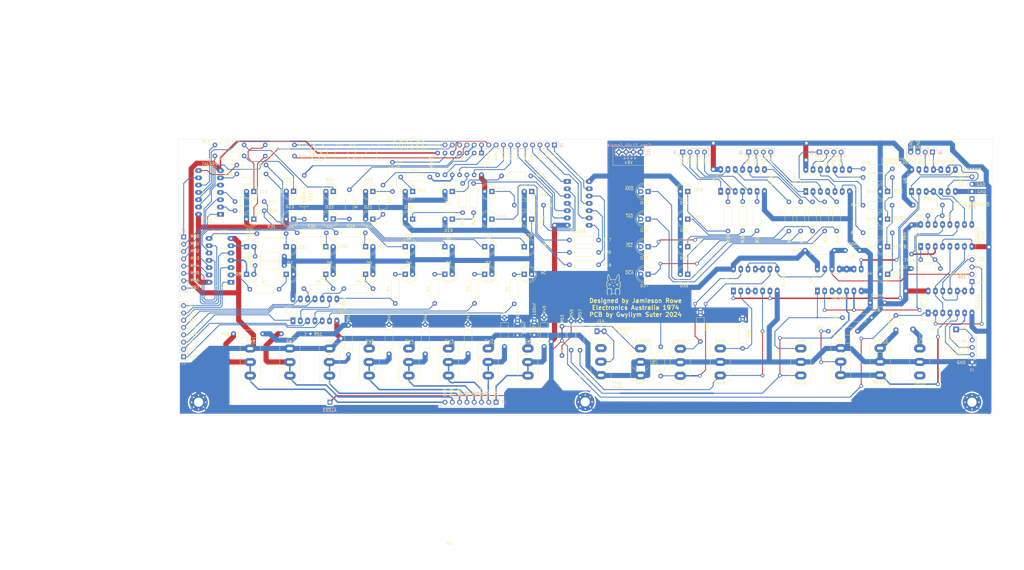
<source format=kicad_pcb>
(kicad_pcb (version 20211014) (generator pcbnew)
  (layers (0 "F.Cu" signal) (31 "B.Cu" signal) (34 "B.Paste" user) (35 "F.Paste" user) (36 "B.SilkS" user "B.Silkscreen") (37 "F.SilkS" user "F.Silkscreen") (38 "B.Mask" user) (39 "F.Mask" user) (44 "Edge.Cuts" user))
  (net 0 "")
  (net 1 "AC0")
  (net 2 "AC1")
  (net 3 "AC2")
  (net 4 "AC3")
  (net 5 "AC4")
  (net 6 "AC5")
  (net 7 "AC6")
  (net 8 "AC7")
  (net 9 "MB7")
  (net 10 "MB6")
  (net 11 "MB5")
  (net 12 "MB4")
  (net 13 "MB3")
  (net 14 "MB2")
  (net 15 "MB1")
  (net 16 "MB0")
  (net 17 "MA0")
  (net 18 "PC0")
  (net 19 "MA1")
  (net 20 "PC1")
  (net 21 "MA2")
  (net 22 "PC2")
  (net 23 "MA3")
  (net 24 "PC3")
  (net 25 "MA4")
  (net 26 "PC4")
  (net 27 "MA5")
  (net 28 "PC5")
  (net 29 "MA6")
  (net 30 "PC6")
  (net 31 "MA7")
  (net 32 "PC7")
  (net 33 "~{AND}")
  (net 34 "~{TAD}")
  (net 35 "~{ISZ}")
  (net 36 "~{DCA}")
  (net 37 "~{JMS}")
  (net 38 "~{JMP}")
  (net 39 "~{IOT}")
  (net 40 "~{OPR}")
  (net 41 "~{RUN}")
  (net 42 "~{FETCH}")
  (net 43 "~{DEFER}")
  (net 44 "~{EXEC}")
  (net 45 "~{EXT.LA}")
  (net 46 "~{HLT}")
  (net 47 "LA2")
  (net 48 "~{LA1}")
  (net 49 "~{RUN_COMMAND}")
  (net 50 "SR0")
  (net 51 "SR1")
  (net 52 "SR2")
  (net 53 "SR3")
  (net 54 "SR4")
  (net 55 "SR5")
  (net 56 "SR6")
  (net 57 "Net-(D1-Pad1)")
  (net 58 "Net-(D2-Pad1)")
  (net 59 "Net-(D3-Pad1)")
  (net 60 "Net-(D4-Pad1)")
  (net 61 "Net-(D6-Pad1)")
  (net 62 "Net-(D7-Pad1)")
  (net 63 "Net-(D8-Pad2)")
  (net 64 "Net-(D8-Pad1)")
  (net 65 "Net-(D9-Pad1)")
  (net 66 "Net-(D10-Pad1)")
  (net 67 "Net-(D11-Pad1)")
  (net 68 "Net-(D12-Pad1)")
  (net 69 "Net-(D13-Pad1)")
  (net 70 "Net-(D15-Pad1)")
  (net 71 "Net-(D17-Pad1)")
  (net 72 "Net-(D18-Pad1)")
  (net 73 "Net-(D19-Pad1)")
  (net 74 "Net-(D20-Pad1)")
  (net 75 "Net-(D21-Pad1)")
  (net 76 "Net-(D22-Pad1)")
  (net 77 "Net-(D23-Pad1)")
  (net 78 "Net-(D25-Pad1)")
  (net 79 "Net-(D26-Pad1)")
  (net 80 "Net-(D27-Pad1)")
  (net 81 "Net-(D28-Pad1)")
  (net 82 "Net-(D29-Pad1)")
  (net 83 "Net-(D30-Pad1)")
  (net 84 "Net-(D31-Pad1)")
  (net 85 "Net-(D32-Pad1)")
  (net 86 "Net-(D32-Pad2)")
  (net 87 "Net-(D33-Pad1)")
  (net 88 "Net-(D34-Pad1)")
  (net 89 "Net-(D35-Pad1)")
  (net 90 "Net-(D36-Pad1)")
  (net 91 "Net-(D37-Pad1)")
  (net 92 "Net-(D38-Pad1)")
  (net 93 "Net-(D39-Pad1)")
  (net 94 "Net-(D40-Pad1)")
  (net 95 "Net-(D41-Pad1)")
  (net 96 "Net-(D42-Pad1)")
  (net 97 "Net-(D43-Pad1)")
  (net 98 "Net-(D44-Pad1)")
  (net 99 "+5V")
  (net 100 "Net-(R54-Pad1)")
  (net 101 "Net-(R55-Pad1)")
  (net 102 "GND")
  (net 103 "Net-(R56-Pad2)")
  (net 104 "Net-(R57-Pad1)")
  (net 105 "Net-(R58-Pad2)")
  (net 106 "Net-(R59-Pad1)")
  (net 107 "Net-(R60-Pad2)")
  (net 108 "Net-(C3-Pad2)")
  (net 109 "Net-(C4-Pad2)")
  (net 110 "Net-(D14-Pad1)")
  (net 111 "Net-(U6-Pad2)")
  (net 112 "CLR")
  (net 113 "Net-(U10-Pad12)")
  (net 114 "Net-(U8-Pad12)")
  (net 115 "Net-(U8-Pad3)")
  (net 116 "Net-(U8-Pad10)")
  (net 117 "Net-(U10-Pad10)")
  (net 118 "Net-(U9-Pad10)")
  (net 119 "Net-(U9-Pad3)")
  (net 120 "Net-(U10-Pad11)")
  (net 124 "Net-(U10-Pad5)")
  (net 125 "Net-(C3-Pad1)")
  (net 126 "Net-(C4-Pad1)")
  (net 127 "Net-(D5-Pad1)")
  (net 128 "HLT_COMM")
  (net 129 "~{EXT.DEPOSIT}")
  (net 130 "~{DEPOSIT}")
  (net 131 "~{DEP+EXAM}")
  (net 132 "~{CANCEL+DEP+EXAM}")
  (net 133 "Net-(R1-Pad1)")
  (net 134 "Net-(R2-Pad1)")
  (net 135 "Net-(R3-Pad1)")
  (net 136 "Net-(R4-Pad1)")
  (net 137 "Net-(R5-Pad1)")
  (net 138 "Net-(R6-Pad1)")
  (net 139 "Net-(R7-Pad1)")
  (net 140 "Net-(D16-Pad1)")
  (net 141 "Net-(D24-Pad1)")
  (net 142 "Net-(R9-Pad1)")
  (net 143 "Net-(R10-Pad1)")
  (net 144 "Net-(R11-Pad1)")
  (net 145 "Net-(R12-Pad1)")
  (net 146 "Net-(R13-Pad1)")
  (net 147 "Net-(R14-Pad1)")
  (net 148 "Net-(R16-Pad1)")
  (net 149 "Net-(R17-Pad1)")
  (net 150 "Net-(R18-Pad1)")
  (net 151 "Net-(R19-Pad1)")
  (net 152 "Net-(R20-Pad1)")
  (net 153 "Net-(R21-Pad1)")
  (net 154 "Net-(R22-Pad1)")
  (net 155 "Net-(R23-Pad1)")
  (net 156 "Net-(R25-Pad1)")
  (net 157 "Net-(R26-Pad1)")
  (net 158 "Net-(R27-Pad1)")
  (net 159 "Net-(R28-Pad1)")
  (net 160 "Net-(R29-Pad1)")
  (net 161 "Net-(R30-Pad1)")
  (net 162 "Net-(R31-Pad1)")
  (net 163 "Net-(R33-Pad1)")
  (net 164 "Net-(R34-Pad1)")
  (net 165 "Net-(R35-Pad1)")
  (net 166 "Net-(R36-Pad1)")
  (net 167 "Net-(R37-Pad1)")
  (net 168 "Net-(R38-Pad1)")
  (net 169 "Net-(R39-Pad1)")
  (net 170 "Net-(R40-Pad1)")
  (net 171 "Net-(R41-Pad1)")
  (net 172 "Net-(R42-Pad1)")
  (net 173 "Net-(R43-Pad1)")
  (net 174 "Net-(R44-Pad1)")
  (net 175 "SR7")
  (net 176 "Net-(C2-Pad2)")
  (net 177 "FAST_SLOW")
  (net 178 "Net-(U6-Pad13)")
  (net 179 "Net-(U6-Pad6)")
  (net 180 "Net-(SW14-Pad2)")
  (net 181 "Net-(U10-Pad7)")
  (footprint "LED_THT:LED_D5.0mm" (layer "F.Cu") (at 170.7 92.9)
    (fp_text reference "D1")
    (fp_text value "AC0")
  )
  (footprint "LED_THT:LED_D5.0mm" (layer "F.Cu") (at 156.9 92.9)
    (fp_text reference "D2")
    (fp_text value "AC1")
  )
  (footprint "LED_THT:LED_D5.0mm" (layer "F.Cu") (at 143.1 92.878)
    (fp_text reference "D3")
    (fp_text value "AC2")
  )
  (footprint "LED_THT:LED_D5.0mm" (layer "F.Cu") (at 129.3 92.9)
    (fp_text reference "D4")
    (fp_text value "AC3")
  )
  (footprint "LED_THT:LED_D5.0mm" (layer "F.Cu") (at 101.7 92.9)
    (fp_text reference "D6")
    (fp_text value "AC5")
  )
  (footprint "LED_THT:LED_D5.0mm" (layer "F.Cu") (at 87.9 92.9)
    (fp_text reference "D7")
    (fp_text value "AC6")
  )
  (footprint "LED_THT:LED_D5.0mm" (layer "F.Cu") (at 74.1 92.9)
    (fp_text reference "D8")
    (fp_text value "AC7")
  )
  (footprint "LED_THT:LED_D5.0mm" (layer "F.Cu") (at 173.24 64.1 180)
    (fp_text reference "D9")
    (fp_text value "PC0")
  )
  (footprint "LED_THT:LED_D5.0mm" (layer "F.Cu") (at 159.44 64.1 180)
    (fp_text reference "D10")
    (fp_text value "PC1")
  )
  (footprint "LED_THT:LED_D5.0mm" (layer "F.Cu") (at 145.64 64.1 180)
    (fp_text reference "D11")
    (fp_text value "PC2")
  )
  (footprint "LED_THT:LED_D5.0mm" (layer "F.Cu") (at 118.04 64.1 180)
    (fp_text reference "D13")
    (fp_text value "PC4")
  )
  (footprint "LED_THT:LED_D5.0mm" (layer "F.Cu") (at 76.64 64.1 180)
    (fp_text reference "D16")
    (fp_text value "PC7")
  )
  (footprint "LED_THT:LED_D5.0mm" (layer "F.Cu") (at 173.24 73.7 180)
    (fp_text reference "D17")
    (fp_text value "MA0")
  )
  (footprint "LED_THT:LED_D5.0mm" (layer "F.Cu") (at 145.64 73.7 180)
    (fp_text reference "D19")
    (fp_text value "MA2")
  )
  (footprint "LED_THT:LED_D5.0mm" (layer "F.Cu") (at 131.84 73.7 180)
    (fp_text reference "D20")
    (fp_text value "MA3")
  )
  (footprint "LED_THT:LED_D5.0mm" (layer "F.Cu") (at 118.04 73.7 180)
    (fp_text reference "D21")
    (fp_text value "MA4")
  )
  (footprint "LED_THT:LED_D5.0mm" (layer "F.Cu") (at 104.24 73.65 180)
    (fp_text reference "D22")
    (fp_text value "MA5")
  )
  (footprint "LED_THT:LED_D5.0mm" (layer "F.Cu") (at 90.44 73.7 180)
    (fp_text reference "D23")
    (fp_text value "MA6")
  )
  (footprint "LED_THT:LED_D5.0mm" (layer "F.Cu") (at 76.64 73.7 180)
    (fp_text reference "D24")
    (fp_text value "MA7")
  )
  (footprint "LED_THT:LED_D5.0mm" (layer "F.Cu") (at 170.7 83.35)
    (fp_text reference "D25")
    (fp_text value "MB0")
  )
  (footprint "LED_THT:LED_D5.0mm" (layer "F.Cu") (at 156.9 83.3)
    (fp_text reference "D26")
    (fp_text value "MB1")
  )
  (footprint "LED_THT:LED_D5.0mm" (layer "F.Cu") (at 143.1 83.3)
    (fp_text reference "D27")
    (fp_text value "MB2")
  )
  (footprint "LED_THT:LED_D5.0mm" (layer "F.Cu") (at 115.5 83.3)
    (fp_text reference "D29")
    (fp_text value "MB4")
  )
  (footprint "LED_THT:LED_D5.0mm" (layer "F.Cu") (at 101.7 83.3)
    (fp_text reference "D30")
    (fp_text value "MB5")
  )
  (footprint "LED_THT:LED_D5.0mm" (layer "F.Cu") (at 87.9 83.3)
    (fp_text reference "D31")
    (fp_text value "MB6")
  )
  (footprint "LED_THT:LED_D5.0mm" (layer "F.Cu") (at 74.1 83.3)
    (fp_text reference "D32")
    (fp_text value "MB7")
  )
  (footprint "LED_THT:LED_D5.0mm" (layer "F.Cu") (at 227.54 64.1 180)
    (fp_text reference "D33")
    (fp_text value "~{OPR}")
  )
  (footprint "LED_THT:LED_D5.0mm" (layer "F.Cu") (at 227.54 83.3 180)
    (fp_text reference "D34")
    (fp_text value "~{JMP}")
  )
  (footprint "LED_THT:LED_D5.0mm" (layer "F.Cu") (at 227.54 92.9 180)
    (fp_text reference "D35")
    (fp_text value "~{JMS}")
  )
  (footprint "LED_THT:LED_D5.0mm" (layer "F.Cu") (at 227.54 73.7 180)
    (fp_text reference "D36")
    (fp_text value "~{IOT}")
  )
  (footprint "LED_THT:LED_D5.0mm" (layer "F.Cu") (at 213.74 92.9 180)
    (fp_text reference "D37")
    (fp_text value "~{DCA}")
  )
  (footprint "LED_THT:LED_D5.0mm" (layer "F.Cu") (at 213.74 83.3 180)
    (fp_text reference "D38")
    (fp_text value "~{ISZ}")
  )
  (footprint "LED_THT:LED_D5.0mm" (layer "F.Cu") (at 213.74 73.7 180)
    (fp_text reference "D39")
    (fp_text value "~{TAD}")
  )
  (footprint "LED_THT:LED_D5.0mm" (layer "F.Cu") (at 213.74 64.1 180)
    (fp_text reference "D40")
    (fp_text value "~{AND}")
  )
  (footprint "LED_THT:LED_D5.0mm" (layer "F.Cu") (at 297.04 92.9 180)
    (fp_text reference "D41")
    (fp_text value "~{EXEC}")
  )
  (footprint "LED_THT:LED_D5.0mm" (layer "F.Cu") (at 297.04 83.3 180)
    (fp_text reference "D42")
    (fp_text value "~{DEFER}")
  )
  (footprint "LED_THT:LED_D5.0mm" (layer "F.Cu") (at 297.04 73.7 180)
    (fp_text reference "D43")
    (fp_text value "~{FETCH}")
  )
  (footprint "LED_THT:LED_D5.0mm" (layer "F.Cu") (at 297.04 64.1 180)
    (fp_text reference "D44")
    (fp_text value "~{RUN}")
  )
  (footprint "MountingHole:MountingHole_3.2mm_M3" (layer "F.Cu") (at 191.9 50.4)
    (fp_text reference "H1" hide)
    (fp_text value "MountingHole")
  )
  (footprint "MountingHole:MountingHole_3.2mm_M3" (layer "F.Cu") (at 326.3 50.4)
    (fp_text reference "HE" hide)
    (fp_text value "MountingHole")
  )
  (footprint "MountingHole:MountingHole_3.2mm_M3" (layer "F.Cu") (at 57.4 50.4)
    (fp_text reference "H5" hide)
    (fp_text value "MountingHole" hide)
  )
  (footprint "Resistor_THT:R_Axial_DIN0207_L6.3mm_D2.5mm_P10.16mm_Horizontal" (layer "F.Cu") (at 167.2 103.165 90)
    (fp_text reference "R1")
    (fp_text value "180R")
  )
  (footprint "Resistor_THT:R_Axial_DIN0207_L6.3mm_D2.5mm_P10.16mm_Horizontal" (layer "F.Cu") (at 139.554 103.038 90)
    (fp_text reference "R3")
    (fp_text value "180R")
  )
  (footprint "Resistor_THT:R_Axial_DIN0207_L6.3mm_D2.5mm_P10.16mm_Horizontal" (layer "F.Cu") (at 125.838 103.038 90)
    (fp_text reference "R4")
    (fp_text value "180R")
  )
  (footprint "Resistor_THT:R_Axial_DIN0207_L6.3mm_D2.5mm_P10.16mm_Horizontal" (layer "F.Cu") (at 94.06 97.9)
    (fp_text reference "R6")
    (fp_text value "180R")
  )
  (footprint "Resistor_THT:R_Axial_DIN0207_L6.3mm_D2.5mm_P10.16mm_Horizontal" (layer "F.Cu") (at 75.26 98.1)
    (fp_text reference "R7")
    (fp_text value "180R")
  )
  (footprint "Resistor_THT:R_Axial_DIN0207_L6.3mm_D2.5mm_P10.16mm_Horizontal" (layer "F.Cu") (at 77.07 89.83)
    (fp_text reference "R8")
    (fp_text value "180R")
  )
  (footprint "Resistor_THT:R_Axial_DIN0207_L6.3mm_D2.5mm_P10.16mm_Horizontal" (layer "F.Cu") (at 177.4 68.875 180)
    (fp_text reference "R9")
    (fp_text value "180R")
  )
  (footprint "Resistor_THT:R_Axial_DIN0207_L6.3mm_D2.5mm_P10.16mm_Horizontal" (layer "F.Cu") (at 124.84 53.94 -90)
    (fp_text reference "R12")
    (fp_text value "180R")
  )
  (footprint "Resistor_THT:R_Axial_DIN0207_L6.3mm_D2.5mm_P10.16mm_Horizontal" (layer "F.Cu") (at 63.1 47.92)
    (fp_text reference "R13")
    (fp_text value "180R")
  )
  (footprint "Resistor_THT:R_Axial_DIN0207_L6.3mm_D2.5mm_P10.16mm_Horizontal" (layer "F.Cu") (at 63.1 51.73)
    (fp_text reference "R14")
    (fp_text value "180R")
  )
  (footprint "Resistor_THT:R_Axial_DIN0207_L6.3mm_D2.5mm_P10.16mm_Horizontal" (layer "F.Cu") (at 196.56 89.6 180)
    (fp_text reference "R16")
    (fp_text value "180R")
  )
  (footprint "Resistor_THT:R_Axial_DIN0207_L6.3mm_D2.5mm_P10.16mm_Horizontal" (layer "F.Cu") (at 196.56 81 180)
    (fp_text reference "R17")
    (fp_text value "180R")
  )
  (footprint "Resistor_THT:R_Axial_DIN0207_L6.3mm_D2.5mm_P10.16mm_Horizontal" (layer "F.Cu") (at 153.06 61.3 -90)
    (fp_text reference "R18")
    (fp_text value "180R")
  )
  (footprint "Resistor_THT:R_Axial_DIN0207_L6.3mm_D2.5mm_P10.16mm_Horizontal" (layer "F.Cu") (at 149.26 61.3 -90)
    (fp_text reference "R19")
    (fp_text value "180R")
  )
  (footprint "Resistor_THT:R_Axial_DIN0207_L6.3mm_D2.5mm_P10.16mm_Horizontal" (layer "F.Cu") (at 196.56 85.3 180)
    (fp_text reference "R20")
    (fp_text value "180R")
  )
  (footprint "Resistor_THT:R_Axial_DIN0207_L6.3mm_D2.5mm_P10.16mm_Horizontal" (layer "F.Cu") (at 109.86 63.5 -90)
    (fp_text reference "R22")
    (fp_text value "180R")
  )
  (footprint "Resistor_THT:R_Axial_DIN0207_L6.3mm_D2.5mm_P15.24mm_Horizontal" (layer "F.Cu") (at 94.16 58.5 -90)
    (fp_text reference "R23")
    (fp_text value "180R")
  )
  (footprint "Resistor_THT:R_Axial_DIN0207_L6.3mm_D2.5mm_P10.16mm_Horizontal" (layer "F.Cu") (at 90.76 51.8 180)
    (fp_text reference "R24")
    (fp_text value "180R")
  )
  (footprint "Resistor_THT:R_Axial_DIN0207_L6.3mm_D2.5mm_P10.16mm_Horizontal" (layer "F.Cu") (at 70.085 67.605)
    (fp_text reference "R27")
    (fp_text value "180R")
  )
  (footprint "Resistor_THT:R_Axial_DIN0207_L6.3mm_D2.5mm_P10.16mm_Horizontal" (layer "F.Cu") (at 105.26 78.48)
    (fp_text reference "R29")
    (fp_text value "180R")
  )
  (footprint "Resistor_THT:R_Axial_DIN0207_L6.3mm_D2.5mm_P10.16mm_Horizontal" (layer "F.Cu") (at 91.68 78.47)
    (fp_text reference "R30")
    (fp_text value "180R")
  )
  (footprint "Resistor_THT:R_Axial_DIN0207_L6.3mm_D2.5mm_P10.16mm_Horizontal" (layer "F.Cu") (at 77.7 78.76)
    (fp_text reference "R31")
    (fp_text value "180R")
  )
  (footprint "Resistor_THT:R_Axial_DIN0207_L6.3mm_D2.5mm_P10.16mm_Horizontal" (layer "F.Cu") (at 241.535 67.7 -90)
    (fp_text reference "R33")
    (fp_text value "180R")
  )
  (footprint "Resistor_THT:R_Axial_DIN0207_L6.3mm_D2.5mm_P10.16mm_Horizontal" (layer "F.Cu") (at 251.66 67.6 -90)
    (fp_text reference "R34")
    (fp_text value "180R")
  )
  (footprint "Resistor_THT:R_Axial_DIN0207_L6.3mm_D2.5mm_P10.16mm_Horizontal" (layer "F.Cu") (at 262.744 67.7 -90)
    (fp_text reference "R35")
    (fp_text value "180R")
  )
  (footprint "Resistor_THT:R_Axial_DIN0207_L6.3mm_D2.5mm_P10.16mm_Horizontal" (layer "F.Cu") (at 246.66 67.6 -90)
    (fp_text reference "R36")
    (fp_text value "180R")
  )
  (footprint "Resistor_THT:R_Axial_DIN0207_L6.3mm_D2.5mm_P10.16mm_Horizontal" (layer "F.Cu") (at 266.808 67.7 -90)
    (fp_text reference "R37")
    (fp_text value "180R")
  )
  (footprint "Resistor_THT:R_Axial_DIN0207_L6.3mm_D2.5mm_P10.16mm_Horizontal" (layer "F.Cu") (at 270.96 67.7 -90)
    (fp_text reference "R38")
    (fp_text value "180R")
  )
  (footprint "Resistor_THT:R_Axial_DIN0207_L6.3mm_D2.5mm_P10.16mm_Horizontal" (layer "F.Cu") (at 275.16 67.7 -90)
    (fp_text reference "R39")
    (fp_text value "180R")
  )
  (footprint "Resistor_THT:R_Axial_DIN0207_L6.3mm_D2.5mm_P10.16mm_Horizontal" (layer "F.Cu") (at 288.55 59.22)
    (fp_text reference "R43")
    (fp_text value "180R")
  )
  (footprint "Resistor_THT:R_Axial_DIN0207_L6.3mm_D2.5mm_P10.16mm_Horizontal" (layer "F.Cu") (at 288.57 56.19)
    (fp_text reference "R44")
    (fp_text value "180R")
  )
  (footprint "Resistor_THT:R_Axial_DIN0207_L6.3mm_D2.5mm_P10.16mm_Horizontal" (layer "F.Cu") (at 163.8 118.06 90)
    (fp_text reference "R46")
    (fp_text value "10K")
  )
  (footprint "Resistor_THT:R_Axial_DIN0207_L6.3mm_D2.5mm_P10.16mm_Horizontal" (layer "F.Cu") (at 151.16 120.5 90)
    (fp_text reference "R47")
    (fp_text value "10K")
  )
  (footprint "Resistor_THT:R_Axial_DIN0207_L6.3mm_D2.5mm_P10.16mm_Horizontal" (layer "F.Cu") (at 136.26 120.6 90)
    (fp_text reference "R48")
    (fp_text value "10K")
  )
  (footprint "Resistor_THT:R_Axial_DIN0207_L6.3mm_D2.5mm_P10.16mm_Horizontal" (layer "F.Cu") (at 109.56 120.8 90)
    (fp_text reference "R50")
    (fp_text value "10K")
  )
  (footprint "Resistor_THT:R_Axial_DIN0207_L6.3mm_D2.5mm_P10.16mm_Horizontal" (layer "F.Cu") (at 86.16 113.6)
    (fp_text reference "R51")
    (fp_text value "10K")
  )
  (footprint "Resistor_THT:R_Axial_DIN0207_L6.3mm_D2.5mm_P10.16mm_Horizontal" (layer "F.Cu") (at 183.8 111 -90)
    (fp_text reference "R53")
    (fp_text value "10K")
  )
  (footprint "Resistor_THT:R_Axial_DIN0207_L6.3mm_D2.5mm_P10.16mm_Horizontal" (layer "F.Cu") (at 276.46 112.69)
    (fp_text reference "R54")
    (fp_text value "10K")
  )
  (footprint "Resistor_THT:R_Axial_DIN0207_L6.3mm_D2.5mm_P10.16mm_Horizontal" (layer "F.Cu") (at 291.51 107.98 180)
    (fp_text reference "R56")
    (fp_text value "10k")
  )
  (footprint "Resistor_THT:R_Axial_DIN0207_L6.3mm_D2.5mm_P10.16mm_Horizontal" (layer "F.Cu") (at 190.1 119.3 90)
    (fp_text reference "R57")
    (fp_text value "10k")
  )
  (footprint "Resistor_THT:R_Axial_DIN0207_L6.3mm_D2.5mm_P10.16mm_Horizontal" (layer "F.Cu") (at 246.62 108.53 -90)
    (fp_text reference "R58")
    (fp_text value "10k")
  )
  (footprint "Resistor_THT:R_Axial_DIN0207_L6.3mm_D2.5mm_P10.16mm_Horizontal" (layer "F.Cu") (at 305.96 68.83)
    (fp_text reference "R61")
    (fp_text value "10K")
  )
  (footprint "Resistor_THT:R_Axial_DIN0207_L6.3mm_D2.5mm_P10.16mm_Horizontal" (layer "F.Cu") (at 305.28 90.9)
    (fp_text reference "R62")
    (fp_text value "10K")
  )
  (footprint "Package_DIP:DIP-14_W7.62mm_LongPads" (layer "F.Cu") (at 65.02 72.05 180)
    (fp_text reference "U1")
    (fp_text value "74LS05")
  )
  (footprint "Package_DIP:DIP-14_W7.62mm" (layer "F.Cu") (at 155.81 50.714 -90)
    (fp_text reference "U2")
    (fp_text value "74LS05")
  )
  (footprint "Package_DIP:DIP-14_W7.62mm_LongPads" (layer "F.Cu") (at 185.655 60.62)
    (fp_text reference "U3")
    (fp_text value "74LS05")
  )
  (footprint "Package_DIP:DIP-14_W7.62mm_LongPads" (layer "F.Cu") (at 268.6 64.1125 90)
    (fp_text reference "U5")
    (fp_text value "74LS07")
  )
  (footprint "Package_DIP:DIP-14_W7.62mm_LongPads" (layer "F.Cu") (at 305.4 64.1 90)
    (fp_text reference "U6")
    (fp_text value "74LS00")
  )
  (footprint "Package_DIP:DIP-14_W7.62mm_LongPads" (layer "F.Cu") (at 68.688 95.672 180)
    (fp_text reference "U7")
    (fp_text value "74LS05")
  )
  (footprint "Package_DIP:DIP-14_W7.62mm_LongPads" (layer "F.Cu") (at 243.44 98.72 90)
    (fp_text reference "U8")
    (fp_text value "74LS00")
  )
  (footprint "Package_DIP:DIP-14_W7.62mm_LongPads" (layer "F.Cu") (at 272.65 98.72 90)
    (fp_text reference "U9")
    (fp_text value "74LS00")
  )
  (footprint "Package_DIP:DIP-14_W7.62mm_LongPads" (layer "F.Cu") (at 90.26 109.1 90)
    (fp_text reference "U11")
    (fp_text value "74LS05")
  )
  (footprint "Package_DIP:DIP-14_W7.62mm_LongPads" (layer "F.Cu") (at 311.16 106.34 90)
    (fp_text reference "U12")
    (fp_text value "74LS00")
  )
  (footprint "Package_DIP:DIP-14_W7.62mm_LongPads" (layer "F.Cu") (at 238.995 64.049 90)
    (fp_text reference "U4")
    (fp_text value "74LS07")
  )
  (footprint "Capacitor_THT:C_Disc_D4.3mm_W1.9mm_P5.00mm" (layer "F.Cu") (at 299.96 107.2 -90)
    (fp_text reference "C1")
    (fp_text value "100nF")
  )
  (footprint "Capacitor_THT:C_Disc_D4.3mm_W1.9mm_P5.00mm" (layer "F.Cu") (at 311.06 72.5)
    (fp_text reference "C3")
    (fp_text value "1nF")
  )
  (footprint "Capacitor_THT:C_Disc_D4.3mm_W1.9mm_P5.00mm" (layer "F.Cu") (at 308.56 87.8)
    (fp_text reference "C4")
    (fp_text value "100pF")
  )
  (footprint "Capacitor_THT:C_Disc_D4.3mm_W1.9mm_P5.00mm" (layer "F.Cu") (at 287.36 84.6 180)
    (fp_text reference "C5")
    (fp_text value "100nF")
  )
  (footprint "LED_THT:LED_D5.0mm" (layer "F.Cu") (at 90.44 64.05 180)
    (fp_text reference "D15")
    (fp_text value "PC6")
  )
  (footprint "LED_THT:LED_D5.0mm" (layer "F.Cu") (at 159.44 73.7 180)
    (fp_text reference "D18")
    (fp_text value "MA1")
  )
  (footprint "LED_THT:LED_D5.0mm" (layer "F.Cu") (at 115.5 92.9)
    (fp_text reference "D5")
    (fp_text value "AC4")
  )
  (footprint "LED_THT:LED_D5.0mm" (layer "F.Cu") (at 104.24 64.1 180)
    (fp_text reference "D14")
    (fp_text value "PC5")
  )
  (footprint "Resistor_THT:R_Axial_DIN0207_L6.3mm_D2.5mm_P10.16mm_Horizontal" (layer "F.Cu") (at 70.72 58)
    (fp_text reference "R26")
    (fp_text value "180R")
  )
  (footprint "Resistor_THT:R_Axial_DIN0207_L6.3mm_D2.5mm_P10.16mm_Horizontal" (layer "F.Cu") (at 288.49 68.89)
    (fp_text reference "R42")
    (fp_text value "180R")
  )
  (footprint "Resistor_THT:R_Axial_DIN0207_L6.3mm_D2.5mm_P10.16mm_Horizontal" (layer "F.Cu") (at 288.53 78.49)
    (fp_text reference "R41")
    (fp_text value "180R")
  )
  (footprint "Resistor_THT:R_Axial_DIN0207_L6.3mm_D2.5mm_P10.16mm_Horizontal" (layer "F.Cu") (at 77.07 86.655)
    (fp_text reference "R32")
    (fp_text value "180R")
  )
  (footprint "Resistor_THT:R_Axial_DIN0207_L6.3mm_D2.5mm_P10.16mm_Horizontal" (layer "F.Cu") (at 90.76 47.92 180)
    (fp_text reference "R15")
    (fp_text value "180R")
  )
  (footprint "Resistor_THT:R_Axial_DIN0207_L6.3mm_D2.5mm_P10.16mm_Horizontal" (layer "F.Cu") (at 121.56 61.9 -90)
    (fp_text reference "R21")
    (fp_text value "180R")
  )
  (footprint "Resistor_THT:R_Axial_DIN0207_L6.3mm_D2.5mm_P10.16mm_Horizontal" (layer "F.Cu") (at 153.397 103.038 90)
    (fp_text reference "R2")
    (fp_text value "180R")
  )
  (footprint "Resistor_THT:R_Axial_DIN0207_L6.3mm_D2.5mm_P10.16mm_Horizontal" (layer "F.Cu") (at 137.86 59.07 180)
    (fp_text reference "R11")
    (fp_text value "180R")
  )
  (footprint "LED_THT:LED_D5.0mm" (layer "F.Cu") (at 131.84 64.1 180)
    (fp_text reference "D12")
    (fp_text value "PC3")
  )
  (footprint "Resistor_THT:R_Axial_DIN0207_L6.3mm_D2.5mm_P10.16mm_Horizontal" (layer "F.Cu") (at 107.96 97.9)
    (fp_text reference "R5")
    (fp_text value "180R")
  )
  (footprint "Resistor_THT:R_Axial_DIN0207_L6.3mm_D2.5mm_P10.16mm_Horizontal" (layer "F.Cu") (at 172.96 58.7 180)
    (fp_text reference "R10")
    (fp_text value "180R")
  )
  (footprint "Resistor_THT:R_Axial_DIN0207_L6.3mm_D2.5mm_P10.16mm_Horizontal" (layer "F.Cu") (at 70.72 54.9)
    (fp_text reference "R25")
    (fp_text value "180R")
  )
  (footprint "Resistor_THT:R_Axial_DIN0207_L6.3mm_D2.5mm_P10.16mm_Horizontal" (layer "F.Cu") (at 123.66 120.6 90)
    (fp_text reference "R49")
    (fp_text value "10K")
  )
  (footprint "Resistor_THT:R_Axial_DIN0207_L6.3mm_D2.5mm_P10.16mm_Horizontal" (layer "F.Cu") (at 268.36 84.6)
    (fp_text reference "R52")
    (fp_text value "22k")
  )
  (footprint "EDUC-8:EA_Symbol" (layer "F.Cu") (at 99.168 50.46)
    (fp_text reference "REF**" hide)
    (fp_text value "EA_Symbol" hide)
  )
  (footprint "Resistor_THT:R_Axial_DIN0207_L6.3mm_D2.5mm_P10.16mm_Horizontal" (layer "F.Cu") (at 279.36 67.7 -90)
    (fp_text reference "R40")
    (fp_text value "180R")
  )
  (footprint "Resistor_THT:R_Axial_DIN0207_L6.3mm_D2.5mm_P10.16mm_Horizontal" (layer "F.Cu") (at 177.6 118.06 90)
    (fp_text reference "R45")
    (fp_text value "10K")
  )
  (footprint "Resistor_THT:R_Axial_DIN0207_L6.3mm_D2.5mm_P10.16mm_Horizontal" (layer "F.Cu") (at 69.54 113.6)
    (fp_text reference "R63")
    (fp_text value "10K")
  )
  (footprint "Resistor_THT:R_Axial_DIN0207_L6.3mm_D2.5mm_P10.16mm_Horizontal" (layer "F.Cu") (at 231.96 106.1 -90)
    (fp_text reference "R60")
    (fp_text value "10k")
  )
  (footprint "Resistor_THT:R_Axial_DIN0207_L6.3mm_D2.5mm_P10.16mm_Horizontal" (layer "F.Cu") (at 187 119.3 90)
    (fp_text reference "R55")
    (fp_text value "10k")
  )
  (footprint "Capacitor_THT:CP_Axial_L10.0mm_D6.0mm_P15.00mm_Horizontal" (layer "F.Cu") (at 320.91 112.055 180)
    (fp_text reference "C2")
    (fp_text value "47uf")
  )
  (footprint "Resistor_THT:R_Axial_DIN0207_L6.3mm_D2.5mm_P10.16mm_Horizontal" (layer "F.Cu") (at 218.16 128.28 90)
    (fp_text reference "R59")
    (fp_text value "10k")
  )
  (footprint "MountingHole:MountingHole_3.2mm_M3_Pad_Via" (layer "F.Cu") (at 57.4 137.4)
    (fp_text reference "H2" hide)
    (fp_text value "MountingHole_Pad")
  )
  (footprint "MountingHole:MountingHole_3.2mm_M3_Pad_Via" (layer "F.Cu") (at 326.4 137.4)
    (fp_text reference "H6" hide)
    (fp_text value "MountingHole_Pad")
  )
  (footprint "MountingHole:MountingHole_3.2mm_M3_Pad_Via" (layer "F.Cu") (at 191.9 137.3)
    (fp_text reference "H4" hide)
    (fp_text value "MountingHole_Pad")
  )
  (footprint "Capacitor_THT:C_Disc_D5.0mm_W2.5mm_P5.00mm" (layer "F.Cu") (at 174.16 109 -90)
    (fp_text reference "C7")
    (fp_text value "100nF")
  )
  (footprint "Capacitor_THT:C_Disc_D5.0mm_W2.5mm_P5.00mm" (layer "F.Cu") (at 168.36 109.1 -90)
    (fp_text reference "C8")
    (fp_text value "100nF")
  )
  (footprint "Capacitor_THT:C_Disc_D5.0mm_W2.5mm_P5.00mm" (layer "F.Cu") (at 296.018 102.784 180)
    (fp_text reference "C6")
    (fp_text value "100nF")
  )
  (footprint "LED_THT:LED_D5.0mm" (layer "F.Cu") (at 129.3 83.3)
    (fp_text reference "D28")
    (fp_text value "MB3")
  )
  (footprint "Resistor_THT:R_Axial_DIN0207_L6.3mm_D2.5mm_P10.16mm_Horizontal" (layer "F.Cu") (at 70.085 70.78)
    (fp_text reference "R28")
    (fp_text value "180R")
  )
  (footprint "EDUC-8:SPDT_toggle_switch_wired" (layer "F.Cu") (at 158.16 123.4)
    (fp_text reference "SW2")
    (fp_text value "1")
  )
  (footprint "Package_DIP:DIP-16_W7.62mm_Socket_LongPads" (layer "F.Cu") (at 308.56 83.22 90)
    (fp_text reference "U10")
    (fp_text value "DM9602")
  )
  (footprint "EDUC-8:SPDT_toggle_switch_wired" (layer "F.Cu") (at 102.96 123.43)
    (fp_text reference "SW6")
    (fp_text value "5")
  )
  (footprint "EDUC-8:SPDT_toggle_switch_wired" (layer "F.Cu") (at 211.16 123.4 180)
    (fp_text reference "SW9")
    (fp_text value "LD_ADDR")
  )
  (footprint "EDUC-8:SPDT_toggle_switch_wired" (layer "F.Cu") (at 308.26 123.4)
    (fp_text reference "SW13")
    (fp_text value "F/S")
  )
  (footprint "EDUC-8:SPDT_toggle_switch_wired" (layer "F.Cu") (at 294.46 123.3 180)
    (fp_text reference "SW12")
    (fp_text value "SINGLE")
  )
  (footprint "EDUC-8:SPDT_toggle_switch_wired" (layer "F.Cu") (at 171.96 123.43)
    (fp_text reference "SW1")
    (fp_text value "0")
  )
  (footprint "EDUC-8:SPDT_toggle_switch_wired" (layer "F.Cu") (at 238.86 123.4 180)
    (fp_text reference "SW16")
    (fp_text value "EXAM")
  )
  (footprint "EDUC-8:SPDT_toggle_switch_wired" (layer "F.Cu") (at 224.96 123.5 180)
    (fp_text reference "SW10")
    (fp_text value "DEPOSIT")
  )
  (footprint "EDUC-8:SPDT_toggle_switch_wired" (layer "F.Cu") (at 197.36 123.3)
    (fp_text reference "SW14")
    (fp_text value "PAGE ZERO")
  )
  (footprint "Resistor_THT:R_Axial_DIN0207_L6.3mm_D2.5mm_P10.16mm_Horizontal" (layer "F.Cu") (at 305.36 85.88 90)
    (fp_text reference "R64")
    (fp_text value "1K")
  )
  (footprint "EDUC-8:SPDT_toggle_switch_wired" (layer "F.Cu") (at 116.76 123.43)
    (fp_text reference "SW5")
    (fp_text value "4")
  )
  (footprint "EDUC-8:SPDT_toggle_switch_wired" (layer "F.Cu") (at 266.86 123.4 180)
    (fp_text reference "SW15")
    (fp_text value "RUN")
  )
  (footprint "EDUC-8:SPDT_toggle_switch_wired" (layer "F.Cu") (at 75.36 123.43)
    (fp_text reference "SW8")
    (fp_text value "7")
  )
  (footprint "EDUC-8:SPDT_toggle_switch_wired" (layer "F.Cu") (at 89.16 123.43)
    (fp_text reference "SW7")
    (fp_text value "6")
  )
  (footprint "EDUC-8:SPDT_toggle_switch_wired" (layer "F.Cu") (at 130.56 123.43)
    (fp_text reference "SW4")
    (fp_text value "3")
  )
  (footprint "EDUC-8:SPDT_toggle_switch_wired" (layer "F.Cu") (at 280.76 123.3 180)
    (fp_text reference "SW11")
    (fp_text value "HALT")
  )
  (footprint "EDUC-8:SPDT_toggle_switch_wired" (layer "F.Cu") (at 144.36 123.43)
    (fp_text reference "SW3")
    (fp_text value "2")
  )
  (footprint "MountingHole:MountingHole_3.2mm_M3" (layer "F.Cu") (at 144.575 190.74)
    (fp_text reference "H3")
    (fp_text value "MountingHole")
  )
  (footprint "Connector_JST:JST_XH_B2B-XH-A_1x02_P2.50mm_Vertical" (layer "F.Cu") (at 195.98 112.715)
    (fp_text reference "J14")
    (fp_text value "Conn_01x02_Male")
  )
  (footprint "Connector_PinSocket_2.54mm:PinSocket_1x08_P2.54mm_Vertical" (layer "B.Cu") (at 52.2 121.58)
    (fp_text reference "J1")
    (fp_text value "Accumulator")
  )
  (footprint "Connector_PinSocket_2.54mm:PinSocket_1x08_P2.54mm_Vertical" (layer "B.Cu") (at 52.2288 79.924 180)
    (fp_text reference "J2")
    (fp_text value "Mem_Buffer")
  )
  (footprint "Connector_PinSocket_2.54mm:PinSocket_1x16_P2.54mm_Vertical" (layer "B.Cu") (at 181.21 47.92 90)
    (fp_text reference "J3")
    (fp_text value "Conn_01x16_Female")
  )
  (footprint "Connector_PinSocket_2.54mm:PinSocket_1x04_P2.54mm_Vertical" (layer "B.Cu") (at 225.78 50.4 -90)
    (fp_text reference "J4")
    (fp_text value "Conn_01x04_Female")
  )
  (footprint "Connector_PinSocket_2.54mm:PinSocket_1x04_P2.54mm_Vertical" (layer "B.Cu") (at 248.78 50.4 -90)
    (fp_text reference "J5")
    (fp_text value "Conn_01x04_Female")
  )
  (footprint "Connector_PinSocket_2.54mm:PinSocket_1x04_P2.54mm_Vertical" (layer "B.Cu") (at 273.28 50.4 -90)
    (fp_text reference "J6")
    (fp_text value "Conn_01x04_Female")
  )
  (footprint "Connector_PinSocket_2.54mm:PinSocket_1x08_P2.54mm_Vertical" (layer "B.Cu") (at 160.9 137.4 90)
    (fp_text reference "J7")
    (fp_text value "SR_REGISTER")
  )
  (footprint "Connector_PinSocket_2.54mm:PinSocket_1x04_P2.54mm_Vertical" (layer "B.Cu") (at 312.7 50.4 90)
    (fp_text reference "J8")
    (fp_text value "Conn_01x04_Female")
  )
  (footprint "Connector_PinSocket_2.54mm:PinSocket_1x04_P2.54mm_Vertical" (layer "B.Cu") (at 326.5 123.4)
    (fp_text reference "J9")
    (fp_text value "Conn_01x04_Female")
  )
  (footprint "Connector_PinSocket_2.54mm:PinSocket_1x04_P2.54mm_Vertical" (layer "B.Cu") (at 326.4 95.44)
    (fp_text reference "J10")
    (fp_text value "Conn_01x04_Female")
  )
  (footprint "Connector_PinSocket_2.54mm:PinSocket_1x04_P2.54mm_Vertical" (layer "B.Cu") (at 326.4 66.64)
    (fp_text reference "J11")
    (fp_text value "Conn_01x04_Female")
  )
  (footprint "Connector_PinSocket_2.54mm:PinSocket_1x04_P2.54mm_Vertical" (layer "B.Cu") (at 211.2 50.4 90)
    (fp_text reference "J12")
    (fp_text value "Conn_01x04_Female")
  )
  (footprint "Connector_PinSocket_2.54mm:PinSocket_1x01_P2.54mm_Vertical" (layer "B.Cu") (at 103.1 137.4)
    (fp_text reference "J13")
    (fp_text value "~EXT.LA")
  )
  (gr_line (start 124.695 49.825) (end 136.76 49.825) (layer "F.SilkS") (width 0.12))
  (gr_line (start 314.56 48.682) (end 311.512 48.682) (layer "F.SilkS") (width 0.12))
  (gr_line (start 308.972 48.682) (end 311.512 48.682) (layer "F.SilkS") (width 0.12))
  (gr_line (start 201.53 48.428) (end 201.784 48.428) (layer "F.SilkS") (width 0.12))
  (gr_line (start 124.695 46.015) (end 124.695 49.825) (layer "F.SilkS") (width 0.12))
  (gr_line (start 311.535 54.48) (end 295.025 54.48) (layer "F.SilkS") (width 0.12))
  (gr_line (start 314.56 48.936) (end 314.56 48.682) (layer "F.SilkS") (width 0.12))
  (gr_line (start 136.76 49.825) (end 136.76 46.015) (layer "F.SilkS") (width 0.12))
  (gr_line (start 321.386 54.48) (end 321.38 52.49) (layer "F.SilkS") (width 0.12))
  (gr_line (start 321.418 52.492) (end 314.56 52.492) (layer "F.SilkS") (width 0.12))
  (gr_line (start 141.205 47.92) (end 140.57 47.285) (layer "F.SilkS") (width 0.12))
  (gr_line (start 141.205 47.92) (end 140.57 48.555) (layer "F.SilkS") (width 0.12))
  (gr_line (start 314.56 52.492) (end 314.56 48.936) (layer "F.SilkS") (width 0.12))
  (gr_line (start 212.96 48.428) (end 212.96 55.032) (layer "F.SilkS") (width 0.12))
  (gr_line (start 212.96 55.032) (end 201.53 55.032) (layer "F.SilkS") (width 0.12))
  (gr_line (start 311.512 48.682) (end 311.52 54.5) (layer "F.SilkS") (width 0.12))
  (gr_line (start 295.002 52.492) (end 308.972 52.492) (layer "F.SilkS") (width 0.12))
  (gr_line (start 136.76 47.92) (end 141.205 47.92) (layer "F.SilkS") (width 0.12))
  (gr_line (start 136.76 46.015) (end 124.695 46.015) (layer "F.SilkS") (width 0.12))
  (gr_line (start 308.972 52.492) (end 308.972 48.682) (layer "F.SilkS") (width 0.12))
  (gr_line (start 201.784 48.428) (end 212.96 48.428) (layer "F.SilkS") (width 0.12))
  (gr_line (start 295.01 54.49) (end 295.002 52.492) (layer "F.SilkS") (width 0.12))
  (gr_line (start 201.53 55.032) (end 201.53 48.428) (layer "F.SilkS") (width 0.12))
  (gr_line (start 311.48 54.48) (end 321.386 54.48) (layer "F.SilkS") (width 0.12))
  (gr_line (start 50.4 45.9) (end 50.4 141.9) (layer "Edge.Cuts") (width 0.05))
  (gr_line (start 333.4 141.9) (end 333.4 45.9) (layer "Edge.Cuts") (width 0.05))
  (gr_line (start 333.4 45.9) (end 50.4 45.9) (layer "Edge.Cuts") (width 0.05))
  (gr_line (start 50.4 141.9) (end 333.4 141.9) (layer "Edge.Cuts") (width 0.05))
  (gr_text "AC3" (at 55.48 113.96) (layer "F.SilkS") (effects (font (size 1 1))))
  (gr_text "~{EXT.LA}" (at 103 140.2) (layer "F.SilkS") (effects (font (size 1 1))))
  (gr_text "AC" (at 177.4 92.37) (layer "F.SilkS") (effects (font (size 1 1))))
  (gr_text "Designed by Jamieson Rowe\nElectronics Australia 1974\nPCB by Gwyllym Suter 2024" (at 209.4 104.5) (layer "F.SilkS") (effects (font (size 1.5 1.5) (thickness 0.3))))
  (gr_text "~{OPR}" (at 225.76 53.8 90) (layer "F.SilkS") (effects (font (size 1 1))))
  (gr_text "~{LA1}" (at 329.8 87.798) (layer "F.SilkS") (effects (font (size 1 1))))
  (gr_text "~{JMP}" (at 231.16 53.7 90) (layer "F.SilkS") (effects (font (size 1 1))))
  (gr_text "PC0" (at 178.67 51.73 90) (layer "F.SilkS") (effects (font (size 1 1))))
  (gr_text "MB3" (at 56.115 87.29) (layer "F.SilkS") (effects (font (size 1 1))))
  (gr_text "SR3" (at 153.27 134.026 90) (layer "F.SilkS") (effects (font (size 1 1))))
  (gr_text "AC2" (at 55.48 116.5) (layer "F.SilkS") (effects (font (size 1 1))))
  (gr_text "MA2" (at 171.05 51.73 90) (layer "F.SilkS") (effects (font (size 1 1))))
  (gr_text "AC7" (at 55.48 103.8) (layer "F.SilkS") (effects (font (size 1 1))))
  (gr_text "MB7" (at 56.115 97.45) (layer "F.SilkS") (effects (font (size 1 1))))
  (gr_text "~{CANCEL+DEP+EXAM}" (at 302.85 53.73) (layer "F.SilkS") (effects (font (size 1 1))))
  (gr_text "AC4" (at 55.48 111.42) (layer "F.SilkS") (effects (font (size 1 1))))
  (gr_text "~{TAD}" (at 254.235 53.635 90) (layer "F.SilkS") (effects (font (size 1 1))))
  (gr_text "FST/SLW" (at 321.16 116.1) (layer "F.SilkS") (effects (font (size 1 1))))
  (gr_text "DEP+EXAM" (at 316.32 53.6) (layer "F.SilkS") (effects (font (size 1 1))))
  (gr_text "~{DCA}" (at 248.52 53.635 90) (layer "F.SilkS") (effects (font (size 1 1))))
  (gr_text "(\\__/)\n(>’.’<)\n(“)_(“)" (at 201.725 96.379) (layer "F.SilkS") (effects (font (size 1.5 1) (thickness 0.2))))
  (gr_text "MA" (at 177.4 73.32) (layer "F.SilkS") (effects (font (size 1 1))))
  (gr_text "++++" (at 207.372 52.492) (layer "F.SilkS") (effects (font (size 1 1))))
  (gr_text "~{RUN_COMMAND}" (at 327.006 68.748) (layer "F.SilkS") (effects (font (size 1 1))))
  (gr_text "E8/F" (at 112.884 50.46) (layer "F.SilkS") (effects (font (size 5 5) (thickness 0.15) italic)))
  (gr_text "HLT/COMM" (at 320.656 118.532) (layer "F.SilkS") (effects (font (size 1 1))))
  (gr_text "MA5" (at 135.49 47.92 90) (layer "F.SilkS") (effects (font (size 1 1))))
  (gr_text "PC3" (at 163.43 51.73 90) (layer "F.SilkS") (effects (font (size 1 1))))
  (gr_text "~{FTCH}" (at 278.46 53.3 90) (layer "F.SilkS") (effects (font (size 1 1))))
  (gr_text "MA3" (at 165.97 51.73 90) (layer "F.SilkS") (effects (font (size 1 1))))
  (gr_text "SR6" (at 145.396 134.026 90) (layer "F.SilkS") (effects (font (size 1 1))))
  (gr_text "~{EXT.DEP}" (at 321.76 93.4) (layer "F.SilkS") (effects (font (size 1 1))))
  (gr_text "MB5" (at 56.115 92.37) (layer "F.SilkS") (effects (font (size 1 1))))
  (gr_text "MB0" (at 56.115 79.67) (layer "F.SilkS") (effects (font (size 1 1))))
  (gr_text "AC0" (at 55.48 121.58) (layer "F.SilkS") (effects (font (size 1 1))))
  (gr_text "MB6" (at 56.115 94.91) (layer "F.SilkS") (effects (font (size 1 1))))
  (gr_text "~{AND}" (at 256.775 53.635 90) (layer "F.SilkS") (effects (font (size 1 1))))
  (gr_text "PC\n" (at 177.4 63.795) (layer "F.SilkS") (effects (font (size 1 1))))
  (gr_text "~{JMS}" (at 233.76 53.7 90) (layer "F.SilkS") (effects (font (size 1 1))))
  (gr_text "GND" (at 329.8 64.176) (layer "F.SilkS") (effects (font (size 1 1))))
  (gr_text "MB2" (at 56.115 84.75) (layer "F.SilkS") (effects (font (size 1 1))))
  (gr_text "PC5" (at 129.775 47.92 90) (layer "F.SilkS") (effects (font (size 1 1))))
  (gr_text "~{EXEC}" (at 273.36 53.3 90) (layer "F.SilkS") (effects (font (size 1 1))))
  (gr_text "MA7" (at 131.68 47.92 90) (layer "F.SilkS") (effects (font (size 1 1))))
  (gr_text "+5V" (at 206.864 54.016) (layer "F.SilkS") (effects (font (size 1 1))))
  (gr_text "GND" (at 329.546 61.636) (layer "F.SilkS") (effects (font (size 1 1))))
  (gr_text "SR4" (at 150.73 134.026 90) (layer "F.SilkS") (effects (font (size 1 1))))
  (gr_text "SR0" (at 160.89 134.026 90) (layer "F.SilkS") (effects (font (size 1 1))))
  (gr_text "PC2" (at 168.51 51.73 90) (layer "F.SilkS") (effects (font (size 1 1))))
  (gr_text "M1A" (at 176.13 51.73 90) (layer "F.SilkS") (effects (font (size 1 1))))
  (gr_text "MA6" (at 133.585 47.92 90) (layer "F.SilkS") (effects (font (size 1 1))))
  (gr_text "PC1" (at 173.59 51.73 90) (layer "F.SilkS") (effects (font (size 1 1))))
  (gr_text "GND" (at 329.546 90.338) (layer "F.SilkS") (effects (font (size 1 1))))
  (gr_text "AC6" (at 55.48 106.34) (layer "F.SilkS") (effects (font (size 1 1))))
  (gr_text "PC6" (at 127.87 47.92 90) (layer "F.SilkS") (effects (font (size 1 1))))
  (gr_text "AC1" (at 55.48 119.04) (layer "F.SilkS") (effects (font (size 1 1))))
  (gr_text "AC5" (at 55.48 108.88) (layer "F.SilkS") (effects (font (size 1 1))))
  (gr_text "~{HALT}" (at 322.434 121.072) (layer "F.SilkS") (effects (font (size 1 1))))
  (gr_text "LA2" (at 329.546 95.418) (layer "F.SilkS") (effects (font (size 1 1))))
  (gr_text "GND" (at 322.688 123.612) (layer "F.SilkS") (effects (font (size 1 1))))
  (gr_text "GND" (at 307.702 47.666 90) (layer "F.SilkS") (effects (font (size 1 1))))
  (gr_text "SR1" (at 158.35 134.026 90) (layer "F.SilkS") (effects (font (size 1 1))))
  (gr_text "MA0\n" (at 181.21 51.73 90) (layer "F.SilkS") (effects (font (size 1 1))))
  (gr_text "SR2" (at 155.81 134.026 90) (layer "F.SilkS") (effects (font (size 1 1))))
  (gr_text "~{IOT}" (at 228.36 53.4 90) (layer "F.SilkS") (effects (font (size 1 1))))
  (gr_text "~{DEPOSIT}" (at 326.498 56.81) (layer "F.SilkS") (effects (font (size 1 1))))
  (gr_text "PAGE \nZERO" (at 203.26 131.5) (layer "F.SilkS") (effects (font (size 1 1))))
  (gr_text "SR5" (at 148.19 134.026 90) (layer "F.SilkS") (effects (font (size 1 1))))
  (gr_text "MB1" (at 56.115 82.21) (layer "F.SilkS") (effects (font (size 1 1))))
  (gr_text "PC4" (at 158.35 51.73 90) (layer "F.SilkS") (effects (font (size 1 1))))
  (gr_text "PC7" (at 125.965 47.92 90) (layer "F.SilkS") (effects (font (size 1 1))))
  (gr_text "MA4" (at 160.89 51.73 90) (layer "F.SilkS") (effects (font (size 1 1))))
  (gr_text "~{RUN}" (at 280.905 53.635 90) (layer "F.SilkS") (effects (font (size 1 1))))
  (gr_text "GND" (at 305.162 47.666 90) (layer "F.SilkS") (effects (font (size 1 1))))
  (gr_text "CURRENT\nPAGE" (at 205.11 112.86) (layer "F.SilkS") (effects (font (size 1 1))))
  (gr_text "~{ISZ}" (at 251.695 53.635 90) (layer "F.SilkS") (effects (font (size 1 1))))
  (gr_text "SR7" (at 143.11 134.026 90) (layer "F.SilkS") (effects (font (size 1 1))))
  (gr_text "~{DEF}" (at 275.825 53.635 90) (layer "F.SilkS") (effects (font (size 1 1))))
  (gr_text "MB" (at 177.4 82.845) (layer "F.SilkS") (effects (font (size 1 1))))
  (gr_text "MB4" (at 56.115 89.83) (layer "F.SilkS") (effects (font (size 1 1))))
  (segment (start 53.575 121.58) (end 52.2 121.58) (width 0.3048) (layer "B.Cu") (net 1))
  (segment (start 64.684422 110.470578) (end 53.575 121.58) (width 0.3048) (layer "B.Cu") (net 1))
  (segment (start 87.45625 110.470578) (end 64.684422 110.470578) (width 0.3048) (layer "B.Cu") (net 1))
  (segment (start 88.405673 111.42) (end 87.45625 110.470578) (width 0.3048) (layer "B.Cu") (net 1))
  (segment (start 97.7 111.42) (end 88.405673 111.42) (width 0.3048) (layer "B.Cu") (net 1))
  (segment (start 100.42 109.1) (end 100.02 109.1) (width 0.3048) (layer "B.Cu") (net 1))
  (segment (start 100.02 109.1) (end 97.7 111.42) (width 0.3048) (layer "B.Cu") (net 1))
  (segment (start 95.34 109.1) (end 93.655 110.785) (width 0.3048) (layer "B.Cu") (net 2))
  (segment (start 88.483877 110.785) (end 87.665142 109.966267) (width 0.3048) (layer "B.Cu") (net 2))
  (segment (start 87.665142 109.966267) (end 61.273733 109.966267) (width 0.3048) (layer "B.Cu") (net 2))
  (segment (start 61.273733 109.966267) (end 52.2 119.04) (width 0.3048) (layer "B.Cu") (net 2))
  (segment (start 93.655 110.785) (end 88.483877 110.785) (width 0.3048) (layer "B.Cu") (net 2))
  (segment (start 83.85 108.88) (end 90.04 108.88) (width 0.3048) (layer "B.Cu") (net 3))
  (segment (start 53.575 116.5) (end 63.1 106.975) (width 0.3048) (layer "B.Cu") (net 3))
  (segment (start 81.945 106.975) (end 83.85 108.88) (width 0.3048) (layer "B.Cu") (net 3))
  (segment (start 52.2 116.5) (end 53.575 116.5) (width 0.3048) (layer "B.Cu") (net 3))
  (segment (start 90.04 108.88) (end 90.26 109.1) (width 0.3048) (layer "B.Cu") (net 3))
  (segment (start 63.1 106.975) (end 81.945 106.975) (width 0.3048) (layer "B.Cu") (net 3))
  (segment (start 52.2 113.96) (end 53.575 113.96) (width 0.3048) (layer "B.Cu") (net 4))
  (segment (start 81.77 106.34) (end 83.675 104.435) (width 0.3048) (layer "B.Cu") (net 4))
  (segment (start 83.675 104.435) (end 102.47 104.435) (width 0.3048) (layer "B.Cu") (net 4))
  (segment (start 102.47 104.435) (end 102.96 103.945) (width 0.3048) (layer "B.Cu") (net 4))
  (segment (start 61.195 106.34) (end 81.77 106.34) (width 0.3048) (layer "B.Cu") (net 4))
  (segment (start 53.575 113.96) (end 61.195 106.34) (width 0.3048) (layer "B.Cu") (net 4))
  (segment (start 102.96 103.945) (end 102.96 101.48) (width 0.3048) (layer "B.Cu") (net 4))
  (segment (start 95.029311 103.930689) (end 97.48 101.48) (width 0.3048) (layer "B.Cu") (net 5))
  (segment (start 57.915 105.705) (end 81.691796 105.705) (width 0.3048) (layer "B.Cu") (net 5))
  (segment (start 83.466108 103.930689) (end 95.029311 103.930689) (width 0.3048) (layer "B.Cu") (net 5))
  (segment (start 81.691796 105.705) (end 83.466108 103.930689) (width 0.3048) (layer "B.Cu") (net 5))
  (segment (start 97.48 101.48) (end 97.88 101.48) (width 0.3048) (layer "B.Cu") (net 5))
  (segment (start 52.2 111.42) (end 57.915 105.705) (width 0.3048) (layer "B.Cu") (net 5))
  (segment (start 92.4 101.48) (end 92.8 101.48) (width 0.3048) (layer "B.Cu") (net 6))
  (segment (start 56.01 105.07) (end 81.613592 105.07) (width 0.3048) (layer "B.Cu") (net 6))
  (segment (start 83.257216 103.426378) (end 90.453622 103.426378) (width 0.3048) (layer "B.Cu") (net 6))
  (segment (start 52.2 108.88) (end 56.01 105.07) (width 0.3048) (layer "B.Cu") (net 6))
  (segment (start 90.453622 103.426378) (end 92.4 101.48) (width 0.3048) (layer "B.Cu") (net 6))
  (segment (start 81.613592 105.07) (end 83.257216 103.426378) (width 0.3048) (layer "B.Cu") (net 6))
  (segment (start 66.148 95.672) (end 68.688 95.672) (width 0.3048) (layer "B.Cu") (net 7))
  (segment (start 52.2 106.34) (end 53.575 106.34) (width 0.3048) (layer "B.Cu") (net 7))
  (segment (start 55.48 104.435) (end 65.005 104.435) (width 0.3048) (layer "B.Cu") (net 7))
  (segment (start 65.64 103.8) (end 65.64 96.18) (width 0.3048) (layer "B.Cu") (net 7))
  (segment (start 65.64 96.18) (end 66.148 95.672) (width 0.3048) (layer "B.Cu") (net 7))
  (segment (start 65.005 104.435) (end 65.64 103.8) (width 0.3048) (layer "B.Cu") (net 7))
  (segment (start 53.575 106.34) (end 55.48 104.435) (width 0.3048) (layer "B.Cu") (net 7))
  (segment (start 65.005 91.1) (end 65.513 90.592) (width 0.3048) (layer "B.Cu") (net 8))
  (segment (start 64.37 103.8) (end 65.005 103.165) (width 0.3048) (layer "B.Cu") (net 8))
  (segment (start 65.005 103.165) (end 65.005 91.1) (width 0.3048) (layer "B.Cu") (net 8))
  (segment (start 52.2 103.8) (end 64.37 103.8) (width 0.3048) (layer "B.Cu") (net 8))
  (segment (start 65.513 90.592) (end 68.688 90.592) (width 0.3048) (layer "B.Cu") (net 8))
  (segment (start 64.37 102.53) (end 64.37 86.655) (width 0.3048) (layer "B.Cu") (net 9))
  (segment (start 58.02 98.72) (end 58.02 102.53) (width 0.3048) (layer "B.Cu") (net 9))
  (segment (start 58.655 103.165) (end 63.735 103.165) (width 0.3048) (layer "B.Cu") (net 9))
  (segment (start 63.735 103.165) (end 64.37 102.53) (width 0.3048) (layer "B.Cu") (net 9))
  (segment (start 57.004 97.704) (end 58.02 98.72) (width 0.3048) (layer "B.Cu") (net 9))
  (segment (start 64.37 86.655) (end 65.513 85.512) (width 0.3048) (layer "B.Cu") (net 9))
  (segment (start 65.513 85.512) (end 68.688 85.512) (width 0.3048) (layer "B.Cu") (net 9))
  (segment (start 52.2288 97.704) (end 57.004 97.704) (width 0.3048) (layer "B.Cu") (net 9))
  (segment (start 58.02 102.53) (end 58.655 103.165) (width 0.3048) (layer "B.Cu") (net 9))
  (segment (start 63.735 101.895) (end 63.735 83.48) (width 0.3048) (layer "B.Cu") (net 10))
  (segment (start 52.2288 95.164) (end 57.639 95.164) (width 0.3048) (layer "B.Cu") (net 10))
  (segment (start 57.639 95.164) (end 58.655 96.18) (width 0.3048) (layer "B.Cu") (net 10))
  (segment (start 58.655 96.18) (end 58.655 101.895) (width 0.3048) (layer "B.Cu") (net 10))
  (segment (start 63.735 83.48) (end 63.227 82.972) (width 0.3048) (layer "B.Cu") (net 10))
  (segment (start 59.29 102.53) (end 63.1 102.53) (width 0.3048) (layer "B.Cu") (net 10))
  (segment (start 63.227 82.972) (end 61.068 82.972) (width 0.3048) (layer "B.Cu") (net 10))
  (segment (start 63.1 102.53) (end 63.735 101.895) (width 0.3048) (layer "B.Cu") (net 10))
  (segment (start 58.655 101.895) (end 59.29 102.53) (width 0.3048) (layer "B.Cu") (net 10))
  (segment (start 58.274 92.624) (end 59.29 93.64) (width 0.3048) (layer "B.Cu") (net 11))
  (segment (start 59.29 101.26) (end 59.925 101.895) (width 0.3048) (layer "B.Cu") (net 11))
  (segment (start 59.925 101.895) (end 62.465 101.895) (width 0.3048) (layer "B.Cu") (net 11))
  (segment (start 52.2288 92.624) (end 58.274 92.624) (width 0.3048) (layer "B.Cu") (net 11))
  (segment (start 62.465 101.895) (end 63.1 101.26) (width 0.3048) (layer "B.Cu") (net 11))
  (segment (start 62.592 88.052) (end 61.068 88.052) (width 0.3048) (layer "B.Cu") (net 11))
  (segment (start 63.1 101.26) (end 63.1 88.56) (width 0.3048) (layer "B.Cu") (net 11))
  (segment (start 63.1 88.56) (end 62.592 88.052) (width 0.3048) (layer "B.Cu") (net 11))
  (segment (start 59.29 93.64) (end 59.29 101.26) (width 0.3048) (layer "B.Cu") (net 11))
  (segment (start 58.02 90.084) (end 61.068 93.132) (width 0.3048) (layer "B.Cu") (net 12))
  (segment (start 52.2288 90.084) (end 58.02 90.084) (width 0.3048) (layer "B.Cu") (net 12))
  (segment (start 61.42 72.05) (end 60.516643 72.953357) (width 0.3048) (layer "B.Cu") (net 13))
  (segment (start 60.516643 72.953357) (end 60.516643 76.14695) (width 0.3048) (layer "B.Cu") (net 13))
  (segment (start 65.02 72.05) (end 61.42 72.05) (width 0.3048) (layer "B.Cu") (net 13))
  (segment (start 57.646378 79.017216) (end 57.646378 82.126422) (width 0.3048) (layer "B.Cu") (net 13))
  (segment (start 57.646378 82.126422) (end 52.2288 87.544) (width 0.3048) (layer "B.Cu") (net 13))
  (segment (start 60.516643 76.14695) (end 57.646378 79.017216) (width 0.3048) (layer "B.Cu") (net 13))
  (segment (start 57.142067 80.090733) (end 57.142067 78.541137) (width 0.3048) (layer "B.Cu") (net 14))
  (segment (start 52.2288 85.004) (end 57.142067 80.090733) (width 0.3048) (layer "B.Cu") (net 14))
  (segment (start 59.864311 75.818892) (end 59.864311 70.675689) (width 0.3048) (layer "B.Cu") (net 14))
  (segment (start 63.57 66.97) (end 65.02 66.97) (width 0.3048) (layer "B.Cu") (net 14))
  (segment (start 59.864311 70.675689) (end 63.57 66.97) (width 0.3048) (layer "B.Cu") (net 14))
  (segment (start 57.142067 78.541137) (end 59.864311 75.818892) (width 0.3048) (layer "B.Cu") (net 14))
  (segment (start 59.36 70.116797) (end 61.92 67.556796) (width 0.3048) (layer "B.Cu") (net 15))
  (segment (start 52.506 82.464) (end 59.36 75.61) (width 0.3048) (layer "B.Cu") (net 15))
  (segment (start 52.2288 82.464) (end 52.506 82.464) (width 0.3048) (layer "B.Cu") (net 15))
  (segment (start 61.92 67.556796) (end 61.92 63.48) (width 0.3048) (layer "B.Cu") (net 15))
  (segment (start 59.36 75.61) (end 59.36 70.116797) (width 0.3048) (layer "B.Cu") (net 15))
  (segment (start 61.92 63.48) (end 63.51 61.89) (width 0.3048) (layer "B.Cu") (net 15))
  (segment (start 63.51 61.89) (end 65.02 61.89) (width 0.3048) (layer "B.Cu") (net 15))
  (segment (start 57.4 59.35) (end 54.21 59.35) (width 0.3048) (layer "B.Cu") (net 16))
  (segment (start 52.2288 79.924) (end 52.2288 63.2362) (width 0.3048) (layer "B.Cu") (net 16))
  (segment (start 52.2288 61.3312) (end 52.2288 63.2362) (width 0.3048) (layer "B.Cu") (net 16))
  (segment (start 54.21 59.35) (end 52.2288 61.3312) (width 0.3048) (layer "B.Cu") (net 16))
  (segment (start 191.37 62.525) (end 191.37 60.31) (width 0.3048) (layer "B.Cu") (net 17))
  (segment (start 192.005 63.16) (end 191.37 62.525) (width 0.3048) (layer "B.Cu") (net 17))
  (segment (start 193.275 63.16) (end 192.005 63.16) (width 0.3048) (layer "B.Cu") (net 17))
  (segment (start 181.21 50.15) (end 181.21 47.92) (width 0.3048) (layer "B.Cu") (net 17))
  (segment (start 191.37 60.31) (end 181.21 50.15) (width 0.3048) (layer "B.Cu") (net 17))
  (segment (start 191.37 68.24) (end 190.46 67.33) (width 0.3048) (layer "B.Cu") (net 18))
  (segment (start 190.46 67.33) (end 190.46 61) (width 0.3048) (layer "B.Cu") (net 18))
  (segment (start 190.46 61) (end 178.67 49.21) (width 0.3048) (layer "B.Cu") (net 18))
  (segment (start 193.275 68.24) (end 191.37 68.24) (width 0.3048) (layer "B.Cu") (net 18))
  (segment (start 178.67 49.21) (end 178.67 47.92) (width 0.3048) (layer "B.Cu") (net 18))
  (segment (start 189.46 61.4) (end 189.46 72.045) (width 0.3048) (layer "B.Cu") (net 19))
  (segment (start 189.46 72.045) (end 190.735 73.32) (width 0.3048) (layer "B.Cu") (net 19))
  (segment (start 176.13 49.57) (end 184.76 58.2) (width 0.3048) (layer "B.Cu") (net 19))
  (segment (start 190.735 73.32) (end 193.275 73.32) (width 0.3048) (layer "B.Cu") (net 19))
  (segment (start 186.26 58.2) (end 189.46 61.4) (width 0.3048) (layer "B.Cu") (net 19))
  (segment (start 184.76 58.2) (end 186.26 58.2) (width 0.3048) (layer "B.Cu") (net 19))
  (segment (start 176.13 47.92) (end 176.13 49.57) (width 0.3048) (layer "B.Cu") (net 19))
  (segment (start 173.59 50.63) (end 183.58 60.62) (width 0.3048) (layer "B.Cu") (net 20))
  (segment (start 183.58 60.62) (end 185.655 60.62) (width 0.3048) (layer "B.Cu") (net 20))
  (segment (start 173.59 47.92) (end 173.59 50.63) (width 0.3048) (layer "B.Cu") (net 20))
  (segment (start 171.05 53.33) (end 171.05 47.92) (width 0.3048) (layer "B.Cu") (net 21))
  (segment (start 185.655 65.7) (end 183.42 65.7) (width 0.3048) (layer "B.Cu") (net 21))
  (segment (start 183.42 65.7) (end 171.05 53.33) (width 0.3048) (layer "B.Cu") (net 21))
  (segment (start 185.655 70.78) (end 181.845 70.78) (width 0.3048) (layer "B.Cu") (net 22))
  (segment (start 181.845 70.78) (end 181.21 70.145) (width 0.3048) (layer "B.Cu") (net 22))
  (segment (start 168.51 51.99) (end 168.51 47.92) (width 0.3048) (layer "B.Cu") (net 22))
  (segment (start 181.21 70.145) (end 181.21 64.69) (width 0.3048) (layer "B.Cu") (net 22))
  (segment (start 181.21 64.69) (end 168.51 51.99) (width 0.3048) (layer "B.Cu") (net 22))
  (segment (start 153.27 58.334) (end 153.27 56.81) (width 0.3048) (layer "B.Cu") (net 23))
  (segment (start 165.97 54.27) (end 165.97 47.92) (width 0.3048) (layer "B.Cu") (net 23))
  (segment (start 153.27 56.81) (end 153.58 56.5) (width 0.3048) (layer "B.Cu") (net 23))
  (segment (start 163.74 56.5) (end 165.97 54.27) (width 0.3048) (layer "B.Cu") (net 23))
  (segment (start 153.58 56.5) (end 163.74 56.5) (width 0.3048) (layer "B.Cu") (net 23))
  (segment (start 161.16 55.7) (end 148.96 55.7) (width 0.3048) (layer "B.Cu") (net 24))
  (segment (start 163.43 47.92) (end 163.43 53.43) (width 0.3048) (layer "B.Cu") (net 24))
  (segment (start 148.96 55.7) (end 148.19 56.47) (width 0.3048) (layer "B.Cu") (net 24))
  (segment (start 163.43 53.43) (end 161.16 55.7) (width 0.3048) (layer "B.Cu") (net 24))
  (segment (start 148.19 56.47) (end 148.19 58.334) (width 0.3048) (layer "B.Cu") (net 24))
  (segment (start 160.89 47.92) (end 154.11 54.7) (width 0.3048) (layer "B.Cu") (net 25))
  (segment (start 154.11 54.7) (end 146.744 54.7) (width 0.3048) (layer "B.Cu") (net 25))
  (segment (start 146.744 54.7) (end 143.11 58.334) (width 0.3048) (layer "B.Cu") (net 25))
  (segment (start 146.92 47.410446) (end 147.680446 46.65) (width 0.3048) (layer "F.Cu") (net 26))
  (segment (start 145.65 50.714) (end 146.92 49.444) (width 0.3048) (layer "F.Cu") (net 26))
  (segment (start 147.680446 46.65) (end 157.08 46.65) (width 0.3048) (layer "F.Cu") (net 26))
  (segment (start 157.08 46.65) (end 158.35 47.92) (width 0.3048) (layer "F.Cu") (net 26))
  (segment (start 146.92 49.444) (end 146.92 47.410446) (width 0.3048) (layer "F.Cu") (net 26))
  (segment (start 155.81 47.92) (end 155.81 50.714) (width 0.508) (layer "B.Cu") (net 27))
  (segment (start 71.355 46.65) (end 68.443401 49.561599) (width 0.3048) (layer "B.Cu") (net 28))
  (segment (start 62.728401 49.561599) (end 61.83 50.46) (width 0.3048) (layer "B.Cu") (net 28))
  (segment (start 148.19 47.92) (end 146.92 46.65) (width 0.3048) (layer "B.Cu") (net 28))
  (segment (start 58.655 64.43) (end 57.4 64.43) (width 0.3048) (layer "B.Cu") (net 28))
  (segment (start 61.83 50.46) (end 61.83 61.255) (width 0.3048) (layer "B.Cu") (net 28))
  (segment (start 61.83 61.255) (end 58.655 64.43) (width 0.3048) (layer "B.Cu") (net 28))
  (segment (start 146.92 46.65) (end 71.355 46.65) (width 0.3048) (layer "B.Cu") (net 28))
  (segment (start 68.443401 49.561599) (end 62.728401 49.561599) (width 0.3048) (layer "B.Cu") (net 28))
  (segment (start 153.27 48.174) (end 150.73 50.714) (width 0.508) (layer "B.Cu") (net 29))
  (segment (start 153.27 47.92) (end 153.27 48.174) (width 0.508) (layer "B.Cu") (net 29))
  (segment (start 81.130489 53.199511) (end 85.03 49.3) (width 0.3048) (layer "F.Cu") (net 30))
  (segment (start 78.975 54.905) (end 80.680489 53.199511) (width 0.3048) (layer "F.Cu") (net 30))
  (segment (start 80.680489 53.199511) (end 81.130489 53.199511) (width 0.3048) (layer "F.Cu") (net 30))
  (via (at 85.03 49.3) (size 0.8) (drill 0.4) (layers "F.Cu" "B.Cu") (net 30))
  (via (at 78.975 54.905) (size 0.8) (drill 0.4) (layers "F.Cu" "B.Cu") (net 30))
  (segment (start 67.77 56.4) (end 78.3 56.4) (width 0.3048) (layer "B.Cu") (net 30))
  (segment (start 64.37 54.905) (end 66.275 54.905) (width 0.3048) (layer "B.Cu") (net 30))
  (segment (start 61.415689 63.271107) (end 61.711108 62.975689) (width 0.3048) (layer "B.Cu") (net 30))
  (segment (start 61.415689 65.094311) (end 61.415689 63.271107) (width 0.3048) (layer "B.Cu") (net 30))
  (segment (start 61.711108 62.975689) (end 63.1 61.586796) (width 0.3048) (layer "B.Cu") (net 30))
  (segment (start 78.975 55.725) (end 78.975 54.905) (width 0.3048) (layer "B.Cu") (net 30))
  (segment (start 78.3 56.4) (end 78.975 55.725) (width 0.3048) (layer "B.Cu") (net 30))
  (segment (start 57.4 69.51) (end 57.4 69.11) (width 0.3048) (layer "B.Cu") (net 30))
  (segment (start 144.27 49.3) (end 85.03 49.3) (width 0.3048) (layer "B.Cu") (net 30))
  (segment (start 66.275 54.905) (end 67.77 56.4) (width 0.3048) (layer "B.Cu") (net 30))
  (segment (start 63.1 61.586796) (end 63.1 56.175) (width 0.3048) (layer "B.Cu") (net 30))
  (segment (start 57.4 69.11) (end 61.415689 65.094311) (width 0.3048) (layer "B.Cu") (net 30))
  (segment (start 63.1 56.175) (end 64.37 54.905) (width 0.3048) (layer "B.Cu") (net 30))
  (segment (start 145.65 47.92) (end 144.27 49.3) (width 0.3048) (layer "B.Cu") (net 30))
  (segment (start 148.206555 52.402999) (end 149.46 51.149554) (width 0.3048) (layer "F.Cu") (net 31))
  (segment (start 149.46 49.19) (end 150.73 47.92) (width 0.3048) (layer "F.Cu") (net 31))
  (segment (start 90.76 51.8) (end 91.362999 52.402999) (width 0.3048) (layer "F.Cu") (net 31))
  (segment (start 91.362999 52.402999) (end 148.206555 52.402999) (width 0.3048) (layer "F.Cu") (net 31))
  (segment (start 149.46 51.149554) (end 149.46 49.19) (width 0.3048) (layer "F.Cu") (net 31))
  (segment (start 90.76 47.92) (end 143.11 47.92) (width 0.3048) (layer "B.Cu") (net 32))
  (segment (start 272.195 60.8) (end 273.68 62.285) (width 0.3048) (layer "B.Cu") (net 33))
  (segment (start 256.4 53.44) (end 263.76 60.8) (width 0.3048) (layer "B.Cu") (net 33))
  (segment (start 263.76 60.8) (end 272.195 60.8) (width 0.3048) (layer "B.Cu") (net 33))
  (segment (start 273.68 62.285) (end 273.68 64.1125) (width 0.3048) (layer "B.Cu") (net 33))
  (segment (start 256.4 50.4) (end 256.4 53.44) (width 0.3048) (layer "B.Cu") (net 33))
  (segment (start 268.5875 64.1) (end 265.97 64.1) (width 0.3048) (layer "B.Cu") (net 34))
  (segment (start 253.86 51.99) (end 253.86 50.4) (width 0.3048) (layer "B.Cu") (net 34))
  (segment (start 265.97 64.1) (end 253.86 51.99) (width 0.3048) (layer "B.Cu") (net 34))
  (segment (start 268.6 64.1125) (end 268.5875 64.1) (width 0.3048) (layer "B.Cu") (net 34))
  (segment (start 251.695 53) (end 251.695 56.429) (width 0.3048) (layer "B.Cu") (net 35))
  (segment (start 251.32 52.625) (end 251.695 53) (width 0.3048) (layer "B.Cu") (net 35))
  (segment (start 251.32 50.4) (end 251.32 52.625) (width 0.3048) (layer "B.Cu") (net 35))
  (segment (start 248.78 52.74) (end 248.78 50.4) (width 0.3048) (layer "B.Cu") (net 36))
  (segment (start 246.615 56.429) (end 246.615 54.905) (width 0.3048) (layer "B.Cu") (net 36))
  (segment (start 246.615 54.905) (end 248.78 52.74) (width 0.3048) (layer "B.Cu") (net 36))
  (segment (start 234.72 58.32) (end 239.644 58.32) (width 0.3048) (layer "B.Cu") (net 37))
  (segment (start 233.4 50.4) (end 233.4 57) (width 0.3048) (layer "B.Cu") (net 37))
  (segment (start 233.4 57) (end 234.72 58.32) (width 0.3048) (layer "B.Cu") (net 37))
  (segment (start 239.644 58.32) (end 241.535 56.429) (width 0.3048) (layer "B.Cu") (net 37))
  (segment (start 233.494311 58.824311) (end 243.530311 58.824311) (width 0.3048) (layer "B.Cu") (net 38))
  (segment (start 230.86 56.19) (end 233.494311 58.824311) (width 0.3048) (layer "B.Cu") (net 38))
  (segment (start 243.530311 58.824311) (end 248.755 64.049) (width 0.3048) (layer "B.Cu") (net 38))
  (segment (start 248.755 64.049) (end 249.155 64.049) (width 0.3048) (layer "B.Cu") (net 38))
  (segment (start 230.86 50.4) (end 230.86 56.19) (width 0.3048) (layer "B.Cu") (net 38))
  (segment (start 231.788622 59.328622) (end 238.954622 59.328622) (width 0.3048) (layer "B.Cu") (net 39))
  (segment (start 238.954622 59.328622) (end 243.675 64.049) (width 0.3048) (layer "B.Cu") (net 39))
  (segment (start 228.32 50.4) (end 228.32 55.86) (width 0.3048) (layer "B.Cu") (net 39))
  (segment (start 243.675 64.049) (end 244.075 64.049) (width 0.3048) (layer "B.Cu") (net 39))
  (segment (start 228.32 55.86) (end 231.788622 59.328622) (width 0.3048) (layer "B.Cu") (net 39))
  (segment (start 238.262933 59.892933) (end 238.995 60.625) (width 0.3048) (layer "B.Cu") (net 40))
  (segment (start 225.78 54.63) (end 231.042933 59.892933) (width 0.3048) (layer "B.Cu") (net 40))
  (segment (start 231.042933 59.892933) (end 238.262933 59.892933) (width 0.3048) (layer "B.Cu") (net 40))
  (segment (start 225.78 50.4) (end 225.78 54.63) (width 0.3048) (layer "B.Cu") (net 40))
  (segment (start 238.995 60.625) (end 238.995 64.049) (width 0.3048) (layer "B.Cu") (net 40))
  (segment (start 280.9 53.63) (end 281.3 54.03) (width 0.3048) (layer "B.Cu") (net 41))
  (segment (start 281.3 54.03) (end 281.3 56.4925) (width 0.3048) (layer "B.Cu") (net 41))
  (segment (start 280.9 50.4) (end 280.9 53.63) (width 0.3048) (layer "B.Cu") (net 41))
  (segment (start 276.22 56.4925) (end 276.22 53.875) (width 0.3048) (layer "B.Cu") (net 42))
  (segment (start 278.365 51.73) (end 278.36 51.725) (width 0.3048) (layer "B.Cu") (net 42))
  (segment (start 276.22 53.875) (end 278.365 51.73) (width 0.3048) (layer "B.Cu") (net 42))
  (segment (start 278.36 51.725) (end 278.36 50.4) (width 0.3048) (layer "B.Cu") (net 42))
  (segment (start 271.14 54.51) (end 272.015 53.635) (width 0.3048) (layer "B.Cu") (net 43))
  (segment (start 271.14 56.4925) (end 271.14 54.51) (width 0.3048) (layer "B.Cu") (net 43))
  (segment (start 274.555 53.635) (end 275.82 52.37) (width 0.3048) (layer "B.Cu") (net 43))
  (segment (start 275.82 52.37) (end 275.82 50.4) (width 0.3048) (layer "B.Cu") (net 43))
  (segment (start 272.015 53.635) (end 274.555 53.635) (width 0.3048) (layer "B.Cu") (net 43))
  (segment (start 273.28 50.4) (end 267.63 50.4) (width 0.3048) (layer "B.Cu") (net 44))
  (segment (start 266.3 51.73) (end 266.3 59.35) (width 0.3048) (layer "B.Cu") (net 44))
  (segment (start 266.935 59.985) (end 276.46 59.985) (width 0.3048) (layer "B.Cu") (net 44))
  (segment (start 266.3 59.35) (end 266.935 59.985) (width 0.3048) (layer "B.Cu") (net 44))
  (segment (start 267.63 50.4) (end 266.3 51.73) (width 0.3048) (layer "B.Cu") (net 44))
  (segment (start 278.76 62.285) (end 278.76 64.1125) (width 0.3048) (layer "B.Cu") (net 44))
  (segment (start 276.46 59.985) (end 278.76 62.285) (width 0.3048) (layer "B.Cu") (net 44))
  (segment (start 176.66 135.1) (end 180.66 131.1) (width 0.3048) (layer "F.Cu") (net 45))
  (segment (start 180.66 119.1) (end 183.8 115.96) (width 0.3048) (layer "F.Cu") (net 45))
  (segment (start 287.89 115.23) (end 287.89 131.74) (width 0.3048) (layer "F.Cu") (net 45))
  (segment (start 103.1 137.4) (end 105.4 135.1) (width 0.508) (layer "F.Cu") (net 45))
  (segment (start 105.6 135.1) (end 176.66 135.1) (width 0.3048) (layer "F.Cu") (net 45))
  (segment (start 180.66 131.1) (end 180.66 119.1) (width 0.3048) (layer "F.Cu") (net 45))
  (segment (start 313.81 110.15) (end 313.76 110.1) (width 0.508) (layer "F.Cu") (net 45))
  (segment (start 105.4 135.1) (end 105.76 135.1) (width 0.508) (layer "F.Cu") (net 45))
  (segment (start 105.6 135.1) (end 105.76 135.1) (width 0.3048) (layer "F.Cu") (net 45))
  (segment (start 183.8 115.96) (end 183.8 111) (width 0.508) (layer "F.Cu") (net 45))
  (segment (start 329.8 110.15) (end 313.81 110.15) (width 0.3048) (layer "F.Cu") (net 45))
  (via (at 313.76 110.1) (size 1.27) (drill 0.762) (layers "F.Cu" "B.Cu") (net 45))
  (via (at 329.8 110.15) (size 1.27) (drill 0.762) (layers "F.Cu" "B.Cu") (net 45))
  (via (at 287.89 131.74) (size 1.27) (drill 0.762) (layers "F.Cu" "B.Cu") (net 45))
  (via (at 183.8 115.96) (size 1.27) (drill 0.762) (layers "F.Cu" "B.Cu") (net 45))
  (via (at 287.89 115.23) (size 1.27) (drill 0.762) (layers "F.Cu" "B.Cu") (net 45))
  (segment (start 329.8 91.24) (end 329.8 110.15) (width 0.3048) (layer "B.Cu") (net 45))
  (segment (start 291.93 115.23) (end 299.96 107.2) (width 0.3048) (layer "B.Cu") (net 45))
  (segment (start 185.746489 124.186489) (end 185.746489 117.906489) (width 0.3048) (layer "B.Cu") (net 45))
  (segment (start 201.2 111) (end 208.9 118.7) (width 0.3048) (layer "B.Cu") (net 45))
  (segment (start 309.6 106.34) (end 311.16 106.34) (width 0.3048) (layer "B.Cu") (net 45))
  (segment (start 183.8 111) (end 201.2 111) (width 0.3048) (layer "B.Cu") (net 45))
  (segment (start 326.4 90.36) (end 328.92 90.36) (width 0.3048) (layer "B.Cu") (net 45))
  (segment (start 311.16 106.34) (end 313.7 106.34) (width 0.3048) (layer "B.Cu") (net 45))
  (segment (start 185.746489 117.906489) (end 183.8 115.96) (width 0.3048) (layer "B.Cu") (net 45))
  (segment (start 280.65 135.65) (end 283.98 135.65) (width 0.3048) (layer "B.Cu") (net 45))
  (segment (start 299.96 107.2) (end 308.74 107.2) (width 0.3048) (layer "B.Cu") (net 45))
  (segment (start 283.98 135.65) (end 287.89 131.74) (width 0.3048) (layer "B.Cu") (net 45))
  (segment (start 197.21 135.65) (end 185.746489 124.186489) (width 0.3048) (layer "B.Cu") (net 45))
  (segment (start 287.89 115.23) (end 291.93 115.23) (width 0.3048) (layer "B.Cu") (net 45))
  (segment (start 308.74 107.2) (end 309.6 106.34) (width 0.3048) (layer "B.Cu") (net 45))
  (segment (start 280.65 135.65) (end 197.21 135.65) (width 0.3048) (layer "B.Cu") (net 45))
  (segment (start 313.76 106.4) (end 313.76 110.1) (width 0.3048) (layer "B.Cu") (net 45))
  (segment (start 328.92 90.36) (end 329.8 91.24) (width 0.3048) (layer "B.Cu") (net 45))
  (segment (start 208.9 118.7) (end 211.16 118.7) (width 0.3048) (layer "B.Cu") (net 45))
  (segment (start 287.89 131.74) (end 284.08 135.55) (width 0.3048) (layer "B.Cu") (net 45))
  (segment (start 326.5 120.86) (end 321.52 120.86) (width 0.3048) (layer "B.Cu") (net 46))
  (segment (start 321.32 108.64) (end 321.32 106.34) (width 0.3048) (layer "B.Cu") (net 46))
  (segment (start 317.16 116.5) (end 317.16 111.2) (width 0.3048) (layer "B.Cu") (net 46))
  (segment (start 319.16 109.2) (end 320.76 109.2) (width 0.3048) (layer "B.Cu") (net 46))
  (segment (start 321.52 120.86) (end 317.16 116.5) (width 0.3048) (layer "B.Cu") (net 46))
  (segment (start 320.76 109.2) (end 321.32 108.64) (width 0.3048) (layer "B.Cu") (net 46))
  (segment (start 317.16 111.2) (end 319.16 109.2) (width 0.3048) (layer "B.Cu") (net 46))
  (segment (start 326.4 98.72) (end 326.4 95.44) (width 0.3048) (layer "B.Cu") (net 47))
  (segment (start 318.78 93.88) (end 324.84 87.82) (width 0.3048) (layer "B.Cu") (net 48))
  (segment (start 318.78 98.72) (end 318.78 93.88) (width 0.3048) (layer "B.Cu") (net 48))
  (segment (start 324.84 87.82) (end 326.4 87.82) (width 0.3048) (layer "B.Cu") (net 48))
  (segment (start 326.4 75.54) (end 326.34 75.6) (width 0.508) (layer "B.Cu") (net 49))
  (segment (start 326.4 66.64) (end 326.4 75.54) (width 0.3048) (layer "B.Cu") (net 49))
  (segment (start 160.9 131.87) (end 164.64 128.13) (width 0.508) (layer "B.Cu") (net 50))
  (segment (start 160.9 137.4) (end 160.9 131.87) (width 0.508) (layer "B.Cu") (net 50))
  (segment (start 177.6 122.65) (end 176.85 123.4) (width 1.778) (layer "B.Cu") (net 50))
  (segment (start 173 123.5) (end 173.1 123.4) (width 1.778) (layer "B.Cu") (net 50))
  (segment (start 171.96 123.43) (end 171.96 128.13) (width 0.508) (layer "B.Cu") (net 50))
  (segment (start 164.64 128.13) (end 171.96 128.13) (width 0.508) (layer "B.Cu") (net 50))
  (segment (start 177.6 118.06) (end 177.6 122.65) (width 1.778) (layer "B.Cu") (net 50))
  (segment (start 176.85 123.4) (end 173.1 123.4) (width 1.778) (layer "B.Cu") (net 50))
  (segment (start 162.88 123.4) (end 159.3 123.4) (width 1.778) (layer "B.Cu") (net 51))
  (segment (start 163.8 122.48) (end 162.88 123.4) (width 1.778) (layer "B.Cu") (net 51))
  (segment (start 158.16 123.4) (end 158.16 128.1) (width 0.508) (layer "B.Cu") (net 51))
  (segment (start 158.16 128.1) (end 158.16 137.2) (width 0.508) (layer "B.Cu") (net 51))
  (segment (start 158.16 137.2) (end 158.36 137.4) (width 0.508) (layer "B.Cu") (net 51))
  (segment (start 163.8 118.06) (end 163.8 122.48) (width 1.778) (layer "B.Cu") (net 51))
  (segment (start 144.36 128.13) (end 144.36 129.7) (width 0.508) (layer "B.Cu") (net 52))
  (segment (start 145.26 130.6) (end 146.155 130.6) (width 0.508) (layer "B.Cu") (net 52))
  (segment (start 144.36 123.43) (end 144.36 128.13) (width 0.508) (layer "B.Cu") (net 52))
  (segment (start 144.36 129.7) (end 145.26 130.6) (width 0.508) (layer "B.Cu") (net 52))
  (segment (start 149.96 123.4) (end 145.5 123.4) (width 1.778) (layer "B.Cu") (net 52))
  (segment (start 153.27 130.47) (end 146.285 130.47) (width 0.508) (layer "B.Cu") (net 52))
  (segment (start 151.16 120.5) (end 151.16 122.2) (width 1.778) (layer "B.Cu") (net 52))
  (segment (start 155.82 137.4) (end 155.82 133.02) (width 0.508) (layer "B.Cu") (net 52))
  (segment (start 155.82 133.02) (end 153.27 130.47) (width 0.508) (layer "B.Cu") (net 52))
  (segment (start 151.16 122.2) (end 149.96 123.4) (width 1.778) (layer "B.Cu") (net 52))
  (segment (start 146.155 130.6) (end 146.285 130.47) (width 0.508) (layer "B.Cu") (net 52))
  (segment (start 130.56 123.43) (end 130.56 128.13) (width 0.508) (layer "B.Cu") (net 53))
  (segment (start 136.2 122.775) (end 135.575 123.4) (width 1.778) (layer "B.Cu") (net 53))
  (segment (start 150.095 131.74) (end 133.585 131.74) (width 0.508) (layer "B.Cu") (net 53))
  (segment (start 153.28 137.4) (end 153.28 134.925) (width 0.508) (layer "B.Cu") (net 53))
  (segment (start 136.2 120.66) (end 136.2 122.775) (width 1.778) (layer "B.Cu") (net 53))
  (segment (start 132.3 131.74) (end 133.585 131.74) (width 0.508) (layer "B.Cu") (net 53))
  (segment (start 130.56 130) (end 132.3 131.74) (width 0.508) (layer "B.Cu") (net 53))
  (segment (start 136.26 120.6) (end 136.2 120.66) (width 1.778) (layer "B.Cu") (net 53))
  (segment (start 135.575 123.4) (end 131.7 123.4) (width 1.778) (layer "B.Cu") (net 53))
  (segment (start 130.56 128.13) (end 130.56 130) (width 0.508) (layer "B.Cu") (net 53))
  (segment (start 153.28 134.925) (end 150.095 131.74) (width 0.508) (layer "B.Cu") (net 53))
  (segment (start 123.66 120.6) (end 123.68 120.62) (width 1.778) (layer "B.Cu") (net 54))
  (segment (start 116.76 129.52) (end 117.8 130.56) (width 0.508) (layer "B.Cu") (net 54))
  (segment (start 116.76 123.43) (end 116.76 128.13) (width 0.508) (layer "B.Cu") (net 54))
  (segment (start 148.19 133.01) (end 120.25 133.01) (width 0.508) (layer "B.Cu") (net 54))
  (segment (start 116.76 128.13) (end 116.76 129.52) (width 0.508) (layer "B.Cu") (net 54))
  (segment (start 122.63 123.4) (end 116.66 123.4) (width 1.778) (layer "B.Cu") (net 54))
  (segment (start 150.74 135.56) (end 148.19 133.01) (width 0.508) (layer "B.Cu") (net 54))
  (segment (start 123.68 120.62) (end 123.68 122.35) (width 1.778) (layer "B.Cu") (net 54))
  (segment (start 150.74 137.4) (end 150.74 135.56) (width 0.508) (layer "B.Cu") (net 54))
  (segment (start 120.25 133.01) (end 117.8 130.56) (width 0.508) (layer "B.Cu") (net 54))
  (segment (start 123.68 122.35) (end 122.63 123.4) (width 1.778) (layer "B.Cu") (net 54))
  (segment (start 109.56 120.8) (end 109.56 122.32) (width 1.27) (layer "B.Cu") (net 55))
  (segment (start 109.56 122.32) (end 108.48 123.4) (width 1.27) (layer "B.Cu") (net 55))
  (segment (start 102.96 123.43) (end 102.96 128.13) (width 0.508) (layer "B.Cu") (net 55))
  (segment (start 102.96 130.96) (end 102.96 128.13) (width 0.508) (layer "B.Cu") (net 55))
  (segment (start 108.48 123.4) (end 104.1 123.4) (width 1.27) (layer "B.Cu") (net 55))
  (segment (start 106.28 134.28) (end 102.96 130.96) (width 0.508) (layer "B.Cu") (net 55))
  (segment (start 146.92 134.28) (end 106.28 134.28) (width 0.508) (layer "B.Cu") (net 55))
  (segment (start 148.2 135.56) (end 146.92 134.28) (width 0.508) (layer "B.Cu") (net 55))
  (segment (start 148.2 137.4) (end 148.2 135.56) (width 0.508) (layer "B.Cu") (net 55))
  (segment (start 86.16 113.6) (end 85.05 113.6) (width 1.778) (layer "F.Cu") (net 56))
  (segment (start 85.05 113.6) (end 80.88 117.77) (width 1.778) (layer "F.Cu") (net 56))
  (segment (start 80.88 117.77) (end 80.88 122.85) (width 1.778) (layer "F.Cu") (net 56))
  (segment (start 80.88 122.85) (end 81.43 123.4) (width 1.778) (layer "F.Cu") (net 56))
  (segment (start 81.43 123.4) (end 89.13 123.4) (width 1.778) (layer "F.Cu") (net 56))
  (segment (start 89.13 123.4) (end 89.16 123.43) (width 1.778) (layer "F.Cu") (net 56))
  (segment (start 91.5 131.4) (end 101.8 131.4) (width 0.508) (layer "B.Cu") (net 56))
  (segment (start 89.16 128.13) (end 89.16 129.06) (width 0.508) (layer "B.Cu") (net 56))
  (segment (start 145.015 135.55) (end 145.66 136.195) (width 0.508) (layer "B.Cu") (net 56))
  (segment (start 105.95 135.55) (end 145.015 135.55) (width 0.508) (layer "B.Cu") (net 56))
  (segment (start 89.16 129.06) (end 91.5 131.4) (width 0.508) (layer "B.Cu") (net 56))
  (segment (start 101.8 131.4) (end 105.95 135.55) (width 0.508) (layer "B.Cu") (net 56))
  (segment (start 145.66 136.195) (end 145.66 137.4) (width 0.508) (layer "B.Cu") (net 56))
  (segment (start 89.16 123.43) (end 89.16 128.13) (width 0.508) (layer "B.Cu") (net 56))
  (segment (start 167.305 92.9) (end 167.2 93.005) (width 0.3048) (layer "B.Cu") (net 57))
  (segment (start 170.7 92.9) (end 167.305 92.9) (width 0.3048) (layer "B.Cu") (net 57))
  (segment (start 153.419 92.9) (end 153.397 92.878) (width 0.3048) (layer "B.Cu") (net 58))
  (segment (start 156.9 92.9) (end 153.419 92.9) (width 0.3048) (layer "B.Cu") (net 58))
  (segment (start 143.1 92.878) (end 138.792 92.878) (width 0.3048) (layer "B.Cu") (net 59))
  (segment (start 129.3 92.9) (end 125.86 92.9) (width 0.3048) (layer "B.Cu") (net 60))
  (segment (start 125.86 92.9) (end 125.838 92.878) (width 0.3048) (layer "B.Cu") (net 60))
  (segment (start 104.22 97.295) (end 104.22 97.9) (width 0.3048) (layer "B.Cu") (net 61))
  (segment (start 101.7 92.9) (end 101.7 94.775) (width 0.3048) (layer "B.Cu") (net 61))
  (segment (start 101.7 94.775) (end 104.22 97.295) (width 0.3048) (layer "B.Cu") (net 61))
  (segment (start 87.9 92.9) (end 87.9 95.62) (width 0.3048) (layer "B.Cu") (net 62))
  (segment (start 87.9 95.62) (end 85.62 97.9) (width 0.3048) (layer "B.Cu") (net 62))
  (segment (start 77.07 89.83) (end 77.07 92.47) (width 0.508) (layer "B.Cu") (net 63))
  (segment (start 77.07 92.47) (end 76.64 92.9) (width 0.508) (layer "B.Cu") (net 63))
  (segment (start 68.688 88.052) (end 73.26 88.052) (width 0.508) (layer "B.Cu") (net 64))
  (segment (start 74.1 88.892) (end 74.1 92.9) (width 0.508) (layer "B.Cu") (net 64))
  (segment (start 73.26 88.052) (end 74.1 88.892) (width 0.508) (layer "B.Cu") (net 64))
  (segment (start 181.056797 85.3) (end 186.4 85.3) (width 0.3048) (layer "B.Cu") (net 65))
  (segment (start 174.655689 78.898893) (end 181.056797 85.3) (width 0.3048) (layer "B.Cu") (net 65))
  (segment (start 174.655689 65.515689) (end 174.655689 78.898893) (width 0.3048) (layer "B.Cu") (net 65))
  (segment (start 173.24 64.1) (end 174.655689 65.515689) (width 0.3048) (layer "B.Cu") (net 65))
  (segment (start 165.64 64.1) (end 164.37 64.1) (width 0.3048) (layer "B.Cu") (net 66))
  (segment (start 167.24 65.7) (end 165.64 64.1) (width 0.3048) (layer "B.Cu") (net 66))
  (segment (start 159.44 64.1) (end 164.37 64.1) (width 0.3048) (layer "B.Cu") (net 66))
  (segment (start 167.24 68.875) (end 167.24 65.7) (width 0.3048) (layer "B.Cu") (net 66))
  (segment (start 149.79 64.1) (end 151.26 62.63) (width 0.3048) (layer "B.Cu") (net 67))
  (segment (start 161.397401 60.102599) (end 162.8 58.7) (width 0.3048) (layer "B.Cu") (net 67))
  (segment (start 151.26 62.63) (end 151.26 60.7) (width 0.3048) (layer "B.Cu") (net 67))
  (segment (start 151.857401 60.102599) (end 161.397401 60.102599) (width 0.3048) (layer "B.Cu") (net 67))
  (segment (start 145.64 64.1) (end 149.79 64.1) (width 0.3048) (layer "B.Cu") (net 67))
  (segment (start 151.26 60.7) (end 151.857401 60.102599) (width 0.3048) (layer "B.Cu") (net 67))
  (segment (start 127.7 59.4) (end 131.84 63.54) (width 0.3048) (layer "B.Cu") (net 68))
  (segment (start 127.7 59.07) (end 127.7 59.4) (width 0.3048) (layer "B.Cu") (net 68))
  (segment (start 131.84 63.54) (end 131.84 64.1) (width 0.3048) (layer "B.Cu") (net 68))
  (segment (start 118.04 64.1) (end 124.84 64.1) (width 0.3048) (layer "B.Cu") (net 69))
  (segment (start 90.44 64.05) (end 90.44 58.78) (width 0.3048) (layer "B.Cu") (net 70))
  (segment (start 75.165 53.635) (end 73.26 51.73) (width 0.3048) (layer "B.Cu") (net 70))
  (segment (start 85.295 53.635) (end 75.165 53.635) (width 0.3048) (layer "B.Cu") (net 70))
  (segment (start 90.44 58.78) (end 85.295 53.635) (width 0.3048) (layer "B.Cu") (net 70))
  (segment (start 173.24 78.196406) (end 184.643594 89.6) (width 0.3048) (layer "B.Cu") (net 71))
  (segment (start 184.643594 89.6) (end 186.4 89.6) (width 0.3048) (layer "B.Cu") (net 71))
  (segment (start 173.24 73.7) (end 173.24 78.196406) (width 0.3048) (layer "B.Cu") (net 71))
  (segment (start 174.225 61.89) (end 175.16 62.825) (width 0.3048) (layer "B.Cu") (net 72))
  (segment (start 168.51 72.05) (end 168.51 62.525) (width 0.3048) (layer "B.Cu") (net 72))
  (segment (start 175.16 78.69) (end 177.47 81) (width 0.3048) (layer "B.Cu") (net 72))
  (segment (start 159.44 73.7) (end 166.86 73.7) (width 0.3048) (layer "B.Cu") (net 72))
  (segment (start 169.145 61.89) (end 174.225 61.89) (width 0.3048) (layer "B.Cu") (net 72))
  (segment (start 177.47 81) (end 186.4 81) (width 0.3048) (layer "B.Cu") (net 72))
  (segment (start 168.51 62.525) (end 169.145 61.89) (width 0.3048) (layer "B.Cu") (net 72))
  (segment (start 166.86 73.7) (end 168.51 72.05) (width 0.3048) (layer "B.Cu") (net 72))
  (segment (start 175.16 62.825) (end 175.16 78.69) (width 0.3048) (layer "B.Cu") (net 72))
  (segment (start 145.64 73.7) (end 152.37 73.7) (width 0.3048) (layer "B.Cu") (net 73))
  (segment (start 153.06 73.01) (end 153.06 71.46) (width 0.3048) (layer "B.Cu") (net 73))
  (segment (start 152.37 73.7) (end 153.06 73.01) (width 0.3048) (layer "B.Cu") (net 73))
  (segment (start 149.215 71.415) (end 132.315 71.415) (width 0.3048) (layer "B.Cu") (net 74))
  (segment (start 149.26 71.46) (end 149.215 71.415) (width 0.3048) (layer "B.Cu") (net 74))
  (segment (start 131.84 71.89) (end 131.84 73.7) (width 0.3048) (layer "B.Cu") (net 74))
  (segment (start 132.315 71.415) (end 131.84 71.89) (width 0.3048) (layer "B.Cu") (net 74))
  (segment (start 118.04 73.7) (end 119.92 73.7) (width 0.3048) (layer "B.Cu") (net 75))
  (segment (start 119.92 73.7) (end 121.56 72.06) (width 0.3048) (layer "B.Cu") (net 75))
  (segment (start 109.85 73.65) (end 109.86 73.66) (width 0.508) (layer "B.Cu") (net 76))
  (segment (start 104.24 73.65) (end 109.85 73.65) (width 0.3048) (layer "B.Cu") (net 76))
  (segment (start 94.12 73.7) (end 94.16 73.74) (width 0.3048) (layer "B.Cu") (net 77))
  (segment (start 90.44 73.7) (end 94.12 73.7) (width 0.3048) (layer "B.Cu") (net 77))
  (segment (start 170.7 81.86) (end 169.145 80.305) (width 0.3048) (layer "B.Cu") (net 78))
  (segment (start 87.38144 74.951911) (end 86.648089 74.21856) (width 0.3048) (layer "B.Cu") (net 78))
  (segment (start 86.648089 74.21856) (end 86.648089 60.668089) (width 0.3048) (layer "B.Cu") (net 78))
  (segment (start 122.144612 80.305) (end 116.791523 74.951911) (width 0.3048) (layer "B.Cu") (net 78))
  (segment (start 169.145 80.305) (end 122.144612 80.305) (width 0.3048) (layer "B.Cu") (net 78))
  (segment (start 170.7 83.35) (end 170.7 81.86) (width 0.3048) (layer "B.Cu") (net 78))
  (segment (start 86.648089 60.668089) (end 80.88 54.9) (width 0.3048) (layer "B.Cu") (net 78))
  (segment (start 116.791523 74.951911) (end 87.38144 74.951911) (width 0.3048) (layer "B.Cu") (net 78))
  (segment (start 121.942097 80.815689) (end 116.58263 75.456222) (width 0.3048) (layer "B.Cu") (net 79))
  (segment (start 155.6952 83.3) (end 153.210889 80.815689) (width 0.3048) (layer "B.Cu") (net 79))
  (segment (start 86.143778 63.263778) (end 80.88 58) (width 0.3048) (layer "B.Cu") (net 79))
  (segment (start 87.172547 75.456222) (end 86.143778 74.427452) (width 0.3048) (layer "B.Cu") (net 79))
  (segment (start 116.58263 75.456222) (end 87.172547 75.456222) (width 0.3048) (layer "B.Cu") (net 79))
  (segment (start 156.9 83.3) (end 155.6952 83.3) (width 0.3048) (layer "B.Cu") (net 79))
  (segment (start 153.210889 80.815689) (end 121.942097 80.815689) (width 0.3048) (layer "B.Cu") (net 79))
  (segment (start 86.143778 74.427452) (end 86.143778 63.263778) (width 0.3048) (layer "B.Cu") (net 79))
  (segment (start 81.396911 68.756911) (end 80.245 67.605) (width 0.3048) (layer "B.Cu") (net 80))
  (segment (start 87.057433 76.054311) (end 85.639467 74.636344) (width 0.3048) (layer "B.Cu") (net 80))
  (segment (start 85.639467 74.636344) (end 84.786344 74.636344) (width 0.3048) (layer "B.Cu") (net 80))
  (segment (start 84.786344 74.636344) (end 81.396911 71.246911) (width 0.3048) (layer "B.Cu") (net 80))
  (segment (start 121.733204 81.32) (end 116.467515 76.054311) (width 0.3048) (layer "B.Cu") (net 80))
  (segment (start 143.1 82.0952) (end 142.3248 81.32) (width 0.3048) (layer "B.Cu") (net 80))
  (segment (start 143.1 83.3) (end 143.1 82.0952) (width 0.3048) (layer "B.Cu") (net 80))
  (segment (start 116.467515 76.054311) (end 87.057433 76.054311) (width 0.3048) (layer "B.Cu") (net 80))
  (segment (start 142.3248 81.32) (end 121.733204 81.32) (width 0.3048) (layer "B.Cu") (net 80))
  (segment (start 81.396911 71.246911) (end 81.396911 68.756911) (width 0.3048) (layer "B.Cu") (net 80))
  (segment (start 86.84854 76.558622) (end 86.754772 76.464853) (width 0.3048) (layer "B.Cu") (net 81))
  (segment (start 129.3 83.3) (end 123 83.3) (width 0.3048) (layer "B.Cu") (net 81))
  (segment (start 80.245 72.995) (end 80.245 70.78) (width 0.3048) (layer "B.Cu") (net 81))
  (segment (start 86.754772 76.464853) (end 83.714853 76.464853) (width 0.3048) (layer "B.Cu") (net 81))
  (segment (start 83.714853 76.464853) (end 80.245 72.995) (width 0.3048) (layer "B.Cu") (net 81))
  (segment (start 116.258622 76.558622) (end 86.84854 76.558622) (width 0.3048) (layer "B.Cu") (net 81))
  (segment (start 123 83.3) (end 116.258622 76.558622) (width 0.3048) (layer "B.Cu") (net 81))
  (segment (start 115.21 78.69) (end 115.21 83.01) (width 0.3048) (layer "B.Cu") (net 82))
  (segment (start 115.42 78.48) (end 115.21 78.69) (width 0.3048) (layer "B.Cu") (net 82))
  (segment (start 115.21 83.01) (end 115.5 83.3) (width 0.3048) (layer "B.Cu") (net 82))
  (segment (start 101.85 78.48) (end 101.85 83.15) (width 0.3048) (layer "B.Cu") (net 83))
  (segment (start 101.85 83.15) (end 101.7 83.3) (width 0.3048) (layer "B.Cu") (net 83))
  (segment (start 101.84 78.47) (end 101.85 78.48) (width 0.3048) (layer "B.Cu") (net 83))
  (segment (start 87.9 78.8) (end 87.86 78.76) (width 0.3048) (layer "B.Cu") (net 84))
  (segment (start 87.9 83.3) (end 87.9 78.8) (width 0.3048) (layer "B.Cu") (net 84))
  (segment (start 68.688 82.972) (end 73.772 82.972) (width 0.508) (layer "B.Cu") (net 85))
  (segment (start 73.772 82.972) (end 74.1 83.3) (width 0.508) (layer "B.Cu") (net 85))
  (segment (start 77.07 83.73) (end 76.64 83.3) (width 0.508) (layer "B.Cu") (net 86))
  (segment (start 77.07 86.655) (end 77.07 83.73) (width 0.508) (layer "B.Cu") (net 86))
  (segment (start 234.33 77.87) (end 241.525 77.87) (width 0.3048) (layer "B.Cu") (net 87))
  (segment (start 227.54 71.08) (end 234.33 77.87) (width 0.3048) (layer "B.Cu") (net 87))
  (segment (start 227.54 64.1) (end 227.54 71.08) (width 0.3048) (layer "B.Cu") (net 87))
  (segment (start 241.525 77.87) (end 241.535 77.86) (width 0.3048) (layer "B.Cu") (net 87))
  (segment (start 249.76 79.7) (end 251.66 77.8) (width 0.3048) (layer "B.Cu") (net 88))
  (segment (start 227.54 80.82) (end 228.66 79.7) (width 0.3048) (layer "B.Cu") (net 88))
  (segment (start 251.66 77.8) (end 251.66 77.76) (width 0.3048) (layer "B.Cu") (net 88))
  (segment (start 228.66 79.7) (end 249.76 79.7) (width 0.3048) (layer "B.Cu") (net 88))
  (segment (start 227.54 83.3) (end 227.54 80.82) (width 0.3048) (layer "B.Cu") (net 88))
  (segment (start 227.54 86.296797) (end 233.109729 80.727068) (width 0.3048) (layer "B.Cu") (net 89))
  (segment (start 233.109729 80.727068) (end 259.876932 80.727068) (width 0.3048) (layer "B.Cu") (net 89))
  (segment (start 227.54 92.9) (end 227.54 86.296797) (width 0.3048) (layer "B.Cu") (net 89))
  (segment (start 259.876932 80.727068) (end 262.744 77.86) (width 0.3048) (layer "B.Cu") (net 89))
  (segment (start 234.765689 79.195689) (end 245.224311 79.195689) (width 0.3048) (layer "B.Cu") (net 90))
  (segment (start 245.224311 79.195689) (end 246.66 77.76) (width 0.3048) (layer "B.Cu") (net 90))
  (segment (start 229.27 73.7) (end 234.765689 79.195689) (width 0.3048) (layer "B.Cu") (net 90))
  (segment (start 227.54 73.7) (end 229.27 73.7) (width 0.3048) (layer "B.Cu") (net 90))
  (segment (start 218.04 89.195) (end 230.74 89.195) (width 0.3048) (layer "F.Cu") (net 91))
  (via (at 230.74 89.195) (size 1.27) (drill 0.762) (layers "F.Cu" "B.Cu") (net 91))
  (via (at 218.04 89.195) (size 1.27) (drill 0.762) (layers "F.Cu" "B.Cu") (net 91))
  (segment (start 230.74 89.195) (end 238.703622 81.231378) (width 0.3048) (layer "B.Cu") (net 91))
  (segment (start 213.74 92.9) (end 216.06 92.9) (width 0.3048) (layer "B.Cu") (net 91))
  (segment (start 216.06 92.9) (end 218.04 90.92) (width 0.3048) (layer "B.Cu") (net 91))
  (segment (start 218.04 90.92) (end 218.04 89.195) (width 0.3048) (layer "B.Cu") (net 91))
  (segment (start 238.703622 81.231378) (end 263.436622 81.231378) (width 0.3048) (layer "B.Cu") (net 91))
  (segment (start 263.436622 81.231378) (end 266.808 77.86) (width 0.3048) (layer "B.Cu") (net 91))
  (segment (start 217.405 81.575) (end 218.04 80.94) (width 0.3048) (layer "F.Cu") (net 92))
  (segment (start 218.04 80.94) (end 230.105 80.94) (width 0.3048) (layer "F.Cu") (net 92))
  (via (at 217.405 81.575) (size 1.27) (drill 0.762) (layers "F.Cu" "B.Cu") (net 92))
  (via (at 230.105 80.94) (size 1.27) (drill 0.762) (layers "F.Cu" "B.Cu") (net 92))
  (segment (start 269.43 76.33) (end 261.41 76.33) (width 0.3048) (layer "B.Cu") (net 92))
  (segment (start 270.96 77.86) (end 269.43 76.33) (width 0.3048) (layer "B.Cu") (net 92))
  (segment (start 217.405 81.575) (end 217.405 82.355) (width 0.3048) (layer "B.Cu") (net 92))
  (segment (start 261.41 76.33) (end 257.517243 80.222757) (width 0.3048) (layer "B.Cu") (net 92))
  (segment (start 217.405 82.355) (end 216.46 83.3) (width 0.3048) (layer "B.Cu") (net 92))
  (segment (start 216.46 83.3) (end 213.74 83.3) (width 0.3048) (layer "B.Cu") (net 92))
  (segment (start 230.822243 80.222757) (end 230.105 80.94) (width 0.3048) (layer "B.Cu") (net 92))
  (segment (start 257.517243 80.222757) (end 230.822243 80.222757) (width 0.3048) (layer "B.Cu") (net 92))
  (segment (start 275.16 77.9) (end 275.16 77.86) (width 0.3048) (layer "B.Cu") (net 93))
  (segment (start 216.76 73.7) (end 221.06 78) (width 0.3048) (layer "B.Cu") (net 93))
  (segment (start 221.06 94.1) (end 222.46 95.5) (width 0.3048) (layer "B.Cu") (net 93))
  (segment (start 221.06 78) (end 221.06 94.1) (width 0.3048) (layer "B.Cu") (net 93))
  (segment (start 243.22 82.24) (end 270.82 82.24) (width 0.3048) (layer "B.Cu") (net 93))
  (segment (start 229.96 95.5) (end 243.22 82.24) (width 0.3048) (layer "B.Cu") (net 93))
  (segment (start 213.74 73.7) (end 216.76 73.7) (width 0.3048) (layer "B.Cu") (net 93))
  (segment (start 222.46 95.5) (end 229.96 95.5) (width 0.3048) (layer "B.Cu") (net 93))
  (segment (start 270.82 82.24) (end 275.16 77.9) (width 0.3048) (layer "B.Cu") (net 93))
  (segment (start 222.96 94.7) (end 228.5 94.7) (width 0.3048) (layer "B.Cu") (net 94))
  (segment (start 221.96 68.9) (end 221.96 93.7) (width 0.3048) (layer "B.Cu") (net 94))
  (segment (start 269.084311 81.735689) (end 274.33 76.49) (width 0.3048) (layer "B.Cu") (net 94))
  (segment (start 221.96 93.7) (end 222.96 94.7) (width 0.3048) (layer "B.Cu") (net 94))
  (segment (start 213.74 64.1) (end 217.16 64.1) (width 0.3048) (layer "B.Cu") (net 94))
  (segment (start 228.5 94.7) (end 241.464311 81.735689) (width 0.3048) (layer "B.Cu") (net 94))
  (segment (start 274.33 76.49) (end 277.99 76.49) (width 0.3048) (layer "B.Cu") (net 94))
  (segment (start 217.16 64.1) (end 221.96 68.9) (width 0.3048) (layer "B.Cu") (net 94))
  (segment (start 277.99 76.49) (end 279.36 77.86) (width 0.3048) (layer "B.Cu") (net 94))
  (segment (start 241.464311 81.735689) (end 269.084311 81.735689) (width 0.3048) (layer "B.Cu") (net 94))
  (segment (start 298.69 78.55) (end 298.71 78.57) (width 0.508) (layer "B.Cu") (net 95))
  (segment (start 298.71 78.57) (end 298.71 91.23) (width 0.3048) (layer "B.Cu") (net 95))
  (segment (start 298.69 78.49) (end 298.69 78.55) (width 0.508) (layer "B.Cu") (net 95))
  (segment (start 298.71 91.23) (end 297.04 92.9) (width 0.508) (layer "B.Cu") (net 95))
  (segment (start 297.04 83.3) (end 296.796489 83.056489) (width 0.508) (layer "B.Cu") (net 96))
  (segment (start 296.796489 76.763511) (end 298.65 74.91) (width 0.3048) (layer "B.Cu") (net 96))
  (segment (start 296.796489 83.056489) (end 296.796489 76.763511) (width 0.3048) (layer "B.Cu") (net 96))
  (segment (start 298.65 74.91) (end 298.65 68.89) (width 0.3048) (layer "B.Cu") (net 96))
  (segment (start 296.16 67.6) (end 297.46 66.3) (width 0.3048) (layer "B.Cu") (net 97))
  (segment (start 296.16 70.2) (end 296.16 67.6) (width 0.3048) (layer "B.Cu") (net 97))
  (segment (start 297.46 66.3) (end 298.46 66.3) (width 0.3048) (layer "B.Cu") (net 97))
  (segment (start 297.04 73.7) (end 297.04 71.08) (width 0.3048) (layer "B.Cu") (net 97))
  (segment (start 298.46 66.3) (end 298.72 66.04) (width 0.3048) (layer "B.Cu") (net 97))
  (segment (start 298.72 59.23) (end 298.71 59.22) (width 0.3048) (layer "B.Cu") (net 97))
  (segment (start 297.04 71.08) (end 296.16 70.2) (width 0.3048) (layer "B.Cu") (net 97))
  (segment (start 298.72 66.04) (end 298.72 59.23) (width 0.3048) (layer "B.Cu") (net 97))
  (segment (start 296.26 62.4) (end 296.26 58.5) (width 0.3048) (layer "B.Cu") (net 98))
  (segment (start 296.26 58.5) (end 298.57 56.19) (width 0.3048) (layer "B.Cu") (net 98))
  (segment (start 297.04 63.18) (end 296.26 62.4) (width 0.3048) (layer "B.Cu") (net 98))
  (segment (start 298.57 56.19) (end 298.73 56.19) (width 0.3048) (layer "B.Cu") (net 98))
  (segment (start 297.04 64.1) (end 297.04 63.18) (width 0.508) (layer "B.Cu") (net 98))
  (segment (start 57.385 94.91) (end 58.147 95.672) (width 1.778) (layer "F.Cu") (net 99))
  (segment (start 303.38 98.72) (end 303.36 98.7) (width 1.778) (layer "F.Cu") (net 99))
  (segment (start 87.23 76.495) (end 87.9 75.825) (width 1.778) (layer "F.Cu") (net 99))
  (segment (start 57.385 76.495) (end 57.385 72.065) (width 1.778) (layer "F.Cu") (net 99))
  (segment (start 57.385 76.495) (end 57.385 94.91) (width 1.778) (layer "F.Cu") (net 99))
  (segment (start 75.165 76.495) (end 57.385 76.495) (width 1.778) (layer "F.Cu") (net 99))
  (segment (start 58.147 95.672) (end 61.068 95.672) (width 1.778) (layer "F.Cu") (net 99))
  (segment (start 75.165 76.495) (end 87.23 76.495) (width 1.778) (layer "F.Cu") (net 99))
  (segment (start 57.385 72.065) (end 57.4 72.05) (width 1.778) (layer "F.Cu") (net 99))
  (segment (start 156.9 60.694) (end 156.9 64.1) (width 1.778) (layer "F.Cu") (net 99))
  (segment (start 268.6 53.14) (end 268.66 53.2) (width 1.778) (layer "F.Cu") (net 99))
  (segment (start 74.1 75.43) (end 75.165 76.495) (width 1.778) (layer "F.Cu") (net 99))
  (segment (start 236.455 56.395) (end 236.46 56.4) (width 1.778) (layer "F.Cu") (net 99))
  (segment (start 311.16 98.72) (end 303.38 98.72) (width 1.778) (layer "F.Cu") (net 99))
  (segment (start 183.8 117.75) (end 183.8 121.16) (width 0.3048) (layer "F.Cu") (net 99))
  (segment (start 187 114.55) (end 183.8 117.75) (width 0.3048) (layer "F.Cu") (net 99))
  (segment (start 155.81 59.604) (end 156.9 60.694) (width 1.778) (layer "F.Cu") (net 99))
  (segment (start 74.1 73.7) (end 74.1 75.43) (width 1.778) (layer "F.Cu") (net 99))
  (segment (start 155.81 58.334) (end 155.81 59.604) (width 1.778) (layer "F.Cu") (net 99))
  (segment (start 236.455 47.285) (end 236.455 56.395) (width 1.778) (layer "F.Cu") (net 99))
  (segment (start 87.9 75.825) (end 87.9 73.7) (width 1.778) (layer "F.Cu") (net 99))
  (segment (start 268.84 47.285) (end 268.6 47.525) (width 1.778) (layer "F.Cu") (net 99))
  (segment (start 187 109.14) (end 187 114.55) (width 0.3048) (layer "F.Cu") (net 99))
  (segment (start 268.6 47.525) (end 268.6 53.14) (width 1.778) (layer "F.Cu") (net 99))
  (via (at 236.455 47.285) (size 1.778) (drill 1) (layers "F.Cu" "B.Cu") (net 99))
  (via (at 303.36 98.7) (size 1.778) (drill 1) (layers "F.Cu" "B.Cu") (net 99))
  (via (at 268.84 47.285) (size 1.778) (drill 1) (layers "F.Cu" "B.Cu") (net 99))
  (via (at 236.46 56.4) (size 1.778) (drill 1) (layers "F.Cu" "B.Cu") (net 99))
  (via (at 268.66 53.2) (size 1.778) (drill 1) (layers "F.Cu" "B.Cu") (net 99))
  (segment (start 305.96 68.83) (end 305.41 68.83) (width 1.778) (layer "B.Cu") (net 99))
  (segment (start 104.24 83.3) (end 104.24 92.9) (width 1.778) (layer "B.Cu") (net 99))
  (segment (start 225 83.3) (end 225 92.9) (width 1.778) (layer "B.Cu") (net 99))
  (segment (start 158.86 88.075) (end 159.44 87.495) (width 1.778) (layer "B.Cu") (net 99))
  (segment (start 90.26 99.3) (end 90.26 101.48) (width 1.778) (layer "B.Cu") (net 99))
  (segment (start 173.24 83.35) (end 173.24 79.955) (width 1.778) (layer "B.Cu") (net 99))
  (segment (start 243.44 89.52) (end 245.66 87.3) (width 1.778) (layer "B.Cu") (net 99))
  (segment (start 118.04 83.3) (end 118.04 86.35) (width 1.778) (layer "B.Cu") (net 99))
  (segment (start 115.5 64.1) (end 115.5 69.18) (width 1.778) (layer "B.Cu") (net 99))
  (segment (start 292.335 47.285) (end 299.245 47.285) (width 1.778) (layer "B.Cu") (net 99))
  (segment (start 115.5 69.18) (end 115.5 73.7) (width 1.778) (layer "B.Cu") (net 99))
  (segment (start 173.24 79.955) (end 170.7 77.415) (width 1.778) (layer "B.Cu") (net 99))
  (segment (start 101.7 64.1) (end 101.7 70.01) (width 1.778) (layer "B.Cu") (net 99))
  (segment (start 303.36 101.6) (end 303.36 77.72) (width 1.778) (layer "B.Cu") (net 99))
  (segment (start 211.055 94.317792) (end 211.2 94.172792) (width 1.778) (layer "B.Cu") (net 99))
  (segment (start 305.36 75.72) (end 308.44 75.72) (width 1.778) (layer "B.Cu") (net 99))
  (segment (start 204.335999 89.460999) (end 212.325 97.45) (width 1.778) (layer "B.Cu") (net 99))
  (segment (start 172.955 87.495) (end 173.24 87.78) (width 1.778) (layer "B.Cu") (net 99))
  (segment (start 243.44 91.1) (end 243.44 89.52) (width 1.778) (layer "B.Cu") (net 99))
  (segment (start 115.99 69.67) (end 102.04 69.67) (width 1.778) (layer "B.Cu") (net 99))
  (segment (start 143.1 66.98) (end 143.1 64.1) (width 1.778) (layer "B.Cu") (net 99))
  (segment (start 156.9 64.1) (end 156.9 73.7) (width 1.778) (layer "B.Cu") (net 99))
  (segment (start 286.62 112.69) (end 286.75 112.69) (width 1.778) (layer "B.Cu") (net 99))
  (segment (start 84.44 115.8) (end 82.24 113.6) (width 1.778) (layer "B.Cu") (net 99))
  (segment (start 90.44 88.34) (end 90.44 92.9) (width 1.778) (layer "B.Cu") (net 99))
  (segment (start 229.46 108.6) (end 231.96 106.1) (width 0.3048) (layer "B.Cu") (net 99))
  (segment (start 265.66 87.3) (end 268.36 84.6) (width 1.778) (layer "B.Cu") (net 99))
  (segment (start 143.1 73.7) (end 143.1 77.57) (width 1.778) (layer "B.Cu") (net 99))
  (segment (start 225 62.5) (end 221.230999 58.730999) (width 1.778) (layer "B.Cu") (net 99))
  (segment (start 87.9 64.05) (end 87.9 69.545) (width 1.778) (layer "B.Cu") (net 99))
  (segment (start 115.99 69.67) (end 115.5 69.18) (width 1.778) (layer "B.Cu") (net 99))
  (segment (start 90.44 83.3) (end 90.44 88.37) (width 1.778) (layer "B.Cu") (net 99))
  (segment (start 173.24 87.78) (end 173.24 92.9) (width 1.778) (layer "B.Cu") (net 99))
  (segment (start 118.04 92.9) (end 118.04 83.3) (width 1.778) (layer "B.Cu") (net 99))
  (segment (start 159.44 87.495) (end 159.44 92.9) (width 1.778) (layer "B.Cu") (net 99))
  (segment (start 297.885 103.165) (end 295.04 103.165) (width 1.778) (layer "B.Cu") (net 99))
  (segment (start 294.5 102.625) (end 294.5 104.98) (width 1.778) (layer "B.Cu") (net 99))
  (segment (start 291.46 107.98) (end 291.51 107.98) (width 1.778) (layer "B.Cu") (net 99))
  (segment (start 129.3 67.13) (end 142.95 67.13) (width 1.778) (layer "B.Cu") (net 99))
  (segment (start 286.75 112.69) (end 291.46 107.98) (width 1.778) (layer "B.Cu") (net 99))
  (segment (start 159.44 87.495) (end 172.955 87.495) (width 1.778) (layer "B.Cu") (net 99))
  (segment (start 294.5 73.7) (end 294.5 83.3) (width 1.778) (layer "B.Cu") (net 99))
  (segment (start 145.64 88.075) (end 145.64 92.878) (width 1.778) (layer "B.Cu") (net 99))
  (segment (start 294.5 64.1) (end 294.5 73.7) (width 1.778) (layer "B.Cu") (net 99))
  (segment (start 104.7 113.6) (end 92.09538 113.6) (width 1.778) (layer "B.Cu") (net 99))
  (segment (start 295.04 103.165) (end 294.5 102.625) (width 1.778) (layer "B.Cu") (net 99))
  (segment (start 302.86 59.02) (end 305.4 56.48) (width 1.778) (layer "B.Cu") (net 99))
  (segment (start 268.84 47.285) (end 292.335 47.285) (width 1.778) (layer "B.Cu") (net 99))
  (segment (start 245.66 87.3) (end 265.66 87.3) (width 1.778) (layer "B.Cu") (net 99))
  (segment (start 303.36 77.72) (end 305.36 75.72) (width 1.778) (layer "B.Cu") (net 99))
  (segment (start 90.44 92.9) (end 90.44 99.12) (width 1.778) (layer "B.Cu") (net 99))
  (segment (start 107.66 110.64) (end 104.7 113.6) (width 1.778) (layer "B.Cu") (net 99))
  (segment (start 173.24 83.35) (end 173.24 87.78) (width 1.778) (layer "B.Cu") (net 99))
  (segment (start 89.89538 115.8) (end 84.44 115.8) (width 1.778) (layer "B.Cu") (net 99))
  (segment (start 131.84 87.835) (end 131.355 88.32) (width 1.778) (layer "B.Cu") (net 99))
  (segment (start 221.230999 58.730999) (end 204.335999 58.730999) (width 1.778) (layer "B.Cu") (net 99))
  (segment (start 225 64.1) (end 225 62.5) (width 1.778) (layer "B.Cu") (net 99))
  (segment (start 131.355 88.32) (end 87.23 88.32) (width 1.778) (layer "B.Cu") (net 99))
  (segment (start 102.04 69.67) (end 88.025 69.67) (width 1.778) (layer "B.Cu") (net 99))
  (segment (start 294.5 47.24) (end 294.5 64.1) (width 1.778) (layer "B.Cu") (net 99))
  (segment (start 131.84 87.835) (end 131.84 92.9) (width 1.778) (layer "B.Cu") (net 99))
  (segment (start 268.6 53.26) (end 268.66 53.2) (width 1.778) (layer "B.Cu") (net 99))
  (segment (start 129.3 69.67) (end 115.99 69.67) (width 1.778) (layer "B.Cu") (net 99))
  (segment (start 129.3 64.1) (end 129.3 67.13) (width 1.778) (layer "B.Cu") (net 99))
  (segment (start 302.86 66.28) (end 302.86 59.02) (width 1.778) (layer "B.Cu") (net 99))
  (segment (start 212.325 47.285) (end 236.455 47.285) (width 1.778) (layer "B.Cu") (net 99))
  (segment (start 294.5 104.98) (end 291.51 107.97) (width 1.778) (layer "B.Cu") (net 99))
  (segment (start 145.4 87.835) (end 145.64 88.075) (width 1.778) (layer "B.Cu") (net 99))
  (segment (start 301.86 49.9) (end 301.86 52.94) (width 1.778) (layer "B.Cu") (net 99))
  (segment (start 294.5 83.3) (end 294.5 92.9) (width 1.778) (layer "B.Cu") (net 99))
  (segment (start 129.3 75.137022) (end 131.782978 77.62) (width 1.778) (layer "B.Cu") (net 99))
  (segment (start 297.885 103.165) (end 296.78 103.165) (width 1.778) (layer "B.Cu") (net 99))
  (segment (start 145.64 83.3) (end 145.64 88.075) (width 1.778) (layer "B.Cu") (net 99))
  (segment (start 145.64 88.075) (end 158.86 88.075) (width 1.778) (layer "B.Cu") (net 99))
  (segment (start 218.46 108.6) (end 229.46 108.6) (width 0.3048) (layer "B.Cu") (net 99))
  (segment (start 299.245 47.285) (end 301.86 49.9) (width 1.778) (layer "B.Cu") (net 99))
  (segment (start 74.1 73.7) (end 74.1 64.1) (width 1.778) (layer "B.Cu") (net 99))
  (segment (start 131.84 87.835) (end 145.4 87.835) (width 1.778) (layer "B.Cu") (net 99))
  (segment (start 305.41 68.83) (end 302.86 66.28) (width 1.778) (layer "B.Cu") (net 99))
  (segment (start 131.84 83.3) (end 131.84 84.656) (width 1.778) (layer "B.Cu") (net 99))
  (segment (start 109.56 110.64) (end 107.66 110.64) (width 1.778) (layer "B.Cu") (net 99))
  (segment (start 294.5 100.885) (end 294.5 92.9) (width 1.778) (layer "B.Cu") (net 99))
  (segment (start 236.489 56.429) (end 236.46 56.4) (width 1.778) (layer "B.Cu") (net 99))
  (segment (start 87.23 89.83) (end 87.24 89.82) (width 1.778) (layer "B.Cu") (net 99))
  (segment (start 237.725 91.1) (end 231.375 97.45) (width 1.778) (layer "B.Cu") (net 99))
  (segment (start 218.16 108.9) (end 218.46 108.6) (width 0.3048) (layer "B.Cu") (net 99))
  (segment (start 118.04 86.35) (end 118.04 92.9) (width 0.508) (layer "B.Cu") (net 99))
  (segment (start 129.3 73.7) (end 129.3 75.137022) (width 1.778) (layer "B.Cu") (net 99))
  (segment (start 305.28 90.9) (end 303.82 90.9) (width 1.778) (layer "B.Cu") (net 99))
  (segment (start 87.23 86.655) (end 87.23 89.83) (width 1.778) (layer "B.Cu") (net 99))
  (segment (start 195.164001 58.730999) (end 193.275 60.62) (width 1.778) (layer "B.Cu") (net 99))
  (segment (start 301.795 103.165) (end 303.36 101.6) (width 1.778) (layer "B.Cu") (net 99))
  (segment (start 294.5 100.885) (end 294.5 102.625) (width 1.778) (layer "B.Cu") (net 99))
  (segment (start 82.24 113.6) (end 79.7 113.6) (width 1.778) (layer "B.Cu") (net 99))
  (segment (start 204.335999 58.730999) (end 204.335999 89.460999) (width 1.778) (layer "B.Cu") (net 99))
  (segment (start 88.025 69.67) (end 87.9 69.545) (width 1.778) (layer "B.Cu") (net 99))
  (segment (start 170.7 64.1) (end 170.7 73.7) (width 1.778) (layer "B.Cu") (net 99))
  (segment (start 92.09538 113.6) (end 89.89538 115.8) (width 1.778) (layer "B.Cu") (net 99))
  (segment (start 102.04 69.67) (end 101.7 70.01) (width 1.778) (layer "B.Cu") (net 99))
  (segment (start 268.6 56.4925) (end 268.6 53.26) (width 1.778) (layer "B.Cu") (net 99))
  (segment (start 211.055 96.18) (end 211.055 94.317792) (width 1.778) (layer "B.Cu") (net 99))
  (segment (start 301.86 52.94) (end 305.4 56.48) (width 1.778) (layer "B.Cu") (net 99))
  (segment (start 211.2 94.172792) (end 211.2 92.9) (width 1.778) (layer "B.Cu") (net 99))
  (segment (start 129.3 67.13) (end 129.3 69.67) (width 1.778) (layer "B.Cu") (net 99))
  (segment (start 238.995 56.429) (end 236.489 56.429) (width 1.778) (layer "B.Cu") (net 99))
  (segment (start 90.44 99.12) (end 90.26 99.3) (width 1.778) (layer "B.Cu") (net 99))
  (segment (start 101.7 70.01) (end 101.7 73.65) (width 1.778) (layer "B.Cu") (net 99))
  (segment (start 159.44 83.3) (end 159.44 87.495) (width 1.778) (layer "B.Cu") (net 99))
  (segment (start 272.65 91.1) (end 272.65 88.89) (width 1.778) (layer "B.Cu") (net 99))
  (segment (start 236.455 47.285) (end 268.84 47.285) (width 1.778) (layer "B.Cu") (net 99))
  (segment (start 87.23 88.32) (end 87.22 88.31) (width 1.778) (layer "B.Cu") (net 99))
  (segment (start 129.3 69.67) (end 129.3 73.7) (width 1.778) (layer "B.Cu") (net 99))
  (segment (start 291.51 107.97) (end 291.51 107.98) (width 1.778) (layer "B.Cu") (net 99))
  (segment (start 145.562978 77.6) (end 170.86 77.6) (width 1.778) (layer "B.Cu") (net 99))
  (segment (start 170.7 77.415) (end 170.7 73.7) (width 1.778) (layer "B.Cu") (net 99))
  (segment (start 87.9 69.545) (end 87.9 73.7) (width 1.778) (layer "B.Cu") (net 99))
  (segment (start 297.885 103.165) (end 301.795 103.165) (width 1.778) (layer "B.Cu") (net 99))
  (segment (start 204.335999 58.730999) (end 195.164001 58.730999) (width 1.778) (layer "B.Cu") (net 99))
  (segment (start 156.9 77.34) (end 156.9 73.7) (width 1.778) (layer "B.Cu") (net 99))
  (segment (start 243.44 91.1) (end 237.725 91.1) (width 1.778) (layer "B.Cu") (net 99))
  (segment (start 212.325 97.45) (end 211.055 96.18) (width 1.778) (layer "B.Cu") (net 99))
  (segment (start 294.46 47.2) (end 294.5 47.24) (width 1.778) (layer "B.Cu") (net 99))
  (segment (start 131.782978 77.62) (end 145.582978 77.62) (width 1.778) (layer "B.Cu") (net 99))
  (segment (start 142.95 67.13) (end 143.1 66.98) (width 1.778) (layer "B.Cu") (net 99))
  (segment (start 225 64.1) (end 225 73.7) (width 1.778) (layer "B.Cu") (net 99))
  (segment (start 131.84 84.656) (end 131.84 87.835) (width 1.778) (layer "B.Cu") (net 99))
  (segment (start 272.65 88.89) (end 268.36 84.6) (width 1.778) (layer "B.Cu") (net 99))
  (segment (start 231.375 97.45) (end 212.325 97.45) (width 1.778) (layer "B.Cu") (net 99))
  (segment (start 308.44 75.72) (end 308.56 75.6) (width 1.778) (layer "B.Cu") (net 99))
  (segment (start 218.16 118.12) (end 218.16 108.9) (width 0.3048) (layer "B.Cu") (net 99))
  (segment (start 225 73.7) (end 225 83.3) (width 1.778) (layer "B.Cu") (net 99))
  (segment (start 314.56 114.595) (end 314.56 131.105) (width 0.508) (layer "F.Cu") (net 100))
  (segment (start 273.92 112.69) (end 273.92 123.485) (width 0.3048) (layer "F.Cu") (net 100))
  (via (at 273.92 123.485) (size 1.27) (drill 0.762) (layers "F.Cu" "B.Cu") (net 100))
  (via (at 314.56 131.105) (size 1.27) (drill 0.762) (layers "F.Cu" "B.Cu") (net 100))
  (via (at 273.92 112.69) (size 1.27) (drill 0.762) (layers "F.Cu" "B.Cu") (net 100))
  (via (at 314.56 114.595) (size 1.27) (drill 0.762) (layers "F.Cu" "B.Cu") (net 100))
  (segment (start 318.78 107.78) (end 314.56 112) (width 0.3048) (layer "B.Cu") (net 100))
  (segment (start 280.76 127.999) (end 294.859 127.999) (width 1.778) (layer "B.Cu") (net 100))
  (segment (start 314.56 112) (end 314.56 114.595) (width 0.3048) (layer "B.Cu") (net 100))
  (segment (start 318.78 106.34) (end 318.78 107.78) (width 0.508) (layer "B.Cu") (net 100))
  (segment (start 294.859 127.999) (end 294.86 128) (width 1.778) (layer "B.Cu") (net 100))
  (segment (start 280.76 123.3) (end 280.76 127.999) (width 0.508) (layer "B.Cu") (net 100))
  (segment (start 314.56 131.105) (end 297.965 131.105) (width 0.508) (layer "B.Cu") (net 100))
  (segment (start 276.46 112.69) (end 273.92 112.69) (width 0.3048) (layer "B.Cu") (net 100))
  (segment (start 297.965 131.105) (end 294.86 128) (width 0.508) (layer "B.Cu") (net 100))
  (segment (start 280.76 123.3) (end 274.105 123.3) (width 0.3048) (layer "B.Cu") (net 100))
  (segment (start 274.105 123.3) (end 273.92 123.485) (width 0.508) (layer "B.Cu") (net 100))
  (segment (start 259.6 115.1) (end 259.6 128) (width 0.3048) (layer "F.Cu") (net 101))
  (segment (start 259.56 128.04) (end 259.56 128.1) (width 0.3048) (layer "F.Cu") (net 101))
  (segment (start 259.6 128) (end 259.56 128.04) (width 0.3048) (layer "F.Cu") (net 101))
  (via (at 259.6 115.1) (size 1.27) (drill 0.762) (layers "F.Cu" "B.Cu") (net 101))
  (via (at 259.56 128.1) (size 1.27) (drill 0.762) (layers "F.Cu" "B.Cu") (net 101))
  (segment (start 236.455 134.28) (end 253.52 134.28) (width 0.3048) (layer "B.Cu") (net 101))
  (segment (start 283.56 108.91438) (end 283.56 106.4) (width 0.508) (layer "B.Cu") (net 101))
  (segment (start 259.561 128.099) (end 259.56 128.1) (width 0.508) (layer "B.Cu") (net 101))
  (segment (start 204.07 134.28) (end 236.455 134.28) (width 0.508) (layer "B.Cu") (net 101))
  (segment (start 253.52 134.28) (end 259.56 128.24) (width 0.3048) (layer "B.Cu") (net 101))
  (segment (start 283.56 106.4) (end 282.81 105.65) (width 0.508) (layer "B.Cu") (net 101))
  (segment (start 259.6 115.1) (end 277.37438 115.1) (width 0.3048) (layer "B.Cu") (net 101))
  (segment (start 204.28 134.28) (end 236.455 134.28) (width 0.3048) (layer "B.Cu") (net 101))
  (segment (start 266.86 128.099) (end 259.561 128.099) (width 0.3048) (layer "B.Cu") (net 101))
  (segment (start 282.81 105.65) (end 282.81 98.72) (width 0.508) (layer "B.Cu") (net 101))
  (segment (start 197.74 134.28) (end 204.28 134.28) (width 0.3048) (layer "B.Cu") (net 101))
  (segment (start 204.07 134.28) (end 204.28 134.28) (width 0.3048) (layer "B.Cu") (net 101))
  (segment (start 187 119.3) (end 187 123.54) (width 0.3048) (layer "B.Cu") (net 101))
  (segment (start 259.56 128.24) (end 259.56 128.1) (width 0.508) (layer "B.Cu") (net 101))
  (segment (start 187 123.54) (end 197.74 134.28) (width 0.3048) (layer "B.Cu") (net 101))
  (segment (start 277.37438 115.1) (end 283.56 108.91438) (width 0.508) (layer "B.Cu") (net 101))
  (segment (start 70.72 46.65) (end 65.02 52.35) (width 0.508) (layer "F.Cu") (net 102))
  (segment (start 180.06 116.3) (end 181.21 115.15) (width 1.778) (layer "F.Cu") (net 102))
  (segment (start 62.48 54.27) (end 56.75 54.27) (width 1.778) (layer "F.Cu") (net 102))
  (segment (start 68.688 80.432) (end 69.958 80.432) (width 1.778) (layer "F.Cu") (net 102))
  (segment (start 65.02 52.35) (end 65.02 56.81) (width 0.508) (layer "F.Cu") (net 102))
  (segment (start 105.5 113.815) (end 106.915 115.23) (width 1.778) (layer "F.Cu") (net 102))
  (segment (start 58.655 99.355) (end 71.355 99.355) (width 1.778) (layer "F.Cu") (net 102))
  (segment (start 326.4 83.3) (end 332.16 83.3) (width 1.778) (layer "F.Cu") (net 102))
  (segment (start 65.02 56.81) (end 62.48 54.27) (width 1.778) (layer "F.Cu") (net 102))
  (segment (start 105.5 109.1) (end 105.5 113.815) (width 1.778) (layer "F.Cu") (net 102))
  (segment (start 54.845 56.175) (end 56.75 54.27) (width 1.778) (layer "F.Cu") (net 102))
  (segment (start 98.774 50.714) (end 94.71 46.65) (width 0.508) (layer "F.Cu") (net 102))
  (segment (start 69.958 80.432) (end 71.355 81.829) (width 1.778) (layer "F.Cu") (net 102))
  (segment (start 140.57 50.714) (end 98.774 50.714) (width 0.508) (layer "F.Cu") (net 102))
  (segment (start 54.845 95.545) (end 58.655 99.355) (width 1.778) (layer "F.Cu") (net 102))
  (segment (start 332.16 83.3) (end 332.28599 83.42599) (width 1.778) (layer "F.Cu") (net 102))
  (segment (start 54.845 56.175) (end 54.845 95.545) (width 1.778) (layer "F.Cu") (net 102))
  (segment (start 181.21 75.9109) (end 181.2609 75.86) (width 1.778) (layer "F.Cu") (net 102))
  (segment (start 76.5 114.025) (end 76.5 118.7) (width 1.778) (layer "F.Cu") (net 102))
  (segment (start 71.355 81.829) (end 71.355 99.355) (width 1.778) (layer "F.Cu") (net 102))
  (segment (start 94.71 46.65) (end 70.72 46.65) (width 0.508) (layer "F.Cu") (net 102))
  (segment (start 181.21 115.15) (end 181.21 75.9109) (width 1.778) (layer "F.Cu") (net 102))
  (segment (start 71.355 108.88) (end 76.5 114.025) (width 1.778) (layer "F.Cu") (net 102))
  (segment (start 71.355 99.355) (end 71.355 108.88) (width 1.778) (layer "F.Cu") (net 102))
  (via (at 106.915 115.23) (size 1.778) (drill 1) (layers "F.Cu" "B.Cu") (net 102))
  (via (at 180.06 116.3) (size 1.778) (drill 1) (layers "F.Cu" "B.Cu") (net 102))
  (via (at 181.2609 75.86) (size 1.778) (drill 1) (layers "F.Cu" "B.Cu") (net 102))
  (via (at 332.28599 83.42599) (size 1.778) (drill 1) (layers "F.Cu" "B.Cu") (net 102))
  (segment (start 283.1 112.4) (end 291.065 104.435) (width 1.778) (layer "B.Cu") (net 102))
  (segment (start 287.36 84.6) (end 284.06 81.3) (width 1.778) (layer "B.Cu") (net 102))
  (segment (start 291.065 86.02) (end 289.645 84.6) (width 1.778) (layer "B.Cu") (net 102))
  (segment (start 283.1 118.7) (end 284.375 118.7) (width 1.778) (layer "B.Cu") (net 102))
  (segment (start 116.76 116.18) (end 116.76 118.731) (width 1.778) (layer "B.Cu") (net 102))
  (segment (start 319.005 47.285) (end 307.575 47.285) (width 1.778) (layer "B.Cu") (net 102))
  (segment (start 283.1 118.7) (end 283.1 112.4) (width 1.778) (layer "B.Cu") (net 102))
  (segment (start 284.06 81.3) (end 284.06 73.594) (width 1.778) (layer "B.Cu") (net 102))
  (segment (start 284.08 73.574) (end 257.156 73.574) (width 1.778) (layer "B.Cu") (net 102))
  (segment (start 222.6 123.4) (end 218.59 123.4) (width 1.778) (layer "B.Cu") (net 102))
  (segment (start 331.375 61.56) (end 326.4 61.56) (width 1.778) (layer "B.Cu") (net 102))
  (segment (start 106.915 115.23) (end 104.1 118.045) (width 1.778) (layer "B.Cu") (net 102))
  (segment (start 332.28599 92.71401) (end 332.28599 72.05) (width 1.778) (layer "B.Cu") (net 102))
  (segment (start 174.16 114) (end 174.26 114.1) (width 1.778) (layer "B.Cu") (net 102))
  (segment (start 326.4 106.34) (end 326.4 111.195) (width 1.778) (layer "B.Cu") (net 102))
  (segment (start 171.96 114.13) (end 171.96 118.731) (width 1.778) (layer "B.Cu") (net 102))
  (segment (start 145.5 115.38) (end 145.65 115.23) (width 1.778) (layer "B.Cu") (net 102))
  (segment (start 332.28599 140.63) (end 332.28599 123.68599) (width 1.778) (layer "B.Cu") (net 102))
  (segment (start 222.6 123.4) (end 227.4 123.4) (width 1.778) (layer "B.Cu") (net 102))
  (segment (start 319.64 47.92) (end 319.005 47.285) (width 1.778) (layer "B.Cu") (net 102))
  (segment (start 189.855 114.1) (end 192.835 117.08) (width 1.778) (layer "B.Cu") (net 102))
  (segment (start 213.6 123.4) (end 213.6 128.1) (width 1.778) (layer "B.Cu") (net 102))
  (segment (start 110.725 115.23) (end 113.265 115.23) (width 1.778) (layer "B.Cu") (net 102))
  (segment (start 284.375 118.7) (end 288.975 123.3) (width 1.778) (layer "B.Cu") (net 102))
  (segment (start 57.4 128.56) (end 57.4 137.4) (width 1.778) (layer "B.Cu") (net 102))
  (segment (start 168.36 114.1) (end 171.99 114.1) (width 1.778) (layer "B.Cu") (net 102))
  (segment (start 332 123.4) (end 332.28599 123.68599) (width 1.778) (layer "B.Cu") (net 102))
  (segment (start 329.8 55.54) (end 325.355 55.54) (width 1.778) (layer "B.Cu") (net 102))
  (segment (start 145.5 118.7) (end 145.5 115.38) (width 1.778) (layer "B.Cu") (net 102))
  (segment (start 145.65 115.23) (end 154.54 115.23) (width 1.778) (layer "B.Cu") (net 102))
  (segment (start 196.135 128) (end 197.36 128) (width 1.27) (layer "B.Cu") (net 102))
  (segment (start 67.26 118.7) (end 57.4 128.56) (width 1.778) (layer "B.Cu") (net 102))
  (segment (start 104.1 118.045) (end 104.1 118.7) (width 1.778) (layer "B.Cu") (net 102))
  (segment (start 257.156 73.574) (end 254.235 70.653) (width 1.778) (layer "B.Cu") (net 102))
  (segment (start 307.62 47.33) (end 307.575 47.285) (width 1.778) (layer "B.Cu") (net 102))
  (segment (start 316.18 83.22) (end 316.18 81.28) (width 0.3048) (layer "B.Cu") (net 102))
  (segment (start 284.08 64.3525) (end 284.08 73.574) (width 1.778) (layer "B.Cu") (net 102))
  (segment (start 289.645 84.6) (end 287.36 84.6) (width 1.778) (layer "B.Cu") (net 102))
  (segment (start 284.06 73.594) (end 284.08 73.574) (width 1.778) (layer "B.Cu") (net 102))
  (segment (start 326.4 111.195) (end 327.895 112.69) (width 1.778) (layer "B.Cu") (net 102))
  (segment (start 127.235 115.23) (end 132.315 115.23) (width 1.778) (layer "B.Cu") (net 102))
  (segment (start 332.28599 123.68599) (end 332.28599 113.27099) (width 1.778) (layer "B.Cu") (net 102))
  (segment (start 160.75 114.1) (end 168.36 114.1) (width 1.778) (layer "B.Cu") (net 102))
  (segment (start 316.18 81.28) (end 316.76 80.7) (width 0.3048) (layer "B.Cu") (net 102))
  (segment (start 291.065 104.435) (end 291.065 98.593) (width 1.778) (layer "B.Cu") (net 102))
  (segment (start 305.67 47.285) (end 305.08 47.875) (width 1.778) (layer "B.Cu") (net 102))
  (segment (start 291.065 98.593) (end 291.065 86.02) (width 1.778) (layer "B.Cu") (net 102))
  (segment (start 236.4 123.4) (end 241.2 123.4) (width 1.778) (layer "B.Cu") (net 102))
  (segment (start 104.1 118.7) (end 67.26 118.7) (width 1.778) (layer "B.Cu") (net 102))
  (segment (start 117.71 115.23) (end 116.76 116.18) (width 1.778) (layer "B.Cu") (net 102))
  (segment (start 332.28599 113.27099) (end 332.28599 92.71401) (width 1.778) (layer "B.Cu") (net 102))
  (segment (start 113.265 115.23) (end 117.71 115.23) (width 1.778) (layer "B.Cu") (net 102))
  (segment (start 141.205 115.23) (end 145.65 115.23) (width 1.778) (layer "B.Cu") (net 102))
  (segment (start 326.5 123.4) (end 332 123.4) (width 1.778) (layer "B.Cu") (net 102))
  (segment (start 171.99 114.1) (end 171.96 114.13) (width 1.778) (layer "B.Cu") (net 102))
  (segment (start 131.7 118.7) (end 131.7 115.845) (width 1.778) (layer "B.Cu") (net 102))
  (segment (start 255.9 123.4) (end 264.5 123.4) (width 1.778) (layer "B.Cu") (net 102))
  (segment (start 171.99 114.1) (end 174.06 114.1) (width 1.778) (layer "B.Cu") (net 102))
  (segment (start 326.4 64.1) (end 320.64 64.1) (width 1.778) (layer "B.Cu") (net 102))
  (segment (start 174.26 114.1) (end 189.855 114.1) (width 1.778) (layer "B.Cu") (net 102))
  (segment (start 332.28599 62.47099) (end 331.375 61.56) (width 1.778) (layer "B.Cu") (net 102))
  (segment (start 106.915 115.23) (end 110.725 115.23) (width 1.778) (layer "B.Cu") (net 102))
  (segment (start 208.8 123.4) (end 208.8 128.1) (width 1.778) (layer "B.Cu") (net 102))
  (segment (start 299.96 113.1) (end 294.46 118.6) (width 1.778) (layer "B.Cu") (net 102))
  (segment (start 316.76 80.7) (end 325.86 80.7) (width 0.3048) (layer "B.Cu") (net 102))
  (segment (start 197.46 128.1) (end 208.8 128.1) (width 1.778) (layer "B.Cu") (net 102))
  (segment (start 192.835 117.08) (end 192.835 124.7) (width 1.778) (layer "B.Cu") (net 102))
  (segment (start 197.36 128) (end 197.46 128.1) (width 1.778) (layer "B.Cu") (net 102))
  (segment (start 255.9 111.3) (end 255.9 123.4) (width 1.778) (layer "B.Cu") (net 102))
  (segment (start 208.8 128.1) (end 213.6 128.1) (width 1.778) (layer "B.Cu") (net 102))
  (segment (start 319.64 49.825) (end 319.64 47.92) (width 1.778) (layer "B.Cu") (net 102))
  (segment (start 331.705 112.69) (end 332.28599 113.27099) (width 1.778) (layer "B.Cu") (net 102))
  (segment (start 218.59 123.4) (end 213.6 123.4) (width 1.778) (layer "B.Cu") (net 102))
  (segment (start 278.4 118.7) (end 283.1 118.7) (width 1.778) (layer "B.Cu") (net 102))
  (segment (start 290.938 98.72) (end 291.065 98.593) (width 1.778) (layer "B.Cu") (net 102))
  (segment (start 332.28599 72.05) (end 332.28599 64.37599) (width 1.778) (layer "B.Cu") (net 102))
  (segment (start 269.3 123.4) (end 270.83 123.4) (width 1.778) (layer "B.Cu") (net 102))
  (segment (start 131.7 115.845) (end 132.315 115.23) (width 1.778) (layer "B.Cu") (net 102))
  (segment (start 307.62 50.4) (end 307.62 47.33) (width 1.778) (layer "B.Cu") (net 102))
  (segment (start 326.4 123.3) (end 326.5 123.4) (width 1.778) (layer "B.Cu") (net 102))
  (segment (start 270.83 123.4) (end 275.53 118.7) (width 1.778) (layer "B.Cu") (net 102))
  (segment (start 241.2 123.4) (end 255.9 123.4) (width 1.778) (layer "B.Cu") (net 102))
  (segment (start 331.375 57.115) (end 329.8 55.54) (width 1.778) (layer "B.Cu") (net 102))
  (segment (start 159.3 118.7) (end 159.3 115.55) (width 1.778) (layer "B.Cu") (net 102))
  (segment (start 174.06 114.1) (end 174.16 114) (width 1.778) (layer "B.Cu") (net 102))
  (segment (start 325.86 80.7) (end 326.34 81.18) (width 0.3048) (layer "B.Cu") (net 102))
  (segment (start 132.315 115.23) (end 141.205 115.23) (width 1.778) (layer "B.Cu") (net 102))
  (segment (start 305.08 47.875) (end 305.08 50.4) (width 1.778) (layer "B.Cu") (net 102))
  (segment (start 332.01 64.1) (end 332.28599 64.37599) (width 1.778) (layer "B.Cu") (net 102))
  (segment (start 299.96 112.2) (end 299.96 113.1) (width 1.778) (layer "B.Cu") (net 102))
  (segment (start 294.46 118.6) (end 294.46 123.3) (width 1.778) (layer "B.Cu") (net 102))
  (segment (start 117.71 115.23) (end 127.235 115.23) (width 1.778) (layer "B.Cu") (net 102))
  (segment (start 236.4 123.4) (end 227.4 123.4) (width 1.778) (layer "B.Cu") (net 102))
  (segment (start 185.655 75.86) (end 181.2609 75.86) (width 1.778) (layer "B.Cu") (net 102))
  (segment (start 327.895 112.69) (end 331.705 112.69) (width 1.778) (layer "B.Cu") (net 102))
  (segment (start 332.28599 64.37599) (end 332.28599 62.47099) (width 1.778) (layer "B.Cu") (net 102))
  (segment (start 254.235 70.653) (end 254.235 64.049) (width 1.778) (layer "B.Cu") (net 102))
  (segment (start 208.8 123.4) (end 213.6 123.4) (width 1.778) (layer "B.Cu") (net 102))
  (segment (start 326.4 64.1) (end 332.01 64.1) (width 1.778) (layer "B.Cu") (net 102))
  (segment (start 258.68 108.52) (end 255.9 111.3) (width 1.778) (layer "B.Cu") (net 102))
  (segment (start 326.34 81.18) (end 326.34 83.22) (width 0.3048) (layer "B.Cu") (net 102))
  (segment (start 287.89 98.72) (end 290.938 98.72) (width 1.778) (layer "B.Cu") (net 102))
  (segment (start 288.975 123.3) (end 294.46 123.3) (width 1.778) (layer "B.Cu") (net 102))
  (segment (start 154.54 115.23) (end 159.62 115.23) (width 1.778) (layer "B.Cu") (net 102))
  (segment (start 192.835 124.7) (end 196.135 128) (width 1.778) (layer "B.Cu") (net 102))
  (segment (start 325.355 55.54) (end 319.64 49.825) (width 1.778) (layer "B.Cu") (net 102))
  (segment (start 264.5 123.4) (end 269.3 123.4) (width 1.778) (layer "B.Cu") (net 102))
  (segment (start 159.62 115.23) (end 160.75 114.1) (width 1.778) (layer "B.Cu") (net 102))
  (segment (start 307.575 47.285) (end 305.67 47.285) (width 1.778) (layer "B.Cu") (net 102))
  (segment (start 294.46 123.3) (end 326.4 123.3) (width 1.778) (layer "B.Cu") (net 102))
  (segment (start 258.68 98.72) (end 258.68 108.52) (width 1.778) (layer "B.Cu") (net 102))
  (segment (start 140.316 140.376) (end 164.192 140.376) (width 1.778) (layer "B.Cu") (net 102))
  (segment (start 331.375 61.56) (end 331.375 57.115) (width 1.778) (layer "B.Cu") (net 102))
  (segment (start 275.53 118.7) (end 278.4 118.7) (width 1.778) (layer "B.Cu") (net 102))
  (segment (start 283.84 64.1125) (end 284.08 64.3525) (width 1.778) (layer "B.Cu") (net 102))
  (segment (start 159.3 115.55) (end 159.62 115.23) (width 1.778) (layer "B.Cu") (net 102))
  (segment (start 272.65 107.81) (end 272.46 108) (width 0.508) (layer "B.Cu") (net 103))
  (segment (start 262.76 108) (end 272.46 108) (width 0.3048) (layer "B.Cu") (net 103))
  (segment (start 266.86 118.7) (end 258.96 118.7) (width 0.3048) (layer "B.Cu") (net 103))
  (segment (start 257.86 112.9) (end 262.76 108) (width 0.3048) (layer "B.Cu") (net 103))
  (segment (start 281.33 108) (end 281.35 107.98) (width 0.508) (layer "B.Cu") (net 103))
  (segment (start 258.96 118.7) (end 257.86 117.6) (width 0.3048) (layer "B.Cu") (net 103))
  (segment (start 272.46 108) (end 281.33 108) (width 0.3048) (layer "B.Cu") (net 103))
  (segment (start 257.86 117.6) (end 257.86 112.9) (width 0.3048) (layer "B.Cu") (net 103))
  (segment (start 272.65 98.72) (end 272.65 107.81) (width 0.3048) (layer "B.Cu") (net 103))
  (segment (start 253.56 128.1) (end 253.56 112.7) (width 0.3048) (layer "F.Cu") (net 104))
  (via (at 253.56 112.7) (size 1.27) (drill 0.762) (layers "F.Cu" "B.Cu") (net 104))
  (via (at 253.56 128.1) (size 1.27) (drill 0.762) (layers "F.Cu" "B.Cu") (net 104))
  (segment (start 253.56 98.96) (end 253.56 112.7) (width 0.3048) (layer "B.Cu") (net 104))
  (segment (start 207.04 133.01) (end 235.185 133.01) (width 0.3048) (layer "B.Cu") (net 104))
  (segment (start 198.47 133.01) (end 207.51 133.01) (width 0.3048) (layer "B.Cu") (net 104))
  (segment (start 235.185 133.01) (end 236.4 131.795) (width 0.3048) (layer "B.Cu") (net 104))
  (segment (start 238.861 128.1) (end 253.43 128.1) (width 0.3048) (layer "B.Cu") (net 104))
  (segment (start 190.1 119.3) (end 190.1 124.64) (width 0.3048) (layer "B.Cu") (net 104))
  (segment (start 238.86 128.099) (end 238.861 128.1) (width 0.508) (layer "B.Cu") (net 104))
  (segment (start 253.46 98.86) (end 253.56 98.96) (width 0.508) (layer "B.Cu") (net 104))
  (segment (start 253.46 98.86) (end 253.6 98.72) (width 0.3048) (layer "B.Cu") (net 104))
  (segment (start 236.4 130.559) (end 238.86 128.099) (width 0.3048) (layer "B.Cu") (net 104))
  (segment (start 236.4 131.795) (end 236.4 130.559) (width 0.3048) (layer "B.Cu") (net 104))
  (segment (start 190.1 124.64) (end 198.47 133.01) (width 0.3048) (layer "B.Cu") (net 104))
  (segment (start 249.79 117.135) (end 248.225 118.7) (width 0.3048) (layer "B.Cu") (net 105))
  (segment (start 245.98 98.72) (end 245.98 99.99) (width 0.3048) (layer "B.Cu") (net 105))
  (segment (start 249.79 104.93) (end 249.79 117.135) (width 0.3048) (layer "B.Cu") (net 105))
  (segment (start 245.98 101.12) (end 249.79 104.93) (width 0.3048) (layer "B.Cu") (net 105))
  (segment (start 248.225 118.7) (end 238.86 118.7) (width 0.3048) (layer "B.Cu") (net 105))
  (segment (start 245.98 99.99) (end 245.98 101.12) (width 0.3048) (layer "B.Cu") (net 105))
  (segment (start 233.76 126.18) (end 233.76 103.2) (width 0.3048) (layer "F.Cu") (net 106))
  (segment (start 231.756 128.184) (end 233.76 126.18) (width 0.3048) (layer "F.Cu") (net 106))
  (via (at 231.756 128.184) (size 1.27) (drill 0.762) (layers "F.Cu" "B.Cu") (net 106))
  (via (at 233.76 103.2) (size 1.27) (drill 0.762) (layers "F.Cu" "B.Cu") (net 106))
  (segment (start 256.14 91.1) (end 256.14 93.32) (width 0.3048) (layer "B.Cu") (net 106))
  (segment (start 218.241 128.199) (end 218.16 128.28) (width 0.3048) (layer "B.Cu") (net 106))
  (segment (start 231.74 128.2) (end 224.961 128.2) (width 0.508) (layer "B.Cu") (net 106))
  (segment (start 240.76 96.2) (end 233.76 103.2) (width 0.3048) (layer "B.Cu") (net 106))
  (segment (start 256.14 93.32) (end 253.26 96.2) (width 0.3048) (layer "B.Cu") (net 106))
  (segment (start 224.96 128.199) (end 218.241 128.199) (width 0.3048) (layer "B.Cu") (net 106))
  (segment (start 224.961 128.2) (end 224.96 128.199) (width 0.3048) (layer "B.Cu") (net 106))
  (segment (start 253.26 96.2) (end 240.76 96.2) (width 0.3048) (layer "B.Cu") (net 106))
  (segment (start 231.756 128.184) (end 231.74 128.2) (width 0.3048) (layer "B.Cu") (net 106))
  (segment (start 230.105 103.165) (end 230.105 114.405) (width 0.3048) (layer "F.Cu") (net 107))
  (segment (start 230.105 114.405) (end 231.96 116.26) (width 0.3048) (layer "F.Cu") (net 107))
  (via (at 230.105 103.165) (size 1.27) (drill 0.762) (layers "F.Cu" "B.Cu") (net 107))
  (segment (start 224.96 118.8) (end 229.42 118.8) (width 0.3048) (layer "B.Cu") (net 107))
  (segment (start 244.76 94.4) (end 238.87 94.4) (width 0.3048) (layer "B.Cu") (net 107))
  (segment (start 238.87 94.4) (end 230.105 103.165) (width 0.3048) (layer "B.Cu") (net 107))
  (segment (start 245.98 91.1) (end 245.98 93.18) (width 0.3048) (layer "B.Cu") (net 107))
  (segment (start 229.42 118.8) (end 231.96 116.26) (width 0.3048) (layer "B.Cu") (net 107))
  (segment (start 245.98 93.18) (end 244.76 94.4) (width 0.3048) (layer "B.Cu") (net 107))
  (segment (start 313.64 73.32) (end 314.46 72.5) (width 0.3048) (layer "B.Cu") (net 108))
  (segment (start 314.46 72.5) (end 316.06 72.5) (width 0.3048) (layer "B.Cu") (net 108))
  (segment (start 316.12 72.49) (end 316.11 72.5) (width 0.3048) (layer "B.Cu") (net 108))
  (segment (start 316.06 72.5) (end 316.11 72.5) (width 0.508) (layer "B.Cu") (net 108))
  (segment (start 316.12 68.83) (end 316.12 72.49) (width 0.3048) (layer "B.Cu") (net 108))
  (segment (start 313.64 75.6) (end 313.64 73.32) (width 0.3048) (layer "B.Cu") (net 108))
  (segment (start 311.1 85.44) (end 313.46 87.8) (width 0.3048) (layer "B.Cu") (net 109))
  (segment (start 313.56 87.8) (end 315.44 89.68) (width 0.3048) (layer "B.Cu") (net 109))
  (segment (start 315.44 89.68) (end 315.44 90.9) (width 0.3048) (layer "B.Cu") (net 109))
  (segment (start 313.46 87.8) (end 313.56 87.8) (width 0.508) (layer "B.Cu") (net 109))
  (segment (start 311.1 83.22) (end 311.1 85.44) (width 0.3048) (layer "B.Cu") (net 109))
  (segment (start 75.165 49.825) (end 73.26 47.92) (width 0.3048) (layer "B.Cu") (net 110))
  (segment (start 103.8698 62.525) (end 95.285 62.525) (width 0.3048) (layer "B.Cu") (net 110))
  (segment (start 82.585 49.825) (end 75.165 49.825) (width 0.3048) (layer "B.Cu") (net 110))
  (segment (start 104.24 64.1) (end 104.24 62.8952) (width 0.3048) (layer "B.Cu") (net 110))
  (segment (start 95.285 62.525) (end 82.585 49.825) (width 0.3048) (layer "B.Cu") (net 110))
  (segment (start 104.24 62.8952) (end 103.8698 62.525) (width 0.3048) (layer "B.Cu") (net 110))
  (segment (start 301.262601 101.26) (end 301.422259 101.100342) (width 0.508) (layer "F.Cu") (net 111))
  (segment (start 243.44 101.26) (end 256.14 101.26) (width 0.508) (layer "F.Cu") (net 111))
  (segment (start 256.14 101.26) (end 301.262601 101.26) (width 0.508) (layer "F.Cu") (net 111))
  (via (at 256.14 101.26) (size 1.27) (drill 0.762) (layers "F.Cu" "B.Cu") (net 111))
  (via (at 301.422259 101.100342) (size 1.27) (drill 0.762) (layers "F.Cu" "B.Cu") (net 111))
  (via (at 243.44 101.26) (size 1.27) (drill 0.762) (layers "F.Cu" "B.Cu") (net 111))
  (segment (start 243.44 98.72) (end 243.44 101.26) (width 0.3048) (layer "B.Cu") (net 111))
  (segment (start 256.14 101.26) (end 256.14 98.72) (width 0.3048) (layer "B.Cu") (net 111))
  (segment (start 307.94 70.22) (end 307.94 64.1) (width 0.3048) (layer "B.Cu") (net 111))
  (segment (start 301.424311 76.735689) (end 307.94 70.22) (width 0.3048) (layer "B.Cu") (net 111))
  (segment (start 301.422259 101.100342) (end 301.424311 101.09829) (width 0.3048) (layer "B.Cu") (net 111))
  (segment (start 301.424311 101.09829) (end 301.424311 76.735689) (width 0.3048) (layer "B.Cu") (net 111))
  (segment (start 313.64 85.22) (end 313.64 83.22) (width 0.508) (layer "F.Cu") (net 112))
  (segment (start 312.98 85.88) (end 313.64 85.22) (width 0.508) (layer "F.Cu") (net 112))
  (segment (start 305.36 85.88) (end 312.98 85.88) (width 0.508) (layer "F.Cu") (net 112))
  (segment (start 307.4 78.86) (end 314.9 78.86) (width 0.3048) (layer "B.Cu") (net 112))
  (segment (start 314.9 78.86) (end 316.18 77.58) (width 0.3048) (layer "B.Cu") (net 112))
  (segment (start 306.49 84.75) (end 306.49 79.77) (width 0.3048) (layer "B.Cu") (net 112))
  (segment (start 305.36 85.88) (end 306.49 84.75) (width 0.3048) (layer "B.Cu") (net 112))
  (segment (start 306.49 79.77) (end 307.4 78.86) (width 0.3048) (layer "B.Cu") (net 112))
  (segment (start 316.18 77.58) (end 316.18 75.6) (width 0.3048) (layer "B.Cu") (net 112))
  (segment (start 318.72 75.6) (end 318.72 71.46) (width 0.3048) (layer "B.Cu") (net 113))
  (segment (start 315.62 66.7) (end 313.02 64.1) (width 0.3048) (layer "B.Cu") (net 113))
  (segment (start 319.77 67.71) (end 318.76 66.7) (width 0.3048) (layer "B.Cu") (net 113))
  (segment (start 318.76 66.7) (end 315.62 66.7) (width 0.3048) (layer "B.Cu") (net 113))
  (segment (start 318.72 71.46) (end 319.77 70.41) (width 0.3048) (layer "B.Cu") (net 113))
  (segment (start 310.48 64.1) (end 313.02 64.1) (width 0.508) (layer "B.Cu") (net 113))
  (segment (start 319.77 70.41) (end 319.77 67.71) (width 0.3048) (layer "B.Cu") (net 113))
  (segment (start 273.86 93.8) (end 275.19 92.47) (width 0.3048) (layer "B.Cu") (net 114))
  (segment (start 275.19 92.47) (end 275.19 91.1) (width 0.3048) (layer "B.Cu") (net 114))
  (segment (start 258.68 91.1) (end 258.68 89.72) (width 0.3048) (layer "B.Cu") (net 114))
  (segment (start 257.96 89) (end 249.08 89) (width 0.3048) (layer "B.Cu") (net 114))
  (segment (start 258.68 89.72) (end 257.96 89) (width 0.3048) (layer "B.Cu") (net 114))
  (segment (start 258.68 92.62) (end 259.86 93.8) (width 0.3048) (layer "B.Cu") (net 114))
  (segment (start 258.68 91.1) (end 258.68 92.62) (width 0.3048) (layer "B.Cu") (net 114))
  (segment (start 259.86 93.8) (end 273.86 93.8) (width 0.3048) (layer "B.Cu") (net 114))
  (segment (start 249.08 89) (end 248.52 89.56) (width 0.3048) (layer "B.Cu") (net 114))
  (segment (start 248.52 89.56) (end 248.52 91.1) (width 0.3048) (layer "B.Cu") (net 114))
  (segment (start 248.52 98.72) (end 251.06 98.72) (width 0.3048) (layer "B.Cu") (net 115))
  (segment (start 251.06 91.1) (end 253.6 91.1) (width 0.508) (layer "B.Cu") (net 116))
  (segment (start 316.41352 65.75352) (end 319.51352 65.75352) (width 0.3048) (layer "B.Cu") (net 117))
  (segment (start 319.51352 65.75352) (end 323.8 70.04) (width 0.3048) (layer "B.Cu") (net 117))
  (segment (start 323.8 70.04) (end 323.8 75.6) (width 0.3048) (layer "B.Cu") (net 117))
  (segment (start 315.56 64.9) (end 316.41352 65.75352) (width 0.3048) (layer "B.Cu") (net 117))
  (segment (start 315.56 64.1) (end 315.56 64.9) (width 0.508) (layer "B.Cu") (net 117))
  (segment (start 282.81 91.1) (end 285.35 91.1) (width 1.778) (layer "B.Cu") (net 118))
  (segment (start 280.27 91.1) (end 282.81 91.1) (width 1.778) (layer "B.Cu") (net 118))
  (segment (start 277.73 98.72) (end 280.27 98.72) (width 0.508) (layer "B.Cu") (net 119))
  (segment (start 285.35 105.324) (end 308.21 105.324) (width 0.3048) (layer "F.Cu") (net 120))
  (segment (start 275.236 105.324) (end 275.16 105.4) (width 0.508) (layer "F.Cu") (net 120))
  (segment (start 285.35 105.324) (end 275.236 105.324) (width 0.3048) (layer "F.Cu") (net 120))
  (via (at 275.16 105.4) (size 1.27) (drill 0.762) (layers "F.Cu" "B.Cu") (net 120))
  (via (at 308.21 105.324) (size 1.27) (drill 0.762) (layers "F.Cu" "B.Cu") (net 120))
  (via (at 285.35 105.324) (size 1.27) (drill 0.762) (layers "F.Cu" "B.Cu") (net 120))
  (segment (start 307.306489 85.27107) (end 306.994311 84.958892) (width 0.3048) (layer "B.Cu") (net 120))
  (segment (start 275.16 98.97) (end 275.16 105.4) (width 0.3048) (layer "B.Cu") (net 120))
  (segment (start 307.573204 79.4) (end 319.76 79.4) (width 0.3048) (layer "B.Cu") (net 120))
  (segment (start 321.26 77.9) (end 321.26 75.6) (width 0.3048) (layer "B.Cu") (net 120))
  (segment (start 275.3 98.83) (end 275.16 98.97) (width 0.508) (layer "B.Cu") (net 120))
  (segment (start 319.76 79.4) (end 321.26 77.9) (width 0.3048) (layer "B.Cu") (net 120))
  (segment (start 306.994311 84.958892) (end 306.994311 79.978893) (width 0.3048) (layer "B.Cu") (net 120))
  (segment (start 307.306489 104.420489) (end 307.306489 85.27107) (width 0.3048) (layer "B.Cu") (net 120))
  (segment (start 306.994311 79.978893) (end 307.573204 79.4) (width 0.3048) (layer "B.Cu") (net 120))
  (segment (start 308.21 105.324) (end 307.306489 104.420489) (width 0.508) (layer "B.Cu") (net 120))
  (segment (start 275.3 98.83) (end 275.19 98.72) (width 0.3048) (layer "B.Cu") (net 120))
  (segment (start 285.35 105.324) (end 285.35 98.72) (width 0.508) (layer "B.Cu") (net 120))
  (segment (start 318.75 83.25) (end 318.72 83.22) (width 0.3048) (layer "B.Cu") (net 124))
  (segment (start 313.7 98.72) (end 313.7 98.16) (width 0.508) (layer "B.Cu") (net 124))
  (segment (start 313.7 97.06) (end 318.75 92.01) (width 0.3048) (layer "B.Cu") (net 124))
  (segment (start 313.7 98.16) (end 313.7 97.06) (width 0.3048) (layer "B.Cu") (net 124))
  (segment (start 318.76 83.26) (end 318.72 83.22) (width 0.508) (layer "B.Cu") (net 124))
  (segment (start 313.7 98.72) (end 313.7 100.4) (width 0.3048) (layer "B.Cu") (net 124))
  (segment (start 313.7 100.4) (end 316.24 102.94) (width 0.3048) (layer "B.Cu") (net 124))
  (segment (start 318.75 92.01) (end 318.75 83.25) (width 0.3048) (layer "B.Cu") (net 124))
  (segment (start 316.24 102.94) (end 316.24 106.34) (width 0.3048) (layer "B.Cu") (net 124))
  (segment (start 311.06 75.56) (end 311.1 75.6) (width 0.508) (layer "B.Cu") (net 125))
  (segment (start 311.06 72.5) (end 311.06 75.56) (width 0.3048) (layer "B.Cu") (net 125))
  (segment (start 308.56 83.22) (end 308.56 87.8) (width 0.3048) (layer "B.Cu") (net 126))
  (segment (start 115.5 92.9) (end 115.5 95.28) (width 0.3048) (layer "B.Cu") (net 127))
  (segment (start 115.5 95.28) (end 118.12 97.9) (width 0.3048) (layer "B.Cu") (net 127))
  (segment (start 322.46 110.4) (end 323.66 109.2) (width 0.3048) (layer "B.Cu") (net 128))
  (segment (start 323.66 109.1) (end 323.86 108.9) (width 0.508) (layer "B.Cu") (net 128))
  (segment (start 323.86 108.9) (end 323.86 106.34) (width 0.3048) (layer "B.Cu") (net 128))
  (segment (start 321.88 118.32) (end 318.66 115.1) (width 0.3048) (layer "B.Cu") (net 128))
  (segment (start 319.56 110.4) (end 322.46 110.4) (width 0.3048) (layer "B.Cu") (net 128))
  (segment (start 318.66 111.3) (end 319.56 110.4) (width 0.3048) (layer "B.Cu") (net 128))
  (segment (start 323.66 109.2) (end 323.66 109.1) (width 0.508) (layer "B.Cu") (net 128))
  (segment (start 326.5 118.32) (end 321.88 118.32) (width 0.3048) (layer "B.Cu") (net 128))
  (segment (start 318.66 115.1) (end 318.66 111.3) (width 0.3048) (layer "B.Cu") (net 128))
  (segment (start 280.06 95.2) (end 277.73 92.87) (width 0.3048) (layer "F.Cu") (net 129))
  (segment (start 277.73 92.87) (end 277.73 91.1) (width 0.3048) (layer "F.Cu") (net 129))
  (segment (start 301.76 95.2) (end 280.06 95.2) (width 0.3048) (layer "F.Cu") (net 129))
  (segment (start 326.4 92.9) (end 304.06 92.9) (width 0.3048) (layer "F.Cu") (net 129))
  (segment (start 304.06 92.9) (end 301.76 95.2) (width 0.508) (layer "F.Cu") (net 129))
  (segment (start 277.73 85.39) (end 278.52 84.6) (width 1.778) (layer "B.Cu") (net 129))
  (segment (start 278.52 84.6) (end 282.36 84.6) (width 1.778) (layer "B.Cu") (net 129))
  (segment (start 277.73 91.1) (end 277.73 85.39) (width 1.778) (layer "B.Cu") (net 129))
  (segment (start 287.89 87.925) (end 300.135 87.925) (width 0.508) (layer "F.Cu") (net 130))
  (segment (start 300.135 87.925) (end 300.16 87.9) (width 0.508) (layer "F.Cu") (net 130))
  (via (at 300.16 87.9) (size 1.27) (drill 0.762) (layers "F.Cu" "B.Cu") (net 130))
  (via (at 287.89 87.925) (size 1.27) (drill 0.762) (layers "F.Cu" "B.Cu") (net 130))
  (segment (start 305.4 64.1) (end 305.4 65.82) (width 0.3048) (layer "B.Cu") (net 130))
  (segment (start 300.92 76.526796) (end 300.92 87.14) (width 0.3048) (layer "B.Cu") (net 130))
  (segment (start 300.92 87.14) (end 300.16 87.9) (width 0.3048) (layer "B.Cu") (net 130))
  (segment (start 308.42 59.01) (end 326.39 59.01) (width 0.3048) (layer "B.Cu") (net 130))
  (segment (start 305.4 65.82) (end 307.41 67.83) (width 0.3048) (layer "B.Cu") (net 130))
  (segment (start 307.41 67.83) (end 307.41 70.036796) (width 0.3048) (layer "B.Cu") (net 130))
  (segment (start 305.4 64.1) (end 305.4 62.03) (width 0.3048) (layer "B.Cu") (net 130))
  (segment (start 287.89 87.925) (end 287.89 91.1) (width 0.508) (layer "B.Cu") (net 130))
  (segment (start 326.39 59.01) (end 326.4 59.02) (width 0.3048) (layer "B.Cu") (net 130))
  (segment (start 307.41 70.036796) (end 300.92 76.526796) (width 0.3048) (layer "B.Cu") (net 130))
  (segment (start 305.4 62.03) (end 308.42 59.01) (width 0.3048) (layer "B.Cu") (net 130))
  (segment (start 313.02 56.48) (end 315.56 56.48) (width 0.3048) (layer "B.Cu") (net 131))
  (segment (start 313.02 50.72) (end 312.7 50.4) (width 0.3048) (layer "B.Cu") (net 131))
  (segment (start 313.02 56.48) (end 313.02 50.72) (width 0.3048) (layer "B.Cu") (net 131))
  (segment (start 310.16 56.16) (end 310.48 56.48) (width 0.3048) (layer "B.Cu") (net 132))
  (segment (start 310.16 50.4) (end 310.16 56.16) (width 0.3048) (layer "B.Cu") (net 132))
  (segment (start 167.2 103.17) (end 167.2 103.165) (width 0.3048) (layer "B.Cu") (net 133))
  (segment (start 103.74 106.34) (end 164.03 106.34) (width 0.3048) (layer "B.Cu") (net 133))
  (segment (start 164.03 106.34) (end 167.2 103.17) (width 0.3048) (layer "B.Cu") (net 133))
  (segment (start 102.96 109.1) (end 102.96 107.12) (width 0.3048) (layer "B.Cu") (net 133))
  (segment (start 102.96 107.12) (end 103.74 106.34) (width 0.3048) (layer "B.Cu") (net 133))
  (segment (start 153.392 103.038) (end 153.397 103.038) (width 0.3048) (layer "B.Cu") (net 134))
  (segment (start 150.725 105.705) (end 153.392 103.038) (width 0.3048) (layer "B.Cu") (net 134))
  (segment (start 97.88 109.1) (end 97.88 106.485) (width 0.3048) (layer "B.Cu") (net 134))
  (segment (start 98.66 105.705) (end 150.725 105.705) (width 0.3048) (layer "B.Cu") (net 134))
  (segment (start 97.88 106.485) (end 98.66 105.705) (width 0.3048) (layer "B.Cu") (net 134))
  (segment (start 139.554 103.066) (end 137.55 105.07) (width 0.3048) (layer "B.Cu") (net 135))
  (segment (start 93.58 105.07) (end 92.945 105.705) (width 0.3048) (layer "B.Cu") (net 135))
  (segment (start 92.945 108.955) (end 92.8 109.1) (width 0.3048) (layer "B.Cu") (net 135))
  (segment (start 92.945 105.705) (end 92.945 108.955) (width 0.3048) (layer "B.Cu") (net 135))
  (segment (start 137.55 105.07) (end 93.58 105.07) (width 0.3048) (layer "B.Cu") (net 135))
  (segment (start 139.554 103.038) (end 139.554 103.066) (width 0.3048) (layer "B.Cu") (net 135))
  (segment (start 105.5 101.48) (end 105.72 101.26) (width 0.3048) (layer "B.Cu") (net 136))
  (segment (start 105.72 101.26) (end 124.06 101.26) (width 0.3048) (layer "B.Cu") (net 136))
  (segment (start 124.06 101.26) (end 125.838 103.038) (width 0.3048) (layer "B.Cu") (net 136))
  (segment (start 100.42 100.135) (end 101.055 99.5) (width 0.3048) (layer "B.Cu") (net 137))
  (segment (start 106.36 99.5) (end 107.96 97.9) (width 0.3048) (layer "B.Cu") (net 137))
  (segment (start 100.42 101.48) (end 100.42 100.135) (width 0.3048) (layer "B.Cu") (net 137))
  (segment (start 101.055 99.5) (end 106.36 99.5) (width 0.3048) (layer "B.Cu") (net 137))
  (segment (start 95.485 99.325) (end 95.485 101.335) (width 0.3048) (layer "B.Cu") (net 138))
  (segment (start 94.06 97.9) (end 95.485 99.325) (width 0.3048) (layer "B.Cu") (net 138))
  (segment (start 95.485 101.335) (end 95.34 101.48) (width 0.3048) (layer "B.Cu") (net 138))
  (segment (start 75.26 98.1) (end 74.53 97.37) (width 0.3048) (layer "B.Cu") (net 139))
  (segment (start 70.847 93.132) (end 68.688 93.132) (width 0.3048) (layer "B.Cu") (net 139))
  (segment (start 74.53 96.815) (end 70.847 93.132) (width 0.3048) (layer "B.Cu") (net 139))
  (segment (start 74.53 97.37) (end 74.53 96.815) (width 0.3048) (layer "B.Cu") (net 139))
  (segment (start 76.64 64.1) (end 76.64 54.475) (width 0.3048) (layer "F.Cu") (net 140))
  (segment (start 74.648089 52.483089) (end 74.648089 50.183822) (width 0.3048) (layer "F.Cu") (net 140))
  (segment (start 79.448089 49.071911) (end 80.6 47.92) (width 0.3048) (layer "F.Cu") (net 140))
  (segment (start 76.64 54.475) (end 74.648089 52.483089) (width 0.3048) (layer "F.Cu") (net 140))
  (segment (start 74.648089 50.183822) (end 75.76 49.071911) (width 0.3048) (layer "F.Cu") (net 140))
  (segment (start 75.76 49.071911) (end 79.448089 49.071911) (width 0.3048) (layer "F.Cu") (net 140))
  (segment (start 77.892401 68.252045) (end 77.892401 54.507599) (width 0.3048) (layer "F.Cu") (net 141))
  (segment (start 76.64 73.7) (end 76.64 69.504446) (width 0.3048) (layer "F.Cu") (net 141))
  (segment (start 76.64 69.504446) (end 77.892401 68.252045) (width 0.3048) (layer "F.Cu") (net 141))
  (segment (start 77.892401 54.507599) (end 80.6 51.8) (width 0.3048) (layer "F.Cu") (net 141))
  (segment (start 188.32 65.825) (end 185.655 63.16) (width 0.3048) (layer "B.Cu") (net 142))
  (segment (start 177.4 69.51) (end 177.4 75.740388) (width 0.3048) (layer "B.Cu") (net 142))
  (segment (start 179.379612 77.72) (end 188.24 77.72) (width 0.3048) (layer "B.Cu") (net 142))
  (segment (start 177.4 75.740388) (end 179.379612 77.72) (width 0.3048) (layer "B.Cu") (net 142))
  (segment (start 188.24 77.72) (end 188.32 77.64) (width 0.3048) (layer "B.Cu") (net 142))
  (segment (start 188.32 77.64) (end 188.32 65.825) (width 0.3048) (layer "B.Cu") (net 142))
  (segment (start 174.09137 58.7) (end 180.524311 65.132941) (width 0.3048) (layer "B.Cu") (net 143))
  (segment (start 180.524311 72.634311) (end 181.21 73.32) (width 0.3048) (layer "B.Cu") (net 143))
  (segment (start 181.21 73.32) (end 185.655 73.32) (width 0.3048) (layer "B.Cu") (net 143))
  (segment (start 180.524311 65.132941) (end 180.524311 72.634311) (width 0.3048) (layer "B.Cu") (net 143))
  (segment (start 172.96 58.7) (end 174.09137 58.7) (width 0.3048) (layer "B.Cu") (net 143))
  (segment (start 139.19 60.4) (end 144.86 60.4) (width 0.508) (layer "B.Cu") (net 144))
  (segment (start 144.86 60.4) (end 145.65 59.61) (width 0.508) (layer "B.Cu") (net 144))
  (segment (start 145.65 59.61) (end 145.65 58.334) (width 0.508) (layer "B.Cu") (net 144))
  (segment (start 137.86 59.07) (end 139.19 60.4) (width 0.508) (layer "B.Cu") (net 144))
  (segment (start 143.11 50.714) (end 143.11 51.95) (width 0.3048) (layer "B.Cu") (net 145))
  (segment (start 124.88 53.9) (end 124.84 53.94) (width 0.3048) (layer "B.Cu") (net 145))
  (segment (start 143.11 51.95) (end 141.16 53.9) (width 0.3048) (layer "B.Cu") (net 145))
  (segment (start 141.16 53.9) (end 124.88 53.9) (width 0.3048) (layer "B.Cu") (net 145))
  (segment (start 61.195 49.825) (end 63.1 47.92) (width 0.3048) (layer "B.Cu") (net 146))
  (segment (start 57.4 61.89) (end 59.925 61.89) (width 0.3048) (layer "B.Cu") (net 146))
  (segment (start 61.195 60.62) (end 61.195 49.825) (width 0.3048) (layer "B.Cu") (net 146))
  (segment (start 59.925 61.89) (end 61.195 60.62) (width 0.3048) (layer "B.Cu") (net 146))
  (segment (start 62.465 61.508592) (end 62.465 53.635) (width 0.3048) (layer "B.Cu") (net 147))
  (segment (start 60.907786 63.062214) (end 60.911379 63.062214) (width 0.3048) (layer "B.Cu") (net 147))
  (segment (start 57.4 66.97) (end 57.4 66.57) (width 0.3048) (layer "B.Cu") (net 147))
  (segment (start 63.1 53) (end 63.1 51.73) (width 0.3048) (layer "B.Cu") (net 147))
  (segment (start 57.4 66.57) (end 60.907786 63.062214) (width 0.3048) (layer "B.Cu") (net 147))
  (segment (start 60.911379 63.062214) (end 62.465 61.508592) (width 0.3048) (layer "B.Cu") (net 147))
  (segment (start 62.465 53.635) (end 63.1 53) (width 0.3048) (layer "B.Cu") (net 147))
  (segment (start 198.56 67.175) (end 197.085 65.7) (width 0.3048) (layer "B.Cu") (net 148))
  (segment (start 196.56 89.6) (end 196.68 89.6) (width 0.3048) (layer "B.Cu") (net 148))
  (segment (start 196.68 89.6) (end 198.56 87.72) (width 0.3048) (layer "B.Cu") (net 148))
  (segment (start 197.085 65.7) (end 193.275 65.7) (width 0.3048) (layer "B.Cu") (net 148))
  (segment (start 198.56 87.72) (end 198.56 67.175) (width 0.3048) (layer "B.Cu") (net 148))
  (segment (start 195.11 75.86) (end 193.275 75.86) (width 0.3048) (layer "B.Cu") (net 149))
  (segment (start 196.56 81) (end 196.56 77.31) (width 0.3048) (layer "B.Cu") (net 149))
  (segment (start 196.56 77.31) (end 195.11 75.86) (width 0.3048) (layer "B.Cu") (net 149))
  (segment (start 174.76 60.8) (end 156.265 60.8) (width 0.3048) (layer "B.Cu") (net 150))
  (segment (start 185.655 68.24) (end 187.75 70.335) (width 0.3048) (layer "B.Cu") (net 150))
  (segment (start 187.75 77.13) (end 180.51 77.13) (width 0.3048) (layer "B.Cu") (net 150))
  (segment (start 155.765 61.3) (end 153.06 61.3) (width 0.3048) (layer "B.Cu") (net 150))
  (segment (start 187.75 70.335) (end 187.75 77.13) (width 0.3048) (layer "B.Cu") (net 150))
  (segment (start 180.02 66.06) (end 174.76 60.8) (width 0.3048) (layer "B.Cu") (net 150))
  (segment (start 180.51 77.13) (end 180.02 76.64) (width 0.3048) (layer "B.Cu") (net 150))
  (segment (start 156.265 60.8) (end 155.765 61.3) (width 0.3048) (layer "B.Cu") (net 150))
  (segment (start 180.02 76.64) (end 180.02 66.06) (width 0.3048) (layer "B.Cu") (net 150))
  (segment (start 149.26 61.3) (end 150.73 59.83) (width 0.3048) (layer "B.Cu") (net 151))
  (segment (start 150.73 59.83) (end 150.73 58.334) (width 0.3048) (layer "B.Cu") (net 151))
  (segment (start 197 85.3) (end 197.86 84.44) (width 0.3048) (layer "B.Cu") (net 152))
  (segment (start 196.56 85.3) (end 197 85.3) (width 0.3048) (layer "B.Cu") (net 152))
  (segment (start 197.86 84.44) (end 197.86 72.825) (width 0.3048) (layer "B.Cu") (net 152))
  (segment (start 197.86 72.825) (end 195.815 70.78) (width 0.3048) (layer "B.Cu") (net 152))
  (segment (start 195.815 70.78) (end 193.275 70.78) (width 0.3048) (layer "B.Cu") (net 152))
  (segment (start 140.57 58.334) (end 139.770001 57.534001) (width 0.3048) (layer "B.Cu") (net 153))
  (segment (start 139.770001 57.534001) (end 125.925999 57.534001) (width 0.3048) (layer "B.Cu") (net 153))
  (segment (start 125.925999 57.534001) (end 121.56 61.9) (width 0.3048) (layer "B.Cu") (net 153))
  (segment (start 117.725689 55.634311) (end 109.86 63.5) (width 0.3048) (layer "B.Cu") (net 154))
  (segment (start 153.27 50.714) (end 150.384 53.6) (width 0.3048) (layer "B.Cu") (net 154))
  (segment (start 146.017203 53.6) (end 143.982892 55.634311) (width 0.3048) (layer "B.Cu") (net 154))
  (segment (start 143.982892 55.634311) (end 117.725689 55.634311) (width 0.3048) (layer "B.Cu") (net 154))
  (segment (start 150.384 53.6) (end 146.017203 53.6) (width 0.3048) (layer "B.Cu") (net 154))
  (segment (start 148.19 50.714) (end 143.774 55.13) (width 0.3048) (layer "B.Cu") (net 155))
  (segment (start 143.774 55.13) (end 97.165 55.13) (width 0.3048) (layer "B.Cu") (net 155))
  (segment (start 94.16 58.135) (end 94.16 58.5) (width 0.508) (layer "B.Cu") (net 155))
  (segment (start 97.165 55.13) (end 96.995 55.3) (width 0.3048) (layer "B.Cu") (net 155))
  (segment (start 96.995 55.3) (end 94.16 58.135) (width 0.508) (layer "B.Cu") (net 155))
  (segment (start 67.42192 58.19808) (end 70.72 54.9) (width 0.3048) (layer "F.Cu") (net 156))
  (segment (start 60.47 56.81) (end 61.86 58.2) (width 0.3048) (layer "F.Cu") (net 156))
  (segment (start 61.86 58.2) (end 61.86192 58.19808) (width 0.3048) (layer "F.Cu") (net 156))
  (segment (start 61.86192 58.19808) (end 67.42192 58.19808) (width 0.3048) (layer "F.Cu") (net 156))
  (segment (start 57.4 56.81) (end 60.47 56.81) (width 0.3048) (layer "F.Cu") (net 156))
  (segment (start 65.02 59.35) (end 69.37 59.35) (width 0.3048) (layer "B.Cu") (net 157))
  (segment (start 69.37 59.35) (end 70.72 58) (width 0.3048) (layer "B.Cu") (net 157))
  (segment (start 65.02 64.43) (end 66.91 64.43) (width 0.3048) (layer "B.Cu") (net 158))
  (segment (start 66.91 64.43) (end 70.085 67.605) (width 0.3048) (layer "B.Cu") (net 158))
  (segment (start 65.02 69.51) (end 66.91 69.51) (width 0.3048) (layer "B.Cu") (net 159))
  (segment (start 68.18 70.78) (end 70.085 70.78) (width 0.3048) (layer "B.Cu") (net 159))
  (segment (start 66.91 69.51) (end 68.18 70.78) (width 0.3048) (layer "B.Cu") (net 159))
  (segment (start 58.150689 79.226108) (end 58.150689 87.274689) (width 0.3048) (layer "B.Cu") (net 160))
  (segment (start 105.26 78.48) (end 103.842932 77.062932) (width 0.3048) (layer "B.Cu") (net 160))
  (segment (start 103.842932 77.062932) (end 60.313865 77.062932) (width 0.3048) (layer "B.Cu") (net 160))
  (segment (start 60.313865 77.062932) (end 58.150689 79.226108) (width 0.3048) (layer "B.Cu") (net 160))
  (segment (start 58.150689 87.274689) (end 61.068 90.192) (width 0.3048) (layer "B.Cu") (net 160))
  (segment (start 61.068 90.192) (end 61.068 90.592) (width 0.3048) (layer "B.Cu") (net 160))
  (segment (start 91.68 78.47) (end 90.79 77.58) (width 0.3048) (layer "B.Cu") (net 161))
  (segment (start 58.655 82.699) (end 61.068 85.112) (width 0.3048) (layer "B.Cu") (net 161))
  (segment (start 58.655 79.435) (end 58.655 82.699) (width 0.3048) (layer "B.Cu") (net 161))
  (segment (start 60.51 77.58) (end 58.655 79.435) (width 0.3048) (layer "B.Cu") (net 161))
  (segment (start 61.068 85.112) (end 61.068 85.512) (width 0.3048) (layer "B.Cu") (net 161))
  (segment (start 90.79 77.58) (end 60.51 77.58) (width 0.3048) (layer "B.Cu") (net 161))
  (segment (start 62.74 78.76) (end 61.068 80.432) (width 0.3048) (layer "B.Cu") (net 162))
  (segment (start 77.7 78.76) (end 62.74 78.76) (width 0.3048) (layer "B.Cu") (net 162))
  (segment (start 241.535 64.049) (end 241.535 67.7) (width 0.3048) (layer "B.Cu") (net 163))
  (segment (start 251.695 64.049) (end 251.695 67.565) (width 0.3048) (layer "B.Cu") (net 164))
  (segment (start 251.695 67.565) (end 251.66 67.6) (width 0.3048) (layer "B.Cu") (net 164))
  (segment (start 244.075 56.429) (end 244.075 56.895) (width 0.3048) (layer "B.Cu") (net 165))
  (segment (start 247.292 60.112) (end 255.156 60.112) (width 0.3048) (layer "B.Cu") (net 165))
  (segment (start 255.156 60.112) (end 262.744 67.7) (width 0.3048) (layer "B.Cu") (net 165))
  (segment (start 244.075 56.895) (end 247.292 60.112) (width 0.3048) (layer "B.Cu") (net 165))
  (segment (start 246.66 67.6) (end 246.615 67.555) (width 0.3048) (layer "B.Cu") (net 166))
  (segment (start 246.615 67.555) (end 246.615 64.049) (width 0.3048) (layer "B.Cu") (net 166))
  (segment (start 266.76 66.9) (end 266.76 68.5) (width 0.3048) (layer "B.Cu") (net 167))
  (segment (start 250.044 59.096) (end 258.956 59.096) (width 0.3048) (layer "B.Cu") (net 167))
  (segment (start 249.155 56.429) (end 249.155 58.207) (width 0.3048) (layer "B.Cu") (net 167))
  (segment (start 258.956 59.096) (end 266.76 66.9) (width 0.3048) (layer "B.Cu") (net 167))
  (segment (start 249.155 58.207) (end 250.044 59.096) (width 0.3048) (layer "B.Cu") (net 167))
  (segment (start 268.36 66.1) (end 269.96 67.7) (width 0.3048) (layer "B.Cu") (net 168))
  (segment (start 266.96 66.1) (end 268.36 66.1) (width 0.3048) (layer "B.Cu") (net 168))
  (segment (start 257.289 56.429) (end 266.96 66.1) (width 0.3048) (layer "B.Cu") (net 168))
  (segment (start 254.235 56.429) (end 257.289 56.429) (width 0.3048) (layer "B.Cu") (net 168))
  (segment (start 269.96 67.7) (end 270.96 67.7) (width 0.3048) (layer "B.Cu") (net 168))
  (segment (start 271.14 65.46) (end 273.38 67.7) (width 0.3048) (layer "B.Cu") (net 169))
  (segment (start 273.38 67.7) (end 275.16 67.7) (width 0.3048) (layer "B.Cu") (net 169))
  (segment (start 271.14 64.1125) (end 271.14 65.46) (width 0.3048) (layer "B.Cu") (net 169))
  (segment (start 276.22 64.825) (end 279.095 67.7) (width 0.3048) (layer "B.Cu") (net 170))
  (segment (start 279.095 67.7) (end 279.36 67.7) (width 0.3048) (layer "B.Cu") (net 170))
  (segment (start 276.22 64.1125) (end 276.22 64.825) (width 0.508) (layer "B.Cu") (net 170))
  (segment (start 285.35 61.89) (end 285.985 62.525) (width 0.3048) (layer "B.Cu") (net 171))
  (segment (start 288.52 78.49) (end 288.53 78.49) (width 0.3048) (layer "B.Cu") (net 171))
  (segment (start 285.985 75.955) (end 288.52 78.49) (width 0.3048) (layer "B.Cu") (net 171))
  (segment (start 285.985 62.525) (end 285.985 75.955) (width 0.3048) (layer "B.Cu") (net 171))
  (segment (start 281.3 62.13) (end 281.54 61.89) (width 0.3048) (layer "B.Cu") (net 171))
  (segment (start 281.3 64.1125) (end 281.3 62.13) (width 0.3048) (layer "B.Cu") (net 171))
  (segment (start 281.54 61.89) (end 285.35 61.89) (width 0.3048) (layer "B.Cu") (net 171))
  (segment (start 287.89 68.29) (end 288.49 68.89) (width 0.3048) (layer "B.Cu") (net 172))
  (segment (start 273.68 56.4925) (end 273.68 58.475) (width 0.3048) (layer "B.Cu") (net 172))
  (segment (start 287.89 61.89) (end 287.89 68.29) (width 0.3048) (layer "B.Cu") (net 172))
  (segment (start 273.68 58.475) (end 273.92 58.715) (width 0.3048) (layer "B.Cu") (net 172))
  (segment (start 273.92 58.715) (end 276.57 58.715) (width 0.3048) (layer "B.Cu") (net 172))
  (segment (start 276.57 58.715) (end 278.475 60.62) (width 0.3048) (layer "B.Cu") (net 172))
  (segment (start 278.475 60.62) (end 286.62 60.62) (width 0.3048) (layer "B.Cu") (net 172))
  (segment (start 286.62 60.62) (end 287.89 61.89) (width 0.3048) (layer "B.Cu") (net 172))
  (segment (start 278.76 56.4925) (end 278.76 58.1) (width 0.3048) (layer "B.Cu") (net 173))
  (segment (start 288.44 59.11) (end 288.55 59.22) (width 0.3048) (layer "B.Cu") (net 173))
  (segment (start 279.77 59.11) (end 288.44 59.11) (width 0.3048) (layer "B.Cu") (net 173))
  (segment (start 278.76 58.1) (end 279.77 59.11) (width 0.3048) (layer "B.Cu") (net 173))
  (segment (start 283.86 56.6) (end 283.84 56.58) (width 0.3048) (layer "B.Cu") (net 174))
  (segment (start 283.84 56.58) (end 283.84 56.4925) (width 0.3048) (layer "B.Cu") (net 174))
  (segment (start 288.57 56.19) (end 284.27 56.19) (width 0.3048) (layer "B.Cu") (net 174))
  (segment (start 284.27 56.19) (end 283.86 56.6) (width 0.3048) (layer "B.Cu") (net 174))
  (segment (start 66.91 122.215) (end 68.095 123.4) (width 1.778) (layer "F.Cu") (net 175))
  (segment (start 75.33 123.4) (end 75.36 123.43) (width 1.778) (layer "F.Cu") (net 175))
  (segment (start 69.54 114.505) (end 66.91 117.135) (width 1.778) (layer "F.Cu") (net 175))
  (segment (start 68.095 123.4) (end 75.33 123.4) (width 1.778) (layer "F.Cu") (net 175))
  (segment (start 66.91 117.135) (end 66.91 122.215) (width 1.778) (layer "F.Cu") (net 175))
  (segment (start 69.54 113.6) (end 69.54 114.505) (width 1.778) (layer "F.Cu") (net 175))
  (segment (start 105.8 137.4) (end 143.12 137.4) (width 0.508) (layer "B.Cu") (net 175))
  (segment (start 75.36 130.06) (end 76.4 131.1) (width 0.508) (layer "B.Cu") (net 175))
  (segment (start 75.36 128.13) (end 75.36 130.06) (width 0.508) (layer "B.Cu") (net 175))
  (segment (start 75.36 123.43) (end 75.36 128.13) (width 0.508) (layer "B.Cu") (net 175))
  (segment (start 76.4 131.1) (end 78.2 132.9) (width 0.508) (layer "B.Cu") (net 175))
  (segment (start 78.2 132.9) (end 101.3 132.9) (width 0.508) (layer "B.Cu") (net 175))
  (segment (start 101.3 132.9) (end 105.8 137.4) (width 0.508) (layer "B.Cu") (net 175))
  (segment (start 305.91 112.055) (end 308.26 114.405) (width 1.778) (layer "B.Cu") (net 176))
  (segment (start 308.26 114.405) (end 308.26 118.701) (width 1.778) (layer "B.Cu") (net 176))
  (segment (start 326.5 114.34) (end 324.215 112.055) (width 0.3048) (layer "B.Cu") (net 177))
  (segment (start 324.215 112.055) (end 320.91 112.055) (width 0.3048) (layer "B.Cu") (net 177))
  (segment (start 326.5 115.78) (end 326.5 114.34) (width 0.3048) (layer "B.Cu") (net 177))
  (segment (start 307.94 57.81) (end 308.48 58.35) (width 0.3048) (layer "B.Cu") (net 178))
  (segment (start 318.77 58.35) (end 320.64 56.48) (width 0.3048) (layer "B.Cu") (net 178))
  (segment (start 308.48 58.35) (end 318.77 58.35) (width 0.3048) (layer "B.Cu") (net 178))
  (segment (start 307.94 56.48) (end 307.94 57.81) (width 0.3048) (layer "B.Cu") (net 178))
  (segment (start 318.1 62.28) (end 318.1 64.1) (width 0.3048) (layer "B.Cu") (net 179))
  (segment (start 327.657599 60.222401) (end 320.157599 60.222401) (width 0.3048) (layer "B.Cu") (net 179))
  (segment (start 322.18 54.905) (end 322.815 55.54) (width 0.3048) (layer "B.Cu") (net 179))
  (segment (start 327.895 57.445) (end 328.53 58.08) (width 0.3048) (layer "B.Cu") (net 179))
  (segment (start 320.157599 60.222401) (end 318.1 62.28) (width 0.3048) (layer "B.Cu") (net 179))
  (segment (start 318.1 55.175) (end 318.37 54.905) (width 0.3048) (layer "B.Cu") (net 179))
  (segment (start 318.37 54.905) (end 322.18 54.905) (width 0.3048) (layer "B.Cu") (net 179))
  (segment (start 328.53 58.08) (end 328.53 59.35) (width 0.3048) (layer "B.Cu") (net 179))
  (segment (start 322.815 55.54) (end 322.815 56.81) (width 0.3048) (layer "B.Cu") (net 179))
  (segment (start 328.53 59.35) (end 327.657599 60.222401) (width 0.3048) (layer "B.Cu") (net 179))
  (segment (start 318.1 56.48) (end 318.1 55.175) (width 0.3048) (layer "B.Cu") (net 179))
  (segment (start 323.45 57.445) (end 327.895 57.445) (width 0.3048) (layer "B.Cu") (net 179))
  (segment (start 322.815 56.81) (end 323.45 57.445) (width 0.3048) (layer "B.Cu") (net 179))
  (segment (start 201.82 122.05) (end 201.82 116.055) (width 0.3048) (layer "B.Cu") (net 180))
  (segment (start 198.48 112.715) (end 195.98 112.715) (width 0.508) (layer "B.Cu") (net 180))
  (segment (start 200.57 123.3) (end 201.82 122.05) (width 0.3048) (layer "B.Cu") (net 180))
  (segment (start 201.82 116.055) (end 198.48 112.715) (width 0.3048) (layer "B.Cu") (net 180))
  (segment (start 197.36 123.3) (end 200.57 123.3) (width 0.3048) (layer "B.Cu") (net 180))
  (segment (start 320.91 101.895) (end 317.1 101.895) (width 0.3048) (layer "B.Cu") (net 181))
  (segment (start 316.24 101.035) (end 316.24 98.72) (width 0.3048) (layer "B.Cu") (net 181))
  (segment (start 321.32 98.72) (end 321.32 101.485) (width 0.3048) (layer "B.Cu") (net 181))
  (segment (start 321.32 101.485) (end 320.91 101.895) (width 0.3048) (layer "B.Cu") (net 181))
  (segment (start 316.24 98.72) (end 316.24 95.65) (width 0.3048) (layer "B.Cu") (net 181))
  (segment (start 316.24 95.65) (end 323.8 88.09) (width 0.3048) (layer "B.Cu") (net 181))
  (segment (start 317.1 101.895) (end 316.24 101.035) (width 0.3048) (layer "B.Cu") (net 181))
  (segment (start 323.8 88.09) (end 323.8 83.22) (width 0.3048) (layer "B.Cu") (net 181))
  (segment (start 321.32 98.72) (end 323.86 98.72) (width 0.3048) (layer "B.Cu") (net 181))
  (zone (net 102) (net_name "GND") (layer "B.Cu") (connect_pads (clearance 0.508)) (min_thickness 0.254) (fill yes (thermal_gap 0.508) (thermal_bridge_width 0.508))
    (polygon (pts (xy 163.684 141.9) (xy 140.824 141.9) (xy 140.824 139.36) (xy 163.684 139.36)))
  )
  (zone (net 102) (net_name "GND") (layer "B.Cu") (connect_pads (clearance 0.508)) (min_thickness 0.254) (fill yes (thermal_gap 0.508) (thermal_bridge_width 0.508))
    (polygon (pts (xy 68.18 138.344) (xy 140.824 138.344) (xy 140.824 141.9) (xy 50.4 141.9) (xy 50.4 123.612) (xy 54.718 123.612) (xy 61.068 117.77) (xy 68.18 117.77)))
  )
  (zone (net 102) (net_name "GND") (layer "B.Cu") (connect_pads (clearance 0.508)) (min_thickness 0.254) (fill yes (thermal_gap 0.508) (thermal_bridge_width 0.508))
    (polygon (pts (xy 180.9 129.5) (xy 184.1 133.3) (xy 187.2 133.3) (xy 188.7 133.3) (xy 193.220675 133.328512) (xy 197.16 137.1) (xy 284.53 137.328) (xy 284.53 141.9) (xy 163.684 141.9) (xy 163.684 134.026) (xy 164.954 132.502) (xy 176.638 132.502) (xy 179.3 129.4) (xy 179.301 114.4) (xy 180.899 114.2)))
  )
  (zone (net 102) (net_name "GND") (layer "B.Cu") (connect_pads (clearance 0.508)) (min_thickness 0.254) (fill yes (thermal_gap 0.508) (thermal_bridge_width 0.508))
    (polygon (pts (xy 333.356 142.154) (xy 284.46 141.9) (xy 284.46 136.4) (xy 287.56 133.3) (xy 288.46 133.3) (xy 289.16 132.502) (xy 315.322 132.502) (xy 315.56 132.3) (xy 315.56 132.2) (xy 315.56 129.962) (xy 315.56 127.168) (xy 315.56 127) (xy 320.148 122.342) (xy 333.356 122.342)))
  )
  (zone (net 99) (net_name "+5V") (layer "B.Cu") (name "+5v") (connect_pads (clearance 0.508)) (min_thickness 0.254) (fill yes (thermal_gap 0.508) (thermal_bridge_width 0.508))
    (polygon (pts (xy 228.835 104.435) (xy 248.52 104.435) (xy 248.5075 109.8) (xy 179.2925 109.8) (xy 179.305 96.815) (xy 228.835 96.815)))
  )
  (zone (net 99) (net_name "+5V") (layer "B.Cu") (connect_pads (clearance 0.508)) (min_thickness 0.254) (fill yes (thermal_gap 0.508) (thermal_bridge_width 0.508))
    (polygon (pts (xy 179.305 111.42) (xy 108.185 111.42) (xy 108.185 106.975) (xy 179.305 106.975)))
  )
  (zone (net 99) (net_name "+5V") (layer "B.Cu") (connect_pads (clearance 0.508)) (min_thickness 0.254) (fill yes (thermal_gap 0.508) (thermal_bridge_width 0.508))
    (polygon (pts (xy 179.305 108.88) (xy 172.32 108.88) (xy 172.32 97.45) (xy 179.305 97.45)))
  )
  (zone (net 99) (net_name "+5V") (layer "B.Cu") (connect_pads (clearance 0.508)) (min_thickness 0.254) (fill yes (thermal_gap 0.508) (thermal_bridge_width 0.508))
    (polygon (pts (xy 212.325 98.085) (xy 172.32 98.085) (xy 172.32 91.735) (xy 212.325 91.735)))
  )
  (zone (net 99) (net_name "+5V") (layer "B.Cu") (connect_pads (clearance 0.508)) (min_thickness 0.254) (fill yes (thermal_gap 0.508) (thermal_bridge_width 0.508))
    (polygon (pts (xy 212.325 97.45) (xy 199.625 97.45) (xy 199.625 46.015) (xy 212.325 46.015)))
  )
)
</source>
